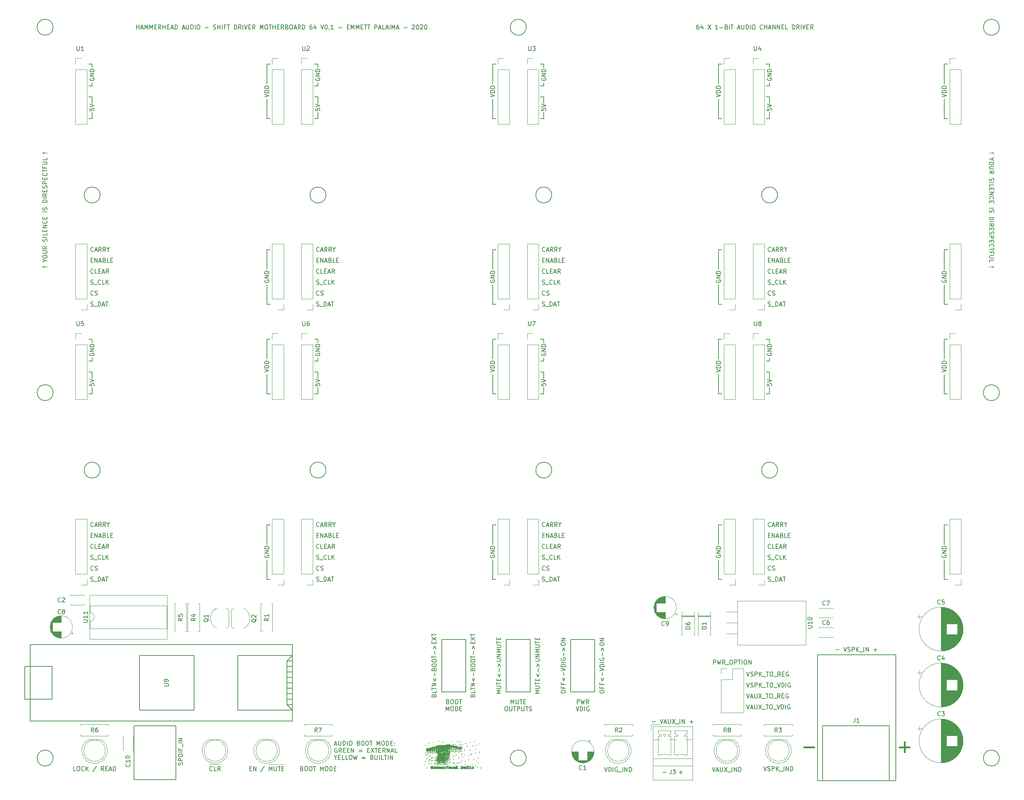
<source format=gbr>
G04 #@! TF.GenerationSoftware,KiCad,Pcbnew,(5.1.2-1)-1*
G04 #@! TF.CreationDate,2020-06-20T02:43:35-05:00*
G04 #@! TF.ProjectId,ShiftDriverMotherboard64,53686966-7444-4726-9976-65724d6f7468,rev?*
G04 #@! TF.SameCoordinates,Original*
G04 #@! TF.FileFunction,Legend,Top*
G04 #@! TF.FilePolarity,Positive*
%FSLAX46Y46*%
G04 Gerber Fmt 4.6, Leading zero omitted, Abs format (unit mm)*
G04 Created by KiCad (PCBNEW (5.1.2-1)-1) date 2020-06-20 02:43:35*
%MOMM*%
%LPD*%
G04 APERTURE LIST*
%ADD10C,0.150000*%
%ADD11C,0.120000*%
%ADD12C,0.010000*%
%ADD13C,0.203200*%
%ADD14C,0.450000*%
G04 APERTURE END LIST*
D10*
X15357142Y-70738095D02*
X15404761Y-70690476D01*
X15452380Y-70738095D01*
X15404761Y-70785714D01*
X15357142Y-70738095D01*
X15452380Y-70738095D01*
X15071428Y-70738095D02*
X14500000Y-70785714D01*
X14452380Y-70738095D01*
X14500000Y-70690476D01*
X15071428Y-70738095D01*
X14452380Y-70738095D01*
X14976190Y-69309523D02*
X15452380Y-69309523D01*
X14452380Y-69642857D02*
X14976190Y-69309523D01*
X14452380Y-68976190D01*
X14452380Y-68452380D02*
X14452380Y-68261904D01*
X14500000Y-68166666D01*
X14595238Y-68071428D01*
X14785714Y-68023809D01*
X15119047Y-68023809D01*
X15309523Y-68071428D01*
X15404761Y-68166666D01*
X15452380Y-68261904D01*
X15452380Y-68452380D01*
X15404761Y-68547619D01*
X15309523Y-68642857D01*
X15119047Y-68690476D01*
X14785714Y-68690476D01*
X14595238Y-68642857D01*
X14500000Y-68547619D01*
X14452380Y-68452380D01*
X14452380Y-67595238D02*
X15261904Y-67595238D01*
X15357142Y-67547619D01*
X15404761Y-67500000D01*
X15452380Y-67404761D01*
X15452380Y-67214285D01*
X15404761Y-67119047D01*
X15357142Y-67071428D01*
X15261904Y-67023809D01*
X14452380Y-67023809D01*
X15452380Y-65976190D02*
X14976190Y-66309523D01*
X15452380Y-66547619D02*
X14452380Y-66547619D01*
X14452380Y-66166666D01*
X14500000Y-66071428D01*
X14547619Y-66023809D01*
X14642857Y-65976190D01*
X14785714Y-65976190D01*
X14880952Y-66023809D01*
X14928571Y-66071428D01*
X14976190Y-66166666D01*
X14976190Y-66547619D01*
X15404761Y-64833333D02*
X15452380Y-64690476D01*
X15452380Y-64452380D01*
X15404761Y-64357142D01*
X15357142Y-64309523D01*
X15261904Y-64261904D01*
X15166666Y-64261904D01*
X15071428Y-64309523D01*
X15023809Y-64357142D01*
X14976190Y-64452380D01*
X14928571Y-64642857D01*
X14880952Y-64738095D01*
X14833333Y-64785714D01*
X14738095Y-64833333D01*
X14642857Y-64833333D01*
X14547619Y-64785714D01*
X14500000Y-64738095D01*
X14452380Y-64642857D01*
X14452380Y-64404761D01*
X14500000Y-64261904D01*
X15452380Y-63833333D02*
X14452380Y-63833333D01*
X15452380Y-62880952D02*
X15452380Y-63357142D01*
X14452380Y-63357142D01*
X14928571Y-62547619D02*
X14928571Y-62214285D01*
X15452380Y-62071428D02*
X15452380Y-62547619D01*
X14452380Y-62547619D01*
X14452380Y-62071428D01*
X15452380Y-61642857D02*
X14452380Y-61642857D01*
X15452380Y-61071428D01*
X14452380Y-61071428D01*
X15357142Y-60023809D02*
X15404761Y-60071428D01*
X15452380Y-60214285D01*
X15452380Y-60309523D01*
X15404761Y-60452380D01*
X15309523Y-60547619D01*
X15214285Y-60595238D01*
X15023809Y-60642857D01*
X14880952Y-60642857D01*
X14690476Y-60595238D01*
X14595238Y-60547619D01*
X14500000Y-60452380D01*
X14452380Y-60309523D01*
X14452380Y-60214285D01*
X14500000Y-60071428D01*
X14547619Y-60023809D01*
X14928571Y-59595238D02*
X14928571Y-59261904D01*
X15452380Y-59119047D02*
X15452380Y-59595238D01*
X14452380Y-59595238D01*
X14452380Y-59119047D01*
X15452380Y-57928571D02*
X14452380Y-57928571D01*
X15404761Y-57500000D02*
X15452380Y-57357142D01*
X15452380Y-57119047D01*
X15404761Y-57023809D01*
X15357142Y-56976190D01*
X15261904Y-56928571D01*
X15166666Y-56928571D01*
X15071428Y-56976190D01*
X15023809Y-57023809D01*
X14976190Y-57119047D01*
X14928571Y-57309523D01*
X14880952Y-57404761D01*
X14833333Y-57452380D01*
X14738095Y-57500000D01*
X14642857Y-57500000D01*
X14547619Y-57452380D01*
X14500000Y-57404761D01*
X14452380Y-57309523D01*
X14452380Y-57071428D01*
X14500000Y-56928571D01*
X15452380Y-55738095D02*
X14452380Y-55738095D01*
X14452380Y-55500000D01*
X14500000Y-55357142D01*
X14595238Y-55261904D01*
X14690476Y-55214285D01*
X14880952Y-55166666D01*
X15023809Y-55166666D01*
X15214285Y-55214285D01*
X15309523Y-55261904D01*
X15404761Y-55357142D01*
X15452380Y-55500000D01*
X15452380Y-55738095D01*
X15452380Y-54738095D02*
X14452380Y-54738095D01*
X15452380Y-53690476D02*
X14976190Y-54023809D01*
X15452380Y-54261904D02*
X14452380Y-54261904D01*
X14452380Y-53880952D01*
X14500000Y-53785714D01*
X14547619Y-53738095D01*
X14642857Y-53690476D01*
X14785714Y-53690476D01*
X14880952Y-53738095D01*
X14928571Y-53785714D01*
X14976190Y-53880952D01*
X14976190Y-54261904D01*
X14928571Y-53261904D02*
X14928571Y-52928571D01*
X15452380Y-52785714D02*
X15452380Y-53261904D01*
X14452380Y-53261904D01*
X14452380Y-52785714D01*
X15404761Y-52404761D02*
X15452380Y-52261904D01*
X15452380Y-52023809D01*
X15404761Y-51928571D01*
X15357142Y-51880952D01*
X15261904Y-51833333D01*
X15166666Y-51833333D01*
X15071428Y-51880952D01*
X15023809Y-51928571D01*
X14976190Y-52023809D01*
X14928571Y-52214285D01*
X14880952Y-52309523D01*
X14833333Y-52357142D01*
X14738095Y-52404761D01*
X14642857Y-52404761D01*
X14547619Y-52357142D01*
X14500000Y-52309523D01*
X14452380Y-52214285D01*
X14452380Y-51976190D01*
X14500000Y-51833333D01*
X15452380Y-51404761D02*
X14452380Y-51404761D01*
X14452380Y-51023809D01*
X14500000Y-50928571D01*
X14547619Y-50880952D01*
X14642857Y-50833333D01*
X14785714Y-50833333D01*
X14880952Y-50880952D01*
X14928571Y-50928571D01*
X14976190Y-51023809D01*
X14976190Y-51404761D01*
X14928571Y-50404761D02*
X14928571Y-50071428D01*
X15452380Y-49928571D02*
X15452380Y-50404761D01*
X14452380Y-50404761D01*
X14452380Y-49928571D01*
X15357142Y-48928571D02*
X15404761Y-48976190D01*
X15452380Y-49119047D01*
X15452380Y-49214285D01*
X15404761Y-49357142D01*
X15309523Y-49452380D01*
X15214285Y-49500000D01*
X15023809Y-49547619D01*
X14880952Y-49547619D01*
X14690476Y-49500000D01*
X14595238Y-49452380D01*
X14500000Y-49357142D01*
X14452380Y-49214285D01*
X14452380Y-49119047D01*
X14500000Y-48976190D01*
X14547619Y-48928571D01*
X14452380Y-48642857D02*
X14452380Y-48071428D01*
X15452380Y-48357142D02*
X14452380Y-48357142D01*
X14928571Y-47404761D02*
X14928571Y-47738095D01*
X15452380Y-47738095D02*
X14452380Y-47738095D01*
X14452380Y-47261904D01*
X14452380Y-46880952D02*
X15261904Y-46880952D01*
X15357142Y-46833333D01*
X15404761Y-46785714D01*
X15452380Y-46690476D01*
X15452380Y-46500000D01*
X15404761Y-46404761D01*
X15357142Y-46357142D01*
X15261904Y-46309523D01*
X14452380Y-46309523D01*
X15452380Y-45357142D02*
X15452380Y-45833333D01*
X14452380Y-45833333D01*
X15357142Y-44261904D02*
X15404761Y-44214285D01*
X15452380Y-44261904D01*
X15404761Y-44309523D01*
X15357142Y-44261904D01*
X15452380Y-44261904D01*
X15071428Y-44261904D02*
X14500000Y-44309523D01*
X14452380Y-44261904D01*
X14500000Y-44214285D01*
X15071428Y-44261904D01*
X14452380Y-44261904D01*
X234642857Y-44261904D02*
X234595238Y-44309523D01*
X234547619Y-44261904D01*
X234595238Y-44214285D01*
X234642857Y-44261904D01*
X234547619Y-44261904D01*
X234928571Y-44261904D02*
X235500000Y-44214285D01*
X235547619Y-44261904D01*
X235500000Y-44309523D01*
X234928571Y-44261904D01*
X235547619Y-44261904D01*
X235023809Y-45690476D02*
X234547619Y-45690476D01*
X235547619Y-45357142D02*
X235023809Y-45690476D01*
X235547619Y-46023809D01*
X235547619Y-46547619D02*
X235547619Y-46738095D01*
X235500000Y-46833333D01*
X235404761Y-46928571D01*
X235214285Y-46976190D01*
X234880952Y-46976190D01*
X234690476Y-46928571D01*
X234595238Y-46833333D01*
X234547619Y-46738095D01*
X234547619Y-46547619D01*
X234595238Y-46452380D01*
X234690476Y-46357142D01*
X234880952Y-46309523D01*
X235214285Y-46309523D01*
X235404761Y-46357142D01*
X235500000Y-46452380D01*
X235547619Y-46547619D01*
X235547619Y-47404761D02*
X234738095Y-47404761D01*
X234642857Y-47452380D01*
X234595238Y-47500000D01*
X234547619Y-47595238D01*
X234547619Y-47785714D01*
X234595238Y-47880952D01*
X234642857Y-47928571D01*
X234738095Y-47976190D01*
X235547619Y-47976190D01*
X234547619Y-49023809D02*
X235023809Y-48690476D01*
X234547619Y-48452380D02*
X235547619Y-48452380D01*
X235547619Y-48833333D01*
X235500000Y-48928571D01*
X235452380Y-48976190D01*
X235357142Y-49023809D01*
X235214285Y-49023809D01*
X235119047Y-48976190D01*
X235071428Y-48928571D01*
X235023809Y-48833333D01*
X235023809Y-48452380D01*
X234595238Y-50166666D02*
X234547619Y-50309523D01*
X234547619Y-50547619D01*
X234595238Y-50642857D01*
X234642857Y-50690476D01*
X234738095Y-50738095D01*
X234833333Y-50738095D01*
X234928571Y-50690476D01*
X234976190Y-50642857D01*
X235023809Y-50547619D01*
X235071428Y-50357142D01*
X235119047Y-50261904D01*
X235166666Y-50214285D01*
X235261904Y-50166666D01*
X235357142Y-50166666D01*
X235452380Y-50214285D01*
X235500000Y-50261904D01*
X235547619Y-50357142D01*
X235547619Y-50595238D01*
X235500000Y-50738095D01*
X234547619Y-51166666D02*
X235547619Y-51166666D01*
X234547619Y-52119047D02*
X234547619Y-51642857D01*
X235547619Y-51642857D01*
X235071428Y-52452380D02*
X235071428Y-52785714D01*
X234547619Y-52928571D02*
X234547619Y-52452380D01*
X235547619Y-52452380D01*
X235547619Y-52928571D01*
X234547619Y-53357142D02*
X235547619Y-53357142D01*
X234547619Y-53928571D01*
X235547619Y-53928571D01*
X234642857Y-54976190D02*
X234595238Y-54928571D01*
X234547619Y-54785714D01*
X234547619Y-54690476D01*
X234595238Y-54547619D01*
X234690476Y-54452380D01*
X234785714Y-54404761D01*
X234976190Y-54357142D01*
X235119047Y-54357142D01*
X235309523Y-54404761D01*
X235404761Y-54452380D01*
X235500000Y-54547619D01*
X235547619Y-54690476D01*
X235547619Y-54785714D01*
X235500000Y-54928571D01*
X235452380Y-54976190D01*
X235071428Y-55404761D02*
X235071428Y-55738095D01*
X234547619Y-55880952D02*
X234547619Y-55404761D01*
X235547619Y-55404761D01*
X235547619Y-55880952D01*
X234547619Y-57071428D02*
X235547619Y-57071428D01*
X234595238Y-57500000D02*
X234547619Y-57642857D01*
X234547619Y-57880952D01*
X234595238Y-57976190D01*
X234642857Y-58023809D01*
X234738095Y-58071428D01*
X234833333Y-58071428D01*
X234928571Y-58023809D01*
X234976190Y-57976190D01*
X235023809Y-57880952D01*
X235071428Y-57690476D01*
X235119047Y-57595238D01*
X235166666Y-57547619D01*
X235261904Y-57500000D01*
X235357142Y-57500000D01*
X235452380Y-57547619D01*
X235500000Y-57595238D01*
X235547619Y-57690476D01*
X235547619Y-57928571D01*
X235500000Y-58071428D01*
X234547619Y-59261904D02*
X235547619Y-59261904D01*
X235547619Y-59500000D01*
X235500000Y-59642857D01*
X235404761Y-59738095D01*
X235309523Y-59785714D01*
X235119047Y-59833333D01*
X234976190Y-59833333D01*
X234785714Y-59785714D01*
X234690476Y-59738095D01*
X234595238Y-59642857D01*
X234547619Y-59500000D01*
X234547619Y-59261904D01*
X234547619Y-60261904D02*
X235547619Y-60261904D01*
X234547619Y-61309523D02*
X235023809Y-60976190D01*
X234547619Y-60738095D02*
X235547619Y-60738095D01*
X235547619Y-61119047D01*
X235500000Y-61214285D01*
X235452380Y-61261904D01*
X235357142Y-61309523D01*
X235214285Y-61309523D01*
X235119047Y-61261904D01*
X235071428Y-61214285D01*
X235023809Y-61119047D01*
X235023809Y-60738095D01*
X235071428Y-61738095D02*
X235071428Y-62071428D01*
X234547619Y-62214285D02*
X234547619Y-61738095D01*
X235547619Y-61738095D01*
X235547619Y-62214285D01*
X234595238Y-62595238D02*
X234547619Y-62738095D01*
X234547619Y-62976190D01*
X234595238Y-63071428D01*
X234642857Y-63119047D01*
X234738095Y-63166666D01*
X234833333Y-63166666D01*
X234928571Y-63119047D01*
X234976190Y-63071428D01*
X235023809Y-62976190D01*
X235071428Y-62785714D01*
X235119047Y-62690476D01*
X235166666Y-62642857D01*
X235261904Y-62595238D01*
X235357142Y-62595238D01*
X235452380Y-62642857D01*
X235500000Y-62690476D01*
X235547619Y-62785714D01*
X235547619Y-63023809D01*
X235500000Y-63166666D01*
X234547619Y-63595238D02*
X235547619Y-63595238D01*
X235547619Y-63976190D01*
X235500000Y-64071428D01*
X235452380Y-64119047D01*
X235357142Y-64166666D01*
X235214285Y-64166666D01*
X235119047Y-64119047D01*
X235071428Y-64071428D01*
X235023809Y-63976190D01*
X235023809Y-63595238D01*
X235071428Y-64595238D02*
X235071428Y-64928571D01*
X234547619Y-65071428D02*
X234547619Y-64595238D01*
X235547619Y-64595238D01*
X235547619Y-65071428D01*
X234642857Y-66071428D02*
X234595238Y-66023809D01*
X234547619Y-65880952D01*
X234547619Y-65785714D01*
X234595238Y-65642857D01*
X234690476Y-65547619D01*
X234785714Y-65500000D01*
X234976190Y-65452380D01*
X235119047Y-65452380D01*
X235309523Y-65500000D01*
X235404761Y-65547619D01*
X235500000Y-65642857D01*
X235547619Y-65785714D01*
X235547619Y-65880952D01*
X235500000Y-66023809D01*
X235452380Y-66071428D01*
X235547619Y-66357142D02*
X235547619Y-66928571D01*
X234547619Y-66642857D02*
X235547619Y-66642857D01*
X235071428Y-67595238D02*
X235071428Y-67261904D01*
X234547619Y-67261904D02*
X235547619Y-67261904D01*
X235547619Y-67738095D01*
X235547619Y-68119047D02*
X234738095Y-68119047D01*
X234642857Y-68166666D01*
X234595238Y-68214285D01*
X234547619Y-68309523D01*
X234547619Y-68500000D01*
X234595238Y-68595238D01*
X234642857Y-68642857D01*
X234738095Y-68690476D01*
X235547619Y-68690476D01*
X234547619Y-69642857D02*
X234547619Y-69166666D01*
X235547619Y-69166666D01*
X234642857Y-70738095D02*
X234595238Y-70785714D01*
X234547619Y-70738095D01*
X234595238Y-70690476D01*
X234642857Y-70738095D01*
X234547619Y-70738095D01*
X234928571Y-70738095D02*
X235500000Y-70690476D01*
X235547619Y-70738095D01*
X235500000Y-70785714D01*
X234928571Y-70738095D01*
X235547619Y-70738095D01*
X166928571Y-14452380D02*
X166738095Y-14452380D01*
X166642857Y-14500000D01*
X166595238Y-14547619D01*
X166500000Y-14690476D01*
X166452380Y-14880952D01*
X166452380Y-15261904D01*
X166500000Y-15357142D01*
X166547619Y-15404761D01*
X166642857Y-15452380D01*
X166833333Y-15452380D01*
X166928571Y-15404761D01*
X166976190Y-15357142D01*
X167023809Y-15261904D01*
X167023809Y-15023809D01*
X166976190Y-14928571D01*
X166928571Y-14880952D01*
X166833333Y-14833333D01*
X166642857Y-14833333D01*
X166547619Y-14880952D01*
X166500000Y-14928571D01*
X166452380Y-15023809D01*
X167880952Y-14785714D02*
X167880952Y-15452380D01*
X167642857Y-14404761D02*
X167404761Y-15119047D01*
X168023809Y-15119047D01*
X169071428Y-14452380D02*
X169738095Y-15452380D01*
X169738095Y-14452380D02*
X169071428Y-15452380D01*
X171404761Y-15452380D02*
X170833333Y-15452380D01*
X171119047Y-15452380D02*
X171119047Y-14452380D01*
X171023809Y-14595238D01*
X170928571Y-14690476D01*
X170833333Y-14738095D01*
X171833333Y-15071428D02*
X172595238Y-15071428D01*
X173404761Y-14928571D02*
X173547619Y-14976190D01*
X173595238Y-15023809D01*
X173642857Y-15119047D01*
X173642857Y-15261904D01*
X173595238Y-15357142D01*
X173547619Y-15404761D01*
X173452380Y-15452380D01*
X173071428Y-15452380D01*
X173071428Y-14452380D01*
X173404761Y-14452380D01*
X173500000Y-14500000D01*
X173547619Y-14547619D01*
X173595238Y-14642857D01*
X173595238Y-14738095D01*
X173547619Y-14833333D01*
X173500000Y-14880952D01*
X173404761Y-14928571D01*
X173071428Y-14928571D01*
X174071428Y-15452380D02*
X174071428Y-14452380D01*
X174404761Y-14452380D02*
X174976190Y-14452380D01*
X174690476Y-15452380D02*
X174690476Y-14452380D01*
X176023809Y-15166666D02*
X176500000Y-15166666D01*
X175928571Y-15452380D02*
X176261904Y-14452380D01*
X176595238Y-15452380D01*
X176928571Y-14452380D02*
X176928571Y-15261904D01*
X176976190Y-15357142D01*
X177023809Y-15404761D01*
X177119047Y-15452380D01*
X177309523Y-15452380D01*
X177404761Y-15404761D01*
X177452380Y-15357142D01*
X177500000Y-15261904D01*
X177500000Y-14452380D01*
X177976190Y-15452380D02*
X177976190Y-14452380D01*
X178214285Y-14452380D01*
X178357142Y-14500000D01*
X178452380Y-14595238D01*
X178500000Y-14690476D01*
X178547619Y-14880952D01*
X178547619Y-15023809D01*
X178500000Y-15214285D01*
X178452380Y-15309523D01*
X178357142Y-15404761D01*
X178214285Y-15452380D01*
X177976190Y-15452380D01*
X178976190Y-15452380D02*
X178976190Y-14452380D01*
X179642857Y-14452380D02*
X179833333Y-14452380D01*
X179928571Y-14500000D01*
X180023809Y-14595238D01*
X180071428Y-14785714D01*
X180071428Y-15119047D01*
X180023809Y-15309523D01*
X179928571Y-15404761D01*
X179833333Y-15452380D01*
X179642857Y-15452380D01*
X179547619Y-15404761D01*
X179452380Y-15309523D01*
X179404761Y-15119047D01*
X179404761Y-14785714D01*
X179452380Y-14595238D01*
X179547619Y-14500000D01*
X179642857Y-14452380D01*
X181833333Y-15357142D02*
X181785714Y-15404761D01*
X181642857Y-15452380D01*
X181547619Y-15452380D01*
X181404761Y-15404761D01*
X181309523Y-15309523D01*
X181261904Y-15214285D01*
X181214285Y-15023809D01*
X181214285Y-14880952D01*
X181261904Y-14690476D01*
X181309523Y-14595238D01*
X181404761Y-14500000D01*
X181547619Y-14452380D01*
X181642857Y-14452380D01*
X181785714Y-14500000D01*
X181833333Y-14547619D01*
X182261904Y-15452380D02*
X182261904Y-14452380D01*
X182261904Y-14928571D02*
X182833333Y-14928571D01*
X182833333Y-15452380D02*
X182833333Y-14452380D01*
X183261904Y-15166666D02*
X183738095Y-15166666D01*
X183166666Y-15452380D02*
X183500000Y-14452380D01*
X183833333Y-15452380D01*
X184166666Y-15452380D02*
X184166666Y-14452380D01*
X184738095Y-15452380D01*
X184738095Y-14452380D01*
X185214285Y-15452380D02*
X185214285Y-14452380D01*
X185785714Y-15452380D01*
X185785714Y-14452380D01*
X186261904Y-14928571D02*
X186595238Y-14928571D01*
X186738095Y-15452380D02*
X186261904Y-15452380D01*
X186261904Y-14452380D01*
X186738095Y-14452380D01*
X187642857Y-15452380D02*
X187166666Y-15452380D01*
X187166666Y-14452380D01*
X188738095Y-15452380D02*
X188738095Y-14452380D01*
X188976190Y-14452380D01*
X189119047Y-14500000D01*
X189214285Y-14595238D01*
X189261904Y-14690476D01*
X189309523Y-14880952D01*
X189309523Y-15023809D01*
X189261904Y-15214285D01*
X189214285Y-15309523D01*
X189119047Y-15404761D01*
X188976190Y-15452380D01*
X188738095Y-15452380D01*
X190309523Y-15452380D02*
X189976190Y-14976190D01*
X189738095Y-15452380D02*
X189738095Y-14452380D01*
X190119047Y-14452380D01*
X190214285Y-14500000D01*
X190261904Y-14547619D01*
X190309523Y-14642857D01*
X190309523Y-14785714D01*
X190261904Y-14880952D01*
X190214285Y-14928571D01*
X190119047Y-14976190D01*
X189738095Y-14976190D01*
X190738095Y-15452380D02*
X190738095Y-14452380D01*
X191071428Y-14452380D02*
X191404761Y-15452380D01*
X191738095Y-14452380D01*
X192071428Y-14928571D02*
X192404761Y-14928571D01*
X192547619Y-15452380D02*
X192071428Y-15452380D01*
X192071428Y-14452380D01*
X192547619Y-14452380D01*
X193547619Y-15452380D02*
X193214285Y-14976190D01*
X192976190Y-15452380D02*
X192976190Y-14452380D01*
X193357142Y-14452380D01*
X193452380Y-14500000D01*
X193500000Y-14547619D01*
X193547619Y-14642857D01*
X193547619Y-14785714D01*
X193500000Y-14880952D01*
X193452380Y-14928571D01*
X193357142Y-14976190D01*
X192976190Y-14976190D01*
X36285714Y-15452380D02*
X36285714Y-14452380D01*
X36285714Y-14928571D02*
X36857142Y-14928571D01*
X36857142Y-15452380D02*
X36857142Y-14452380D01*
X37285714Y-15166666D02*
X37761904Y-15166666D01*
X37190476Y-15452380D02*
X37523809Y-14452380D01*
X37857142Y-15452380D01*
X38190476Y-15452380D02*
X38190476Y-14452380D01*
X38523809Y-15166666D01*
X38857142Y-14452380D01*
X38857142Y-15452380D01*
X39333333Y-15452380D02*
X39333333Y-14452380D01*
X39666666Y-15166666D01*
X40000000Y-14452380D01*
X40000000Y-15452380D01*
X40476190Y-14928571D02*
X40809523Y-14928571D01*
X40952380Y-15452380D02*
X40476190Y-15452380D01*
X40476190Y-14452380D01*
X40952380Y-14452380D01*
X41952380Y-15452380D02*
X41619047Y-14976190D01*
X41380952Y-15452380D02*
X41380952Y-14452380D01*
X41761904Y-14452380D01*
X41857142Y-14500000D01*
X41904761Y-14547619D01*
X41952380Y-14642857D01*
X41952380Y-14785714D01*
X41904761Y-14880952D01*
X41857142Y-14928571D01*
X41761904Y-14976190D01*
X41380952Y-14976190D01*
X42380952Y-15452380D02*
X42380952Y-14452380D01*
X42380952Y-14928571D02*
X42952380Y-14928571D01*
X42952380Y-15452380D02*
X42952380Y-14452380D01*
X43428571Y-14928571D02*
X43761904Y-14928571D01*
X43904761Y-15452380D02*
X43428571Y-15452380D01*
X43428571Y-14452380D01*
X43904761Y-14452380D01*
X44285714Y-15166666D02*
X44761904Y-15166666D01*
X44190476Y-15452380D02*
X44523809Y-14452380D01*
X44857142Y-15452380D01*
X45190476Y-15452380D02*
X45190476Y-14452380D01*
X45428571Y-14452380D01*
X45571428Y-14500000D01*
X45666666Y-14595238D01*
X45714285Y-14690476D01*
X45761904Y-14880952D01*
X45761904Y-15023809D01*
X45714285Y-15214285D01*
X45666666Y-15309523D01*
X45571428Y-15404761D01*
X45428571Y-15452380D01*
X45190476Y-15452380D01*
X46904761Y-15166666D02*
X47380952Y-15166666D01*
X46809523Y-15452380D02*
X47142857Y-14452380D01*
X47476190Y-15452380D01*
X47809523Y-14452380D02*
X47809523Y-15261904D01*
X47857142Y-15357142D01*
X47904761Y-15404761D01*
X48000000Y-15452380D01*
X48190476Y-15452380D01*
X48285714Y-15404761D01*
X48333333Y-15357142D01*
X48380952Y-15261904D01*
X48380952Y-14452380D01*
X48857142Y-15452380D02*
X48857142Y-14452380D01*
X49095238Y-14452380D01*
X49238095Y-14500000D01*
X49333333Y-14595238D01*
X49380952Y-14690476D01*
X49428571Y-14880952D01*
X49428571Y-15023809D01*
X49380952Y-15214285D01*
X49333333Y-15309523D01*
X49238095Y-15404761D01*
X49095238Y-15452380D01*
X48857142Y-15452380D01*
X49857142Y-15452380D02*
X49857142Y-14452380D01*
X50523809Y-14452380D02*
X50714285Y-14452380D01*
X50809523Y-14500000D01*
X50904761Y-14595238D01*
X50952380Y-14785714D01*
X50952380Y-15119047D01*
X50904761Y-15309523D01*
X50809523Y-15404761D01*
X50714285Y-15452380D01*
X50523809Y-15452380D01*
X50428571Y-15404761D01*
X50333333Y-15309523D01*
X50285714Y-15119047D01*
X50285714Y-14785714D01*
X50333333Y-14595238D01*
X50428571Y-14500000D01*
X50523809Y-14452380D01*
X52142857Y-15071428D02*
X52904761Y-15071428D01*
X54095238Y-15404761D02*
X54238095Y-15452380D01*
X54476190Y-15452380D01*
X54571428Y-15404761D01*
X54619047Y-15357142D01*
X54666666Y-15261904D01*
X54666666Y-15166666D01*
X54619047Y-15071428D01*
X54571428Y-15023809D01*
X54476190Y-14976190D01*
X54285714Y-14928571D01*
X54190476Y-14880952D01*
X54142857Y-14833333D01*
X54095238Y-14738095D01*
X54095238Y-14642857D01*
X54142857Y-14547619D01*
X54190476Y-14500000D01*
X54285714Y-14452380D01*
X54523809Y-14452380D01*
X54666666Y-14500000D01*
X55095238Y-15452380D02*
X55095238Y-14452380D01*
X55095238Y-14928571D02*
X55666666Y-14928571D01*
X55666666Y-15452380D02*
X55666666Y-14452380D01*
X56142857Y-15452380D02*
X56142857Y-14452380D01*
X56952380Y-14928571D02*
X56619047Y-14928571D01*
X56619047Y-15452380D02*
X56619047Y-14452380D01*
X57095238Y-14452380D01*
X57333333Y-14452380D02*
X57904761Y-14452380D01*
X57619047Y-15452380D02*
X57619047Y-14452380D01*
X59000000Y-15452380D02*
X59000000Y-14452380D01*
X59238095Y-14452380D01*
X59380952Y-14500000D01*
X59476190Y-14595238D01*
X59523809Y-14690476D01*
X59571428Y-14880952D01*
X59571428Y-15023809D01*
X59523809Y-15214285D01*
X59476190Y-15309523D01*
X59380952Y-15404761D01*
X59238095Y-15452380D01*
X59000000Y-15452380D01*
X60571428Y-15452380D02*
X60238095Y-14976190D01*
X60000000Y-15452380D02*
X60000000Y-14452380D01*
X60380952Y-14452380D01*
X60476190Y-14500000D01*
X60523809Y-14547619D01*
X60571428Y-14642857D01*
X60571428Y-14785714D01*
X60523809Y-14880952D01*
X60476190Y-14928571D01*
X60380952Y-14976190D01*
X60000000Y-14976190D01*
X61000000Y-15452380D02*
X61000000Y-14452380D01*
X61333333Y-14452380D02*
X61666666Y-15452380D01*
X62000000Y-14452380D01*
X62333333Y-14928571D02*
X62666666Y-14928571D01*
X62809523Y-15452380D02*
X62333333Y-15452380D01*
X62333333Y-14452380D01*
X62809523Y-14452380D01*
X63809523Y-15452380D02*
X63476190Y-14976190D01*
X63238095Y-15452380D02*
X63238095Y-14452380D01*
X63619047Y-14452380D01*
X63714285Y-14500000D01*
X63761904Y-14547619D01*
X63809523Y-14642857D01*
X63809523Y-14785714D01*
X63761904Y-14880952D01*
X63714285Y-14928571D01*
X63619047Y-14976190D01*
X63238095Y-14976190D01*
X65000000Y-15452380D02*
X65000000Y-14452380D01*
X65333333Y-15166666D01*
X65666666Y-14452380D01*
X65666666Y-15452380D01*
X66333333Y-14452380D02*
X66523809Y-14452380D01*
X66619047Y-14500000D01*
X66714285Y-14595238D01*
X66761904Y-14785714D01*
X66761904Y-15119047D01*
X66714285Y-15309523D01*
X66619047Y-15404761D01*
X66523809Y-15452380D01*
X66333333Y-15452380D01*
X66238095Y-15404761D01*
X66142857Y-15309523D01*
X66095238Y-15119047D01*
X66095238Y-14785714D01*
X66142857Y-14595238D01*
X66238095Y-14500000D01*
X66333333Y-14452380D01*
X67047619Y-14452380D02*
X67619047Y-14452380D01*
X67333333Y-15452380D02*
X67333333Y-14452380D01*
X67952380Y-15452380D02*
X67952380Y-14452380D01*
X67952380Y-14928571D02*
X68523809Y-14928571D01*
X68523809Y-15452380D02*
X68523809Y-14452380D01*
X69000000Y-14928571D02*
X69333333Y-14928571D01*
X69476190Y-15452380D02*
X69000000Y-15452380D01*
X69000000Y-14452380D01*
X69476190Y-14452380D01*
X70476190Y-15452380D02*
X70142857Y-14976190D01*
X69904761Y-15452380D02*
X69904761Y-14452380D01*
X70285714Y-14452380D01*
X70380952Y-14500000D01*
X70428571Y-14547619D01*
X70476190Y-14642857D01*
X70476190Y-14785714D01*
X70428571Y-14880952D01*
X70380952Y-14928571D01*
X70285714Y-14976190D01*
X69904761Y-14976190D01*
X71238095Y-14928571D02*
X71380952Y-14976190D01*
X71428571Y-15023809D01*
X71476190Y-15119047D01*
X71476190Y-15261904D01*
X71428571Y-15357142D01*
X71380952Y-15404761D01*
X71285714Y-15452380D01*
X70904761Y-15452380D01*
X70904761Y-14452380D01*
X71238095Y-14452380D01*
X71333333Y-14500000D01*
X71380952Y-14547619D01*
X71428571Y-14642857D01*
X71428571Y-14738095D01*
X71380952Y-14833333D01*
X71333333Y-14880952D01*
X71238095Y-14928571D01*
X70904761Y-14928571D01*
X72095238Y-14452380D02*
X72285714Y-14452380D01*
X72380952Y-14500000D01*
X72476190Y-14595238D01*
X72523809Y-14785714D01*
X72523809Y-15119047D01*
X72476190Y-15309523D01*
X72380952Y-15404761D01*
X72285714Y-15452380D01*
X72095238Y-15452380D01*
X72000000Y-15404761D01*
X71904761Y-15309523D01*
X71857142Y-15119047D01*
X71857142Y-14785714D01*
X71904761Y-14595238D01*
X72000000Y-14500000D01*
X72095238Y-14452380D01*
X72904761Y-15166666D02*
X73380952Y-15166666D01*
X72809523Y-15452380D02*
X73142857Y-14452380D01*
X73476190Y-15452380D01*
X74380952Y-15452380D02*
X74047619Y-14976190D01*
X73809523Y-15452380D02*
X73809523Y-14452380D01*
X74190476Y-14452380D01*
X74285714Y-14500000D01*
X74333333Y-14547619D01*
X74380952Y-14642857D01*
X74380952Y-14785714D01*
X74333333Y-14880952D01*
X74285714Y-14928571D01*
X74190476Y-14976190D01*
X73809523Y-14976190D01*
X74809523Y-15452380D02*
X74809523Y-14452380D01*
X75047619Y-14452380D01*
X75190476Y-14500000D01*
X75285714Y-14595238D01*
X75333333Y-14690476D01*
X75380952Y-14880952D01*
X75380952Y-15023809D01*
X75333333Y-15214285D01*
X75285714Y-15309523D01*
X75190476Y-15404761D01*
X75047619Y-15452380D01*
X74809523Y-15452380D01*
X77000000Y-14452380D02*
X76809523Y-14452380D01*
X76714285Y-14500000D01*
X76666666Y-14547619D01*
X76571428Y-14690476D01*
X76523809Y-14880952D01*
X76523809Y-15261904D01*
X76571428Y-15357142D01*
X76619047Y-15404761D01*
X76714285Y-15452380D01*
X76904761Y-15452380D01*
X77000000Y-15404761D01*
X77047619Y-15357142D01*
X77095238Y-15261904D01*
X77095238Y-15023809D01*
X77047619Y-14928571D01*
X77000000Y-14880952D01*
X76904761Y-14833333D01*
X76714285Y-14833333D01*
X76619047Y-14880952D01*
X76571428Y-14928571D01*
X76523809Y-15023809D01*
X77952380Y-14785714D02*
X77952380Y-15452380D01*
X77714285Y-14404761D02*
X77476190Y-15119047D01*
X78095238Y-15119047D01*
X79095238Y-14452380D02*
X79428571Y-15452380D01*
X79761904Y-14452380D01*
X80285714Y-14452380D02*
X80380952Y-14452380D01*
X80476190Y-14500000D01*
X80523809Y-14547619D01*
X80571428Y-14642857D01*
X80619047Y-14833333D01*
X80619047Y-15071428D01*
X80571428Y-15261904D01*
X80523809Y-15357142D01*
X80476190Y-15404761D01*
X80380952Y-15452380D01*
X80285714Y-15452380D01*
X80190476Y-15404761D01*
X80142857Y-15357142D01*
X80095238Y-15261904D01*
X80047619Y-15071428D01*
X80047619Y-14833333D01*
X80095238Y-14642857D01*
X80142857Y-14547619D01*
X80190476Y-14500000D01*
X80285714Y-14452380D01*
X81047619Y-15357142D02*
X81095238Y-15404761D01*
X81047619Y-15452380D01*
X81000000Y-15404761D01*
X81047619Y-15357142D01*
X81047619Y-15452380D01*
X82047619Y-15452380D02*
X81476190Y-15452380D01*
X81761904Y-15452380D02*
X81761904Y-14452380D01*
X81666666Y-14595238D01*
X81571428Y-14690476D01*
X81476190Y-14738095D01*
X83238095Y-15071428D02*
X84000000Y-15071428D01*
X85238095Y-14928571D02*
X85571428Y-14928571D01*
X85714285Y-15452380D02*
X85238095Y-15452380D01*
X85238095Y-14452380D01*
X85714285Y-14452380D01*
X86142857Y-15452380D02*
X86142857Y-14452380D01*
X86476190Y-15166666D01*
X86809523Y-14452380D01*
X86809523Y-15452380D01*
X87285714Y-15452380D02*
X87285714Y-14452380D01*
X87619047Y-15166666D01*
X87952380Y-14452380D01*
X87952380Y-15452380D01*
X88428571Y-14928571D02*
X88761904Y-14928571D01*
X88904761Y-15452380D02*
X88428571Y-15452380D01*
X88428571Y-14452380D01*
X88904761Y-14452380D01*
X89190476Y-14452380D02*
X89761904Y-14452380D01*
X89476190Y-15452380D02*
X89476190Y-14452380D01*
X89952380Y-14452380D02*
X90523809Y-14452380D01*
X90238095Y-15452380D02*
X90238095Y-14452380D01*
X91619047Y-15452380D02*
X91619047Y-14452380D01*
X92000000Y-14452380D01*
X92095238Y-14500000D01*
X92142857Y-14547619D01*
X92190476Y-14642857D01*
X92190476Y-14785714D01*
X92142857Y-14880952D01*
X92095238Y-14928571D01*
X92000000Y-14976190D01*
X91619047Y-14976190D01*
X92571428Y-15166666D02*
X93047619Y-15166666D01*
X92476190Y-15452380D02*
X92809523Y-14452380D01*
X93142857Y-15452380D01*
X93952380Y-15452380D02*
X93476190Y-15452380D01*
X93476190Y-14452380D01*
X94238095Y-15166666D02*
X94714285Y-15166666D01*
X94142857Y-15452380D02*
X94476190Y-14452380D01*
X94809523Y-15452380D01*
X95142857Y-15452380D02*
X95142857Y-14452380D01*
X95619047Y-15452380D02*
X95619047Y-14452380D01*
X95952380Y-15166666D01*
X96285714Y-14452380D01*
X96285714Y-15452380D01*
X96714285Y-15166666D02*
X97190476Y-15166666D01*
X96619047Y-15452380D02*
X96952380Y-14452380D01*
X97285714Y-15452380D01*
X98380952Y-15071428D02*
X99142857Y-15071428D01*
X100333333Y-14547619D02*
X100380952Y-14500000D01*
X100476190Y-14452380D01*
X100714285Y-14452380D01*
X100809523Y-14500000D01*
X100857142Y-14547619D01*
X100904761Y-14642857D01*
X100904761Y-14738095D01*
X100857142Y-14880952D01*
X100285714Y-15452380D01*
X100904761Y-15452380D01*
X101523809Y-14452380D02*
X101619047Y-14452380D01*
X101714285Y-14500000D01*
X101761904Y-14547619D01*
X101809523Y-14642857D01*
X101857142Y-14833333D01*
X101857142Y-15071428D01*
X101809523Y-15261904D01*
X101761904Y-15357142D01*
X101714285Y-15404761D01*
X101619047Y-15452380D01*
X101523809Y-15452380D01*
X101428571Y-15404761D01*
X101380952Y-15357142D01*
X101333333Y-15261904D01*
X101285714Y-15071428D01*
X101285714Y-14833333D01*
X101333333Y-14642857D01*
X101380952Y-14547619D01*
X101428571Y-14500000D01*
X101523809Y-14452380D01*
X102238095Y-14547619D02*
X102285714Y-14500000D01*
X102380952Y-14452380D01*
X102619047Y-14452380D01*
X102714285Y-14500000D01*
X102761904Y-14547619D01*
X102809523Y-14642857D01*
X102809523Y-14738095D01*
X102761904Y-14880952D01*
X102190476Y-15452380D01*
X102809523Y-15452380D01*
X103428571Y-14452380D02*
X103523809Y-14452380D01*
X103619047Y-14500000D01*
X103666666Y-14547619D01*
X103714285Y-14642857D01*
X103761904Y-14833333D01*
X103761904Y-15071428D01*
X103714285Y-15261904D01*
X103666666Y-15357142D01*
X103619047Y-15404761D01*
X103523809Y-15452380D01*
X103428571Y-15452380D01*
X103333333Y-15404761D01*
X103285714Y-15357142D01*
X103238095Y-15261904D01*
X103190476Y-15071428D01*
X103190476Y-14833333D01*
X103238095Y-14642857D01*
X103285714Y-14547619D01*
X103333333Y-14500000D01*
X103428571Y-14452380D01*
D11*
X67000000Y-186500000D02*
X70500000Y-186500000D01*
X53250000Y-186500000D02*
X55750000Y-186500000D01*
D10*
X138666666Y-172377380D02*
X138666666Y-171377380D01*
X139047619Y-171377380D01*
X139142857Y-171425000D01*
X139190476Y-171472619D01*
X139238095Y-171567857D01*
X139238095Y-171710714D01*
X139190476Y-171805952D01*
X139142857Y-171853571D01*
X139047619Y-171901190D01*
X138666666Y-171901190D01*
X139571428Y-171377380D02*
X139809523Y-172377380D01*
X140000000Y-171663095D01*
X140190476Y-172377380D01*
X140428571Y-171377380D01*
X141380952Y-172377380D02*
X141047619Y-171901190D01*
X140809523Y-172377380D02*
X140809523Y-171377380D01*
X141190476Y-171377380D01*
X141285714Y-171425000D01*
X141333333Y-171472619D01*
X141380952Y-171567857D01*
X141380952Y-171710714D01*
X141333333Y-171805952D01*
X141285714Y-171853571D01*
X141190476Y-171901190D01*
X140809523Y-171901190D01*
X138428571Y-173027380D02*
X138761904Y-174027380D01*
X139095238Y-173027380D01*
X139428571Y-174027380D02*
X139428571Y-173027380D01*
X139666666Y-173027380D01*
X139809523Y-173075000D01*
X139904761Y-173170238D01*
X139952380Y-173265476D01*
X140000000Y-173455952D01*
X140000000Y-173598809D01*
X139952380Y-173789285D01*
X139904761Y-173884523D01*
X139809523Y-173979761D01*
X139666666Y-174027380D01*
X139428571Y-174027380D01*
X140428571Y-174027380D02*
X140428571Y-173027380D01*
X141428571Y-173075000D02*
X141333333Y-173027380D01*
X141190476Y-173027380D01*
X141047619Y-173075000D01*
X140952380Y-173170238D01*
X140904761Y-173265476D01*
X140857142Y-173455952D01*
X140857142Y-173598809D01*
X140904761Y-173789285D01*
X140952380Y-173884523D01*
X141047619Y-173979761D01*
X141190476Y-174027380D01*
X141285714Y-174027380D01*
X141428571Y-173979761D01*
X141476190Y-173932142D01*
X141476190Y-173598809D01*
X141285714Y-173598809D01*
X123309523Y-172377380D02*
X123309523Y-171377380D01*
X123642857Y-172091666D01*
X123976190Y-171377380D01*
X123976190Y-172377380D01*
X124452380Y-171377380D02*
X124452380Y-172186904D01*
X124500000Y-172282142D01*
X124547619Y-172329761D01*
X124642857Y-172377380D01*
X124833333Y-172377380D01*
X124928571Y-172329761D01*
X124976190Y-172282142D01*
X125023809Y-172186904D01*
X125023809Y-171377380D01*
X125357142Y-171377380D02*
X125928571Y-171377380D01*
X125642857Y-172377380D02*
X125642857Y-171377380D01*
X126261904Y-171853571D02*
X126595238Y-171853571D01*
X126738095Y-172377380D02*
X126261904Y-172377380D01*
X126261904Y-171377380D01*
X126738095Y-171377380D01*
X122119047Y-173027380D02*
X122309523Y-173027380D01*
X122404761Y-173075000D01*
X122500000Y-173170238D01*
X122547619Y-173360714D01*
X122547619Y-173694047D01*
X122500000Y-173884523D01*
X122404761Y-173979761D01*
X122309523Y-174027380D01*
X122119047Y-174027380D01*
X122023809Y-173979761D01*
X121928571Y-173884523D01*
X121880952Y-173694047D01*
X121880952Y-173360714D01*
X121928571Y-173170238D01*
X122023809Y-173075000D01*
X122119047Y-173027380D01*
X122976190Y-173027380D02*
X122976190Y-173836904D01*
X123023809Y-173932142D01*
X123071428Y-173979761D01*
X123166666Y-174027380D01*
X123357142Y-174027380D01*
X123452380Y-173979761D01*
X123500000Y-173932142D01*
X123547619Y-173836904D01*
X123547619Y-173027380D01*
X123880952Y-173027380D02*
X124452380Y-173027380D01*
X124166666Y-174027380D02*
X124166666Y-173027380D01*
X124785714Y-174027380D02*
X124785714Y-173027380D01*
X125166666Y-173027380D01*
X125261904Y-173075000D01*
X125309523Y-173122619D01*
X125357142Y-173217857D01*
X125357142Y-173360714D01*
X125309523Y-173455952D01*
X125261904Y-173503571D01*
X125166666Y-173551190D01*
X124785714Y-173551190D01*
X125785714Y-173027380D02*
X125785714Y-173836904D01*
X125833333Y-173932142D01*
X125880952Y-173979761D01*
X125976190Y-174027380D01*
X126166666Y-174027380D01*
X126261904Y-173979761D01*
X126309523Y-173932142D01*
X126357142Y-173836904D01*
X126357142Y-173027380D01*
X126690476Y-173027380D02*
X127261904Y-173027380D01*
X126976190Y-174027380D02*
X126976190Y-173027380D01*
X127547619Y-173979761D02*
X127690476Y-174027380D01*
X127928571Y-174027380D01*
X128023809Y-173979761D01*
X128071428Y-173932142D01*
X128119047Y-173836904D01*
X128119047Y-173741666D01*
X128071428Y-173646428D01*
X128023809Y-173598809D01*
X127928571Y-173551190D01*
X127738095Y-173503571D01*
X127642857Y-173455952D01*
X127595238Y-173408333D01*
X127547619Y-173313095D01*
X127547619Y-173217857D01*
X127595238Y-173122619D01*
X127642857Y-173075000D01*
X127738095Y-173027380D01*
X127976190Y-173027380D01*
X128119047Y-173075000D01*
X108642857Y-171853571D02*
X108785714Y-171901190D01*
X108833333Y-171948809D01*
X108880952Y-172044047D01*
X108880952Y-172186904D01*
X108833333Y-172282142D01*
X108785714Y-172329761D01*
X108690476Y-172377380D01*
X108309523Y-172377380D01*
X108309523Y-171377380D01*
X108642857Y-171377380D01*
X108738095Y-171425000D01*
X108785714Y-171472619D01*
X108833333Y-171567857D01*
X108833333Y-171663095D01*
X108785714Y-171758333D01*
X108738095Y-171805952D01*
X108642857Y-171853571D01*
X108309523Y-171853571D01*
X109500000Y-171377380D02*
X109690476Y-171377380D01*
X109785714Y-171425000D01*
X109880952Y-171520238D01*
X109928571Y-171710714D01*
X109928571Y-172044047D01*
X109880952Y-172234523D01*
X109785714Y-172329761D01*
X109690476Y-172377380D01*
X109500000Y-172377380D01*
X109404761Y-172329761D01*
X109309523Y-172234523D01*
X109261904Y-172044047D01*
X109261904Y-171710714D01*
X109309523Y-171520238D01*
X109404761Y-171425000D01*
X109500000Y-171377380D01*
X110547619Y-171377380D02*
X110738095Y-171377380D01*
X110833333Y-171425000D01*
X110928571Y-171520238D01*
X110976190Y-171710714D01*
X110976190Y-172044047D01*
X110928571Y-172234523D01*
X110833333Y-172329761D01*
X110738095Y-172377380D01*
X110547619Y-172377380D01*
X110452380Y-172329761D01*
X110357142Y-172234523D01*
X110309523Y-172044047D01*
X110309523Y-171710714D01*
X110357142Y-171520238D01*
X110452380Y-171425000D01*
X110547619Y-171377380D01*
X111261904Y-171377380D02*
X111833333Y-171377380D01*
X111547619Y-172377380D02*
X111547619Y-171377380D01*
X108190476Y-174027380D02*
X108190476Y-173027380D01*
X108523809Y-173741666D01*
X108857142Y-173027380D01*
X108857142Y-174027380D01*
X109523809Y-173027380D02*
X109714285Y-173027380D01*
X109809523Y-173075000D01*
X109904761Y-173170238D01*
X109952380Y-173360714D01*
X109952380Y-173694047D01*
X109904761Y-173884523D01*
X109809523Y-173979761D01*
X109714285Y-174027380D01*
X109523809Y-174027380D01*
X109428571Y-173979761D01*
X109333333Y-173884523D01*
X109285714Y-173694047D01*
X109285714Y-173360714D01*
X109333333Y-173170238D01*
X109428571Y-173075000D01*
X109523809Y-173027380D01*
X110380952Y-174027380D02*
X110380952Y-173027380D01*
X110619047Y-173027380D01*
X110761904Y-173075000D01*
X110857142Y-173170238D01*
X110904761Y-173265476D01*
X110952380Y-173455952D01*
X110952380Y-173598809D01*
X110904761Y-173789285D01*
X110857142Y-173884523D01*
X110761904Y-173979761D01*
X110619047Y-174027380D01*
X110380952Y-174027380D01*
X111380952Y-173503571D02*
X111714285Y-173503571D01*
X111857142Y-174027380D02*
X111380952Y-174027380D01*
X111380952Y-173027380D01*
X111857142Y-173027380D01*
X134952380Y-169642857D02*
X134952380Y-169452380D01*
X135000000Y-169357142D01*
X135095238Y-169261904D01*
X135285714Y-169214285D01*
X135619047Y-169214285D01*
X135809523Y-169261904D01*
X135904761Y-169357142D01*
X135952380Y-169452380D01*
X135952380Y-169642857D01*
X135904761Y-169738095D01*
X135809523Y-169833333D01*
X135619047Y-169880952D01*
X135285714Y-169880952D01*
X135095238Y-169833333D01*
X135000000Y-169738095D01*
X134952380Y-169642857D01*
X135428571Y-168452380D02*
X135428571Y-168785714D01*
X135952380Y-168785714D02*
X134952380Y-168785714D01*
X134952380Y-168309523D01*
X135428571Y-167595238D02*
X135428571Y-167928571D01*
X135952380Y-167928571D02*
X134952380Y-167928571D01*
X134952380Y-167452380D01*
X135285714Y-166309523D02*
X135571428Y-167071428D01*
X135857142Y-166309523D01*
X135571428Y-165833333D02*
X135571428Y-165071428D01*
X134952380Y-164738095D02*
X135952380Y-164404761D01*
X134952380Y-164071428D01*
X135952380Y-163738095D02*
X134952380Y-163738095D01*
X134952380Y-163500000D01*
X135000000Y-163357142D01*
X135095238Y-163261904D01*
X135190476Y-163214285D01*
X135380952Y-163166666D01*
X135523809Y-163166666D01*
X135714285Y-163214285D01*
X135809523Y-163261904D01*
X135904761Y-163357142D01*
X135952380Y-163500000D01*
X135952380Y-163738095D01*
X135952380Y-162738095D02*
X134952380Y-162738095D01*
X135000000Y-161738095D02*
X134952380Y-161833333D01*
X134952380Y-161976190D01*
X135000000Y-162119047D01*
X135095238Y-162214285D01*
X135190476Y-162261904D01*
X135380952Y-162309523D01*
X135523809Y-162309523D01*
X135714285Y-162261904D01*
X135809523Y-162214285D01*
X135904761Y-162119047D01*
X135952380Y-161976190D01*
X135952380Y-161880952D01*
X135904761Y-161738095D01*
X135857142Y-161690476D01*
X135523809Y-161690476D01*
X135523809Y-161880952D01*
X135571428Y-161261904D02*
X135571428Y-160500000D01*
X135285714Y-160023809D02*
X135571428Y-159261904D01*
X135857142Y-160023809D01*
X134952380Y-158595238D02*
X134952380Y-158404761D01*
X135000000Y-158309523D01*
X135095238Y-158214285D01*
X135285714Y-158166666D01*
X135619047Y-158166666D01*
X135809523Y-158214285D01*
X135904761Y-158309523D01*
X135952380Y-158404761D01*
X135952380Y-158595238D01*
X135904761Y-158690476D01*
X135809523Y-158785714D01*
X135619047Y-158833333D01*
X135285714Y-158833333D01*
X135095238Y-158785714D01*
X135000000Y-158690476D01*
X134952380Y-158595238D01*
X135952380Y-157738095D02*
X134952380Y-157738095D01*
X135952380Y-157166666D01*
X134952380Y-157166666D01*
X120952380Y-169976190D02*
X119952380Y-169976190D01*
X120666666Y-169642857D01*
X119952380Y-169309523D01*
X120952380Y-169309523D01*
X119952380Y-168833333D02*
X120761904Y-168833333D01*
X120857142Y-168785714D01*
X120904761Y-168738095D01*
X120952380Y-168642857D01*
X120952380Y-168452380D01*
X120904761Y-168357142D01*
X120857142Y-168309523D01*
X120761904Y-168261904D01*
X119952380Y-168261904D01*
X119952380Y-167928571D02*
X119952380Y-167357142D01*
X120952380Y-167642857D02*
X119952380Y-167642857D01*
X120428571Y-167023809D02*
X120428571Y-166690476D01*
X120952380Y-166547619D02*
X120952380Y-167023809D01*
X119952380Y-167023809D01*
X119952380Y-166547619D01*
X120285714Y-165357142D02*
X120571428Y-166119047D01*
X120857142Y-165357142D01*
X120619047Y-164976190D02*
X120619047Y-164119047D01*
X120285714Y-163738095D02*
X120571428Y-162976190D01*
X120857142Y-163738095D01*
X119952380Y-162500000D02*
X120761904Y-162500000D01*
X120857142Y-162452380D01*
X120904761Y-162404761D01*
X120952380Y-162309523D01*
X120952380Y-162119047D01*
X120904761Y-162023809D01*
X120857142Y-161976190D01*
X120761904Y-161928571D01*
X119952380Y-161928571D01*
X120952380Y-161452380D02*
X119952380Y-161452380D01*
X120952380Y-160880952D01*
X119952380Y-160880952D01*
X120952380Y-160404761D02*
X119952380Y-160404761D01*
X120666666Y-160071428D01*
X119952380Y-159738095D01*
X120952380Y-159738095D01*
X119952380Y-159261904D02*
X120761904Y-159261904D01*
X120857142Y-159214285D01*
X120904761Y-159166666D01*
X120952380Y-159071428D01*
X120952380Y-158880952D01*
X120904761Y-158785714D01*
X120857142Y-158738095D01*
X120761904Y-158690476D01*
X119952380Y-158690476D01*
X119952380Y-158357142D02*
X119952380Y-157785714D01*
X120952380Y-158071428D02*
X119952380Y-158071428D01*
X120428571Y-157452380D02*
X120428571Y-157119047D01*
X120952380Y-156976190D02*
X120952380Y-157452380D01*
X119952380Y-157452380D01*
X119952380Y-156976190D01*
X105428571Y-170452380D02*
X105476190Y-170309523D01*
X105523809Y-170261904D01*
X105619047Y-170214285D01*
X105761904Y-170214285D01*
X105857142Y-170261904D01*
X105904761Y-170309523D01*
X105952380Y-170404761D01*
X105952380Y-170785714D01*
X104952380Y-170785714D01*
X104952380Y-170452380D01*
X105000000Y-170357142D01*
X105047619Y-170309523D01*
X105142857Y-170261904D01*
X105238095Y-170261904D01*
X105333333Y-170309523D01*
X105380952Y-170357142D01*
X105428571Y-170452380D01*
X105428571Y-170785714D01*
X105952380Y-169309523D02*
X105952380Y-169785714D01*
X104952380Y-169785714D01*
X104952380Y-169119047D02*
X104952380Y-168547619D01*
X105952380Y-168833333D02*
X104952380Y-168833333D01*
X105952380Y-168214285D02*
X104952380Y-168214285D01*
X105952380Y-167642857D01*
X104952380Y-167642857D01*
X105285714Y-166404761D02*
X105571428Y-167166666D01*
X105857142Y-166404761D01*
X105571428Y-165928571D02*
X105571428Y-165166666D01*
X105428571Y-164357142D02*
X105476190Y-164214285D01*
X105523809Y-164166666D01*
X105619047Y-164119047D01*
X105761904Y-164119047D01*
X105857142Y-164166666D01*
X105904761Y-164214285D01*
X105952380Y-164309523D01*
X105952380Y-164690476D01*
X104952380Y-164690476D01*
X104952380Y-164357142D01*
X105000000Y-164261904D01*
X105047619Y-164214285D01*
X105142857Y-164166666D01*
X105238095Y-164166666D01*
X105333333Y-164214285D01*
X105380952Y-164261904D01*
X105428571Y-164357142D01*
X105428571Y-164690476D01*
X104952380Y-163500000D02*
X104952380Y-163309523D01*
X105000000Y-163214285D01*
X105095238Y-163119047D01*
X105285714Y-163071428D01*
X105619047Y-163071428D01*
X105809523Y-163119047D01*
X105904761Y-163214285D01*
X105952380Y-163309523D01*
X105952380Y-163500000D01*
X105904761Y-163595238D01*
X105809523Y-163690476D01*
X105619047Y-163738095D01*
X105285714Y-163738095D01*
X105095238Y-163690476D01*
X105000000Y-163595238D01*
X104952380Y-163500000D01*
X104952380Y-162452380D02*
X104952380Y-162261904D01*
X105000000Y-162166666D01*
X105095238Y-162071428D01*
X105285714Y-162023809D01*
X105619047Y-162023809D01*
X105809523Y-162071428D01*
X105904761Y-162166666D01*
X105952380Y-162261904D01*
X105952380Y-162452380D01*
X105904761Y-162547619D01*
X105809523Y-162642857D01*
X105619047Y-162690476D01*
X105285714Y-162690476D01*
X105095238Y-162642857D01*
X105000000Y-162547619D01*
X104952380Y-162452380D01*
X104952380Y-161738095D02*
X104952380Y-161166666D01*
X105952380Y-161452380D02*
X104952380Y-161452380D01*
X105571428Y-160833333D02*
X105571428Y-160071428D01*
X105285714Y-159595238D02*
X105571428Y-158833333D01*
X105857142Y-159595238D01*
X105428571Y-158357142D02*
X105428571Y-158023809D01*
X105952380Y-157880952D02*
X105952380Y-158357142D01*
X104952380Y-158357142D01*
X104952380Y-157880952D01*
X104952380Y-157547619D02*
X105952380Y-156880952D01*
X104952380Y-156880952D02*
X105952380Y-157547619D01*
X104952380Y-156642857D02*
X104952380Y-156071428D01*
X105952380Y-156357142D02*
X104952380Y-156357142D01*
X114428571Y-170452380D02*
X114476190Y-170309523D01*
X114523809Y-170261904D01*
X114619047Y-170214285D01*
X114761904Y-170214285D01*
X114857142Y-170261904D01*
X114904761Y-170309523D01*
X114952380Y-170404761D01*
X114952380Y-170785714D01*
X113952380Y-170785714D01*
X113952380Y-170452380D01*
X114000000Y-170357142D01*
X114047619Y-170309523D01*
X114142857Y-170261904D01*
X114238095Y-170261904D01*
X114333333Y-170309523D01*
X114380952Y-170357142D01*
X114428571Y-170452380D01*
X114428571Y-170785714D01*
X114952380Y-169309523D02*
X114952380Y-169785714D01*
X113952380Y-169785714D01*
X113952380Y-169119047D02*
X113952380Y-168547619D01*
X114952380Y-168833333D02*
X113952380Y-168833333D01*
X114952380Y-168214285D02*
X113952380Y-168214285D01*
X114952380Y-167642857D01*
X113952380Y-167642857D01*
X114285714Y-166404761D02*
X114571428Y-167166666D01*
X114857142Y-166404761D01*
X114571428Y-165928571D02*
X114571428Y-165166666D01*
X114428571Y-164357142D02*
X114476190Y-164214285D01*
X114523809Y-164166666D01*
X114619047Y-164119047D01*
X114761904Y-164119047D01*
X114857142Y-164166666D01*
X114904761Y-164214285D01*
X114952380Y-164309523D01*
X114952380Y-164690476D01*
X113952380Y-164690476D01*
X113952380Y-164357142D01*
X114000000Y-164261904D01*
X114047619Y-164214285D01*
X114142857Y-164166666D01*
X114238095Y-164166666D01*
X114333333Y-164214285D01*
X114380952Y-164261904D01*
X114428571Y-164357142D01*
X114428571Y-164690476D01*
X113952380Y-163500000D02*
X113952380Y-163309523D01*
X114000000Y-163214285D01*
X114095238Y-163119047D01*
X114285714Y-163071428D01*
X114619047Y-163071428D01*
X114809523Y-163119047D01*
X114904761Y-163214285D01*
X114952380Y-163309523D01*
X114952380Y-163500000D01*
X114904761Y-163595238D01*
X114809523Y-163690476D01*
X114619047Y-163738095D01*
X114285714Y-163738095D01*
X114095238Y-163690476D01*
X114000000Y-163595238D01*
X113952380Y-163500000D01*
X113952380Y-162452380D02*
X113952380Y-162261904D01*
X114000000Y-162166666D01*
X114095238Y-162071428D01*
X114285714Y-162023809D01*
X114619047Y-162023809D01*
X114809523Y-162071428D01*
X114904761Y-162166666D01*
X114952380Y-162261904D01*
X114952380Y-162452380D01*
X114904761Y-162547619D01*
X114809523Y-162642857D01*
X114619047Y-162690476D01*
X114285714Y-162690476D01*
X114095238Y-162642857D01*
X114000000Y-162547619D01*
X113952380Y-162452380D01*
X113952380Y-161738095D02*
X113952380Y-161166666D01*
X114952380Y-161452380D02*
X113952380Y-161452380D01*
X114571428Y-160833333D02*
X114571428Y-160071428D01*
X114285714Y-159595238D02*
X114571428Y-158833333D01*
X114857142Y-159595238D01*
X114428571Y-158357142D02*
X114428571Y-158023809D01*
X114952380Y-157880952D02*
X114952380Y-158357142D01*
X113952380Y-158357142D01*
X113952380Y-157880952D01*
X113952380Y-157547619D02*
X114952380Y-156880952D01*
X113952380Y-156880952D02*
X114952380Y-157547619D01*
X113952380Y-156642857D02*
X113952380Y-156071428D01*
X114952380Y-156357142D02*
X113952380Y-156357142D01*
X129952380Y-169976190D02*
X128952380Y-169976190D01*
X129666666Y-169642857D01*
X128952380Y-169309523D01*
X129952380Y-169309523D01*
X128952380Y-168833333D02*
X129761904Y-168833333D01*
X129857142Y-168785714D01*
X129904761Y-168738095D01*
X129952380Y-168642857D01*
X129952380Y-168452380D01*
X129904761Y-168357142D01*
X129857142Y-168309523D01*
X129761904Y-168261904D01*
X128952380Y-168261904D01*
X128952380Y-167928571D02*
X128952380Y-167357142D01*
X129952380Y-167642857D02*
X128952380Y-167642857D01*
X129428571Y-167023809D02*
X129428571Y-166690476D01*
X129952380Y-166547619D02*
X129952380Y-167023809D01*
X128952380Y-167023809D01*
X128952380Y-166547619D01*
X129285714Y-165357142D02*
X129571428Y-166119047D01*
X129857142Y-165357142D01*
X129619047Y-164976190D02*
X129619047Y-164119047D01*
X129285714Y-163738095D02*
X129571428Y-162976190D01*
X129857142Y-163738095D01*
X128952380Y-162500000D02*
X129761904Y-162500000D01*
X129857142Y-162452380D01*
X129904761Y-162404761D01*
X129952380Y-162309523D01*
X129952380Y-162119047D01*
X129904761Y-162023809D01*
X129857142Y-161976190D01*
X129761904Y-161928571D01*
X128952380Y-161928571D01*
X129952380Y-161452380D02*
X128952380Y-161452380D01*
X129952380Y-160880952D01*
X128952380Y-160880952D01*
X129952380Y-160404761D02*
X128952380Y-160404761D01*
X129666666Y-160071428D01*
X128952380Y-159738095D01*
X129952380Y-159738095D01*
X128952380Y-159261904D02*
X129761904Y-159261904D01*
X129857142Y-159214285D01*
X129904761Y-159166666D01*
X129952380Y-159071428D01*
X129952380Y-158880952D01*
X129904761Y-158785714D01*
X129857142Y-158738095D01*
X129761904Y-158690476D01*
X128952380Y-158690476D01*
X128952380Y-158357142D02*
X128952380Y-157785714D01*
X129952380Y-158071428D02*
X128952380Y-158071428D01*
X129428571Y-157452380D02*
X129428571Y-157119047D01*
X129952380Y-156976190D02*
X129952380Y-157452380D01*
X128952380Y-157452380D01*
X128952380Y-156976190D01*
X143952380Y-169642857D02*
X143952380Y-169452380D01*
X144000000Y-169357142D01*
X144095238Y-169261904D01*
X144285714Y-169214285D01*
X144619047Y-169214285D01*
X144809523Y-169261904D01*
X144904761Y-169357142D01*
X144952380Y-169452380D01*
X144952380Y-169642857D01*
X144904761Y-169738095D01*
X144809523Y-169833333D01*
X144619047Y-169880952D01*
X144285714Y-169880952D01*
X144095238Y-169833333D01*
X144000000Y-169738095D01*
X143952380Y-169642857D01*
X144428571Y-168452380D02*
X144428571Y-168785714D01*
X144952380Y-168785714D02*
X143952380Y-168785714D01*
X143952380Y-168309523D01*
X144428571Y-167595238D02*
X144428571Y-167928571D01*
X144952380Y-167928571D02*
X143952380Y-167928571D01*
X143952380Y-167452380D01*
X144285714Y-166309523D02*
X144571428Y-167071428D01*
X144857142Y-166309523D01*
X144571428Y-165833333D02*
X144571428Y-165071428D01*
X143952380Y-164738095D02*
X144952380Y-164404761D01*
X143952380Y-164071428D01*
X144952380Y-163738095D02*
X143952380Y-163738095D01*
X143952380Y-163500000D01*
X144000000Y-163357142D01*
X144095238Y-163261904D01*
X144190476Y-163214285D01*
X144380952Y-163166666D01*
X144523809Y-163166666D01*
X144714285Y-163214285D01*
X144809523Y-163261904D01*
X144904761Y-163357142D01*
X144952380Y-163500000D01*
X144952380Y-163738095D01*
X144952380Y-162738095D02*
X143952380Y-162738095D01*
X144000000Y-161738095D02*
X143952380Y-161833333D01*
X143952380Y-161976190D01*
X144000000Y-162119047D01*
X144095238Y-162214285D01*
X144190476Y-162261904D01*
X144380952Y-162309523D01*
X144523809Y-162309523D01*
X144714285Y-162261904D01*
X144809523Y-162214285D01*
X144904761Y-162119047D01*
X144952380Y-161976190D01*
X144952380Y-161880952D01*
X144904761Y-161738095D01*
X144857142Y-161690476D01*
X144523809Y-161690476D01*
X144523809Y-161880952D01*
X144571428Y-161261904D02*
X144571428Y-160500000D01*
X144285714Y-160023809D02*
X144571428Y-159261904D01*
X144857142Y-160023809D01*
X143952380Y-158595238D02*
X143952380Y-158404761D01*
X144000000Y-158309523D01*
X144095238Y-158214285D01*
X144285714Y-158166666D01*
X144619047Y-158166666D01*
X144809523Y-158214285D01*
X144904761Y-158309523D01*
X144952380Y-158404761D01*
X144952380Y-158595238D01*
X144904761Y-158690476D01*
X144809523Y-158785714D01*
X144619047Y-158833333D01*
X144285714Y-158833333D01*
X144095238Y-158785714D01*
X144000000Y-158690476D01*
X143952380Y-158595238D01*
X144952380Y-157738095D02*
X143952380Y-157738095D01*
X144952380Y-157166666D01*
X143952380Y-157166666D01*
X162429047Y-188321428D02*
X163190952Y-188321428D01*
X162810000Y-188702380D02*
X162810000Y-187940476D01*
X158619047Y-188321428D02*
X159380952Y-188321428D01*
X82287976Y-181766666D02*
X82764166Y-181766666D01*
X82192738Y-182052380D02*
X82526071Y-181052380D01*
X82859404Y-182052380D01*
X83192738Y-181052380D02*
X83192738Y-181861904D01*
X83240357Y-181957142D01*
X83287976Y-182004761D01*
X83383214Y-182052380D01*
X83573690Y-182052380D01*
X83668928Y-182004761D01*
X83716547Y-181957142D01*
X83764166Y-181861904D01*
X83764166Y-181052380D01*
X84240357Y-182052380D02*
X84240357Y-181052380D01*
X84478452Y-181052380D01*
X84621309Y-181100000D01*
X84716547Y-181195238D01*
X84764166Y-181290476D01*
X84811785Y-181480952D01*
X84811785Y-181623809D01*
X84764166Y-181814285D01*
X84716547Y-181909523D01*
X84621309Y-182004761D01*
X84478452Y-182052380D01*
X84240357Y-182052380D01*
X85240357Y-182052380D02*
X85240357Y-181052380D01*
X85907023Y-181052380D02*
X86097500Y-181052380D01*
X86192738Y-181100000D01*
X86287976Y-181195238D01*
X86335595Y-181385714D01*
X86335595Y-181719047D01*
X86287976Y-181909523D01*
X86192738Y-182004761D01*
X86097500Y-182052380D01*
X85907023Y-182052380D01*
X85811785Y-182004761D01*
X85716547Y-181909523D01*
X85668928Y-181719047D01*
X85668928Y-181385714D01*
X85716547Y-181195238D01*
X85811785Y-181100000D01*
X85907023Y-181052380D01*
X87859404Y-181528571D02*
X88002261Y-181576190D01*
X88049880Y-181623809D01*
X88097500Y-181719047D01*
X88097500Y-181861904D01*
X88049880Y-181957142D01*
X88002261Y-182004761D01*
X87907023Y-182052380D01*
X87526071Y-182052380D01*
X87526071Y-181052380D01*
X87859404Y-181052380D01*
X87954642Y-181100000D01*
X88002261Y-181147619D01*
X88049880Y-181242857D01*
X88049880Y-181338095D01*
X88002261Y-181433333D01*
X87954642Y-181480952D01*
X87859404Y-181528571D01*
X87526071Y-181528571D01*
X88716547Y-181052380D02*
X88907023Y-181052380D01*
X89002261Y-181100000D01*
X89097500Y-181195238D01*
X89145119Y-181385714D01*
X89145119Y-181719047D01*
X89097500Y-181909523D01*
X89002261Y-182004761D01*
X88907023Y-182052380D01*
X88716547Y-182052380D01*
X88621309Y-182004761D01*
X88526071Y-181909523D01*
X88478452Y-181719047D01*
X88478452Y-181385714D01*
X88526071Y-181195238D01*
X88621309Y-181100000D01*
X88716547Y-181052380D01*
X89764166Y-181052380D02*
X89954642Y-181052380D01*
X90049880Y-181100000D01*
X90145119Y-181195238D01*
X90192738Y-181385714D01*
X90192738Y-181719047D01*
X90145119Y-181909523D01*
X90049880Y-182004761D01*
X89954642Y-182052380D01*
X89764166Y-182052380D01*
X89668928Y-182004761D01*
X89573690Y-181909523D01*
X89526071Y-181719047D01*
X89526071Y-181385714D01*
X89573690Y-181195238D01*
X89668928Y-181100000D01*
X89764166Y-181052380D01*
X90478452Y-181052380D02*
X91049880Y-181052380D01*
X90764166Y-182052380D02*
X90764166Y-181052380D01*
X92145119Y-182052380D02*
X92145119Y-181052380D01*
X92478452Y-181766666D01*
X92811785Y-181052380D01*
X92811785Y-182052380D01*
X93478452Y-181052380D02*
X93668928Y-181052380D01*
X93764166Y-181100000D01*
X93859404Y-181195238D01*
X93907023Y-181385714D01*
X93907023Y-181719047D01*
X93859404Y-181909523D01*
X93764166Y-182004761D01*
X93668928Y-182052380D01*
X93478452Y-182052380D01*
X93383214Y-182004761D01*
X93287976Y-181909523D01*
X93240357Y-181719047D01*
X93240357Y-181385714D01*
X93287976Y-181195238D01*
X93383214Y-181100000D01*
X93478452Y-181052380D01*
X94335595Y-182052380D02*
X94335595Y-181052380D01*
X94573690Y-181052380D01*
X94716547Y-181100000D01*
X94811785Y-181195238D01*
X94859404Y-181290476D01*
X94907023Y-181480952D01*
X94907023Y-181623809D01*
X94859404Y-181814285D01*
X94811785Y-181909523D01*
X94716547Y-182004761D01*
X94573690Y-182052380D01*
X94335595Y-182052380D01*
X95335595Y-181528571D02*
X95668928Y-181528571D01*
X95811785Y-182052380D02*
X95335595Y-182052380D01*
X95335595Y-181052380D01*
X95811785Y-181052380D01*
X96240357Y-181957142D02*
X96287976Y-182004761D01*
X96240357Y-182052380D01*
X96192738Y-182004761D01*
X96240357Y-181957142D01*
X96240357Y-182052380D01*
X96240357Y-181433333D02*
X96287976Y-181480952D01*
X96240357Y-181528571D01*
X96192738Y-181480952D01*
X96240357Y-181433333D01*
X96240357Y-181528571D01*
X82859404Y-182750000D02*
X82764166Y-182702380D01*
X82621309Y-182702380D01*
X82478452Y-182750000D01*
X82383214Y-182845238D01*
X82335595Y-182940476D01*
X82287976Y-183130952D01*
X82287976Y-183273809D01*
X82335595Y-183464285D01*
X82383214Y-183559523D01*
X82478452Y-183654761D01*
X82621309Y-183702380D01*
X82716547Y-183702380D01*
X82859404Y-183654761D01*
X82907023Y-183607142D01*
X82907023Y-183273809D01*
X82716547Y-183273809D01*
X83907023Y-183702380D02*
X83573690Y-183226190D01*
X83335595Y-183702380D02*
X83335595Y-182702380D01*
X83716547Y-182702380D01*
X83811785Y-182750000D01*
X83859404Y-182797619D01*
X83907023Y-182892857D01*
X83907023Y-183035714D01*
X83859404Y-183130952D01*
X83811785Y-183178571D01*
X83716547Y-183226190D01*
X83335595Y-183226190D01*
X84335595Y-183178571D02*
X84668928Y-183178571D01*
X84811785Y-183702380D02*
X84335595Y-183702380D01*
X84335595Y-182702380D01*
X84811785Y-182702380D01*
X85240357Y-183178571D02*
X85573690Y-183178571D01*
X85716547Y-183702380D02*
X85240357Y-183702380D01*
X85240357Y-182702380D01*
X85716547Y-182702380D01*
X86145119Y-183702380D02*
X86145119Y-182702380D01*
X86716547Y-183702380D01*
X86716547Y-182702380D01*
X87954642Y-183178571D02*
X88716547Y-183178571D01*
X88716547Y-183464285D02*
X87954642Y-183464285D01*
X89954642Y-183178571D02*
X90287976Y-183178571D01*
X90430833Y-183702380D02*
X89954642Y-183702380D01*
X89954642Y-182702380D01*
X90430833Y-182702380D01*
X90764166Y-182702380D02*
X91430833Y-183702380D01*
X91430833Y-182702380D02*
X90764166Y-183702380D01*
X91668928Y-182702380D02*
X92240357Y-182702380D01*
X91954642Y-183702380D02*
X91954642Y-182702380D01*
X92573690Y-183178571D02*
X92907023Y-183178571D01*
X93049880Y-183702380D02*
X92573690Y-183702380D01*
X92573690Y-182702380D01*
X93049880Y-182702380D01*
X94049880Y-183702380D02*
X93716547Y-183226190D01*
X93478452Y-183702380D02*
X93478452Y-182702380D01*
X93859404Y-182702380D01*
X93954642Y-182750000D01*
X94002261Y-182797619D01*
X94049880Y-182892857D01*
X94049880Y-183035714D01*
X94002261Y-183130952D01*
X93954642Y-183178571D01*
X93859404Y-183226190D01*
X93478452Y-183226190D01*
X94478452Y-183702380D02*
X94478452Y-182702380D01*
X95049880Y-183702380D01*
X95049880Y-182702380D01*
X95478452Y-183416666D02*
X95954642Y-183416666D01*
X95383214Y-183702380D02*
X95716547Y-182702380D01*
X96049880Y-183702380D01*
X96859404Y-183702380D02*
X96383214Y-183702380D01*
X96383214Y-182702380D01*
X82526071Y-184876190D02*
X82526071Y-185352380D01*
X82192738Y-184352380D02*
X82526071Y-184876190D01*
X82859404Y-184352380D01*
X83192738Y-184828571D02*
X83526071Y-184828571D01*
X83668928Y-185352380D02*
X83192738Y-185352380D01*
X83192738Y-184352380D01*
X83668928Y-184352380D01*
X84573690Y-185352380D02*
X84097500Y-185352380D01*
X84097500Y-184352380D01*
X85383214Y-185352380D02*
X84907023Y-185352380D01*
X84907023Y-184352380D01*
X85907023Y-184352380D02*
X86097500Y-184352380D01*
X86192738Y-184400000D01*
X86287976Y-184495238D01*
X86335595Y-184685714D01*
X86335595Y-185019047D01*
X86287976Y-185209523D01*
X86192738Y-185304761D01*
X86097500Y-185352380D01*
X85907023Y-185352380D01*
X85811785Y-185304761D01*
X85716547Y-185209523D01*
X85668928Y-185019047D01*
X85668928Y-184685714D01*
X85716547Y-184495238D01*
X85811785Y-184400000D01*
X85907023Y-184352380D01*
X86668928Y-184352380D02*
X86907023Y-185352380D01*
X87097500Y-184638095D01*
X87287976Y-185352380D01*
X87526071Y-184352380D01*
X88668928Y-184828571D02*
X89430833Y-184828571D01*
X89430833Y-185114285D02*
X88668928Y-185114285D01*
X91002261Y-184828571D02*
X91145119Y-184876190D01*
X91192738Y-184923809D01*
X91240357Y-185019047D01*
X91240357Y-185161904D01*
X91192738Y-185257142D01*
X91145119Y-185304761D01*
X91049880Y-185352380D01*
X90668928Y-185352380D01*
X90668928Y-184352380D01*
X91002261Y-184352380D01*
X91097500Y-184400000D01*
X91145119Y-184447619D01*
X91192738Y-184542857D01*
X91192738Y-184638095D01*
X91145119Y-184733333D01*
X91097500Y-184780952D01*
X91002261Y-184828571D01*
X90668928Y-184828571D01*
X91668928Y-184352380D02*
X91668928Y-185161904D01*
X91716547Y-185257142D01*
X91764166Y-185304761D01*
X91859404Y-185352380D01*
X92049880Y-185352380D01*
X92145119Y-185304761D01*
X92192738Y-185257142D01*
X92240357Y-185161904D01*
X92240357Y-184352380D01*
X92716547Y-185352380D02*
X92716547Y-184352380D01*
X93668928Y-185352380D02*
X93192738Y-185352380D01*
X93192738Y-184352380D01*
X93859404Y-184352380D02*
X94430833Y-184352380D01*
X94145119Y-185352380D02*
X94145119Y-184352380D01*
X94764166Y-185352380D02*
X94764166Y-184352380D01*
X95240357Y-185352380D02*
X95240357Y-184352380D01*
X95811785Y-185352380D01*
X95811785Y-184352380D01*
X74714285Y-187428571D02*
X74857142Y-187476190D01*
X74904761Y-187523809D01*
X74952380Y-187619047D01*
X74952380Y-187761904D01*
X74904761Y-187857142D01*
X74857142Y-187904761D01*
X74761904Y-187952380D01*
X74380952Y-187952380D01*
X74380952Y-186952380D01*
X74714285Y-186952380D01*
X74809523Y-187000000D01*
X74857142Y-187047619D01*
X74904761Y-187142857D01*
X74904761Y-187238095D01*
X74857142Y-187333333D01*
X74809523Y-187380952D01*
X74714285Y-187428571D01*
X74380952Y-187428571D01*
X75571428Y-186952380D02*
X75761904Y-186952380D01*
X75857142Y-187000000D01*
X75952380Y-187095238D01*
X76000000Y-187285714D01*
X76000000Y-187619047D01*
X75952380Y-187809523D01*
X75857142Y-187904761D01*
X75761904Y-187952380D01*
X75571428Y-187952380D01*
X75476190Y-187904761D01*
X75380952Y-187809523D01*
X75333333Y-187619047D01*
X75333333Y-187285714D01*
X75380952Y-187095238D01*
X75476190Y-187000000D01*
X75571428Y-186952380D01*
X76619047Y-186952380D02*
X76809523Y-186952380D01*
X76904761Y-187000000D01*
X77000000Y-187095238D01*
X77047619Y-187285714D01*
X77047619Y-187619047D01*
X77000000Y-187809523D01*
X76904761Y-187904761D01*
X76809523Y-187952380D01*
X76619047Y-187952380D01*
X76523809Y-187904761D01*
X76428571Y-187809523D01*
X76380952Y-187619047D01*
X76380952Y-187285714D01*
X76428571Y-187095238D01*
X76523809Y-187000000D01*
X76619047Y-186952380D01*
X77333333Y-186952380D02*
X77904761Y-186952380D01*
X77619047Y-187952380D02*
X77619047Y-186952380D01*
X79000000Y-187952380D02*
X79000000Y-186952380D01*
X79333333Y-187666666D01*
X79666666Y-186952380D01*
X79666666Y-187952380D01*
X80333333Y-186952380D02*
X80523809Y-186952380D01*
X80619047Y-187000000D01*
X80714285Y-187095238D01*
X80761904Y-187285714D01*
X80761904Y-187619047D01*
X80714285Y-187809523D01*
X80619047Y-187904761D01*
X80523809Y-187952380D01*
X80333333Y-187952380D01*
X80238095Y-187904761D01*
X80142857Y-187809523D01*
X80095238Y-187619047D01*
X80095238Y-187285714D01*
X80142857Y-187095238D01*
X80238095Y-187000000D01*
X80333333Y-186952380D01*
X81190476Y-187952380D02*
X81190476Y-186952380D01*
X81428571Y-186952380D01*
X81571428Y-187000000D01*
X81666666Y-187095238D01*
X81714285Y-187190476D01*
X81761904Y-187380952D01*
X81761904Y-187523809D01*
X81714285Y-187714285D01*
X81666666Y-187809523D01*
X81571428Y-187904761D01*
X81428571Y-187952380D01*
X81190476Y-187952380D01*
X82190476Y-187428571D02*
X82523809Y-187428571D01*
X82666666Y-187952380D02*
X82190476Y-187952380D01*
X82190476Y-186952380D01*
X82666666Y-186952380D01*
X62547619Y-187428571D02*
X62880952Y-187428571D01*
X63023809Y-187952380D02*
X62547619Y-187952380D01*
X62547619Y-186952380D01*
X63023809Y-186952380D01*
X63452380Y-187952380D02*
X63452380Y-186952380D01*
X64023809Y-187952380D01*
X64023809Y-186952380D01*
X65976190Y-186904761D02*
X65119047Y-188190476D01*
X67071428Y-187952380D02*
X67071428Y-186952380D01*
X67404761Y-187666666D01*
X67738095Y-186952380D01*
X67738095Y-187952380D01*
X68214285Y-186952380D02*
X68214285Y-187761904D01*
X68261904Y-187857142D01*
X68309523Y-187904761D01*
X68404761Y-187952380D01*
X68595238Y-187952380D01*
X68690476Y-187904761D01*
X68738095Y-187857142D01*
X68785714Y-187761904D01*
X68785714Y-186952380D01*
X69119047Y-186952380D02*
X69690476Y-186952380D01*
X69404761Y-187952380D02*
X69404761Y-186952380D01*
X70023809Y-187428571D02*
X70357142Y-187428571D01*
X70500000Y-187952380D02*
X70023809Y-187952380D01*
X70023809Y-186952380D01*
X70500000Y-186952380D01*
X53904761Y-187857142D02*
X53857142Y-187904761D01*
X53714285Y-187952380D01*
X53619047Y-187952380D01*
X53476190Y-187904761D01*
X53380952Y-187809523D01*
X53333333Y-187714285D01*
X53285714Y-187523809D01*
X53285714Y-187380952D01*
X53333333Y-187190476D01*
X53380952Y-187095238D01*
X53476190Y-187000000D01*
X53619047Y-186952380D01*
X53714285Y-186952380D01*
X53857142Y-187000000D01*
X53904761Y-187047619D01*
X54809523Y-187952380D02*
X54333333Y-187952380D01*
X54333333Y-186952380D01*
X55714285Y-187952380D02*
X55380952Y-187476190D01*
X55142857Y-187952380D02*
X55142857Y-186952380D01*
X55523809Y-186952380D01*
X55619047Y-187000000D01*
X55666666Y-187047619D01*
X55714285Y-187142857D01*
X55714285Y-187285714D01*
X55666666Y-187380952D01*
X55619047Y-187428571D01*
X55523809Y-187476190D01*
X55142857Y-187476190D01*
X145035714Y-187152380D02*
X145369047Y-188152380D01*
X145702380Y-187152380D01*
X146035714Y-188152380D02*
X146035714Y-187152380D01*
X146273809Y-187152380D01*
X146416666Y-187200000D01*
X146511904Y-187295238D01*
X146559523Y-187390476D01*
X146607142Y-187580952D01*
X146607142Y-187723809D01*
X146559523Y-187914285D01*
X146511904Y-188009523D01*
X146416666Y-188104761D01*
X146273809Y-188152380D01*
X146035714Y-188152380D01*
X147035714Y-188152380D02*
X147035714Y-187152380D01*
X148035714Y-187200000D02*
X147940476Y-187152380D01*
X147797619Y-187152380D01*
X147654761Y-187200000D01*
X147559523Y-187295238D01*
X147511904Y-187390476D01*
X147464285Y-187580952D01*
X147464285Y-187723809D01*
X147511904Y-187914285D01*
X147559523Y-188009523D01*
X147654761Y-188104761D01*
X147797619Y-188152380D01*
X147892857Y-188152380D01*
X148035714Y-188104761D01*
X148083333Y-188057142D01*
X148083333Y-187723809D01*
X147892857Y-187723809D01*
X148273809Y-188247619D02*
X149035714Y-188247619D01*
X149273809Y-188152380D02*
X149273809Y-187152380D01*
X149750000Y-188152380D02*
X149750000Y-187152380D01*
X150321428Y-188152380D01*
X150321428Y-187152380D01*
X150797619Y-188152380D02*
X150797619Y-187152380D01*
X151035714Y-187152380D01*
X151178571Y-187200000D01*
X151273809Y-187295238D01*
X151321428Y-187390476D01*
X151369047Y-187580952D01*
X151369047Y-187723809D01*
X151321428Y-187914285D01*
X151273809Y-188009523D01*
X151178571Y-188104761D01*
X151035714Y-188152380D01*
X150797619Y-188152380D01*
X156138095Y-176571428D02*
X156900000Y-176571428D01*
X157995238Y-175952380D02*
X158328571Y-176952380D01*
X158661904Y-175952380D01*
X158947619Y-176666666D02*
X159423809Y-176666666D01*
X158852380Y-176952380D02*
X159185714Y-175952380D01*
X159519047Y-176952380D01*
X159852380Y-175952380D02*
X159852380Y-176761904D01*
X159900000Y-176857142D01*
X159947619Y-176904761D01*
X160042857Y-176952380D01*
X160233333Y-176952380D01*
X160328571Y-176904761D01*
X160376190Y-176857142D01*
X160423809Y-176761904D01*
X160423809Y-175952380D01*
X160804761Y-175952380D02*
X161471428Y-176952380D01*
X161471428Y-175952380D02*
X160804761Y-176952380D01*
X161614285Y-177047619D02*
X162376190Y-177047619D01*
X162614285Y-176952380D02*
X162614285Y-175952380D01*
X163090476Y-176952380D02*
X163090476Y-175952380D01*
X163661904Y-176952380D01*
X163661904Y-175952380D01*
X164900000Y-176571428D02*
X165661904Y-176571428D01*
X165280952Y-176952380D02*
X165280952Y-176190476D01*
X170345238Y-163202380D02*
X170345238Y-162202380D01*
X170726190Y-162202380D01*
X170821428Y-162250000D01*
X170869047Y-162297619D01*
X170916666Y-162392857D01*
X170916666Y-162535714D01*
X170869047Y-162630952D01*
X170821428Y-162678571D01*
X170726190Y-162726190D01*
X170345238Y-162726190D01*
X171250000Y-162202380D02*
X171488095Y-163202380D01*
X171678571Y-162488095D01*
X171869047Y-163202380D01*
X172107142Y-162202380D01*
X173059523Y-163202380D02*
X172726190Y-162726190D01*
X172488095Y-163202380D02*
X172488095Y-162202380D01*
X172869047Y-162202380D01*
X172964285Y-162250000D01*
X173011904Y-162297619D01*
X173059523Y-162392857D01*
X173059523Y-162535714D01*
X173011904Y-162630952D01*
X172964285Y-162678571D01*
X172869047Y-162726190D01*
X172488095Y-162726190D01*
X173250000Y-163297619D02*
X174011904Y-163297619D01*
X174440476Y-162202380D02*
X174630952Y-162202380D01*
X174726190Y-162250000D01*
X174821428Y-162345238D01*
X174869047Y-162535714D01*
X174869047Y-162869047D01*
X174821428Y-163059523D01*
X174726190Y-163154761D01*
X174630952Y-163202380D01*
X174440476Y-163202380D01*
X174345238Y-163154761D01*
X174250000Y-163059523D01*
X174202380Y-162869047D01*
X174202380Y-162535714D01*
X174250000Y-162345238D01*
X174345238Y-162250000D01*
X174440476Y-162202380D01*
X175297619Y-163202380D02*
X175297619Y-162202380D01*
X175678571Y-162202380D01*
X175773809Y-162250000D01*
X175821428Y-162297619D01*
X175869047Y-162392857D01*
X175869047Y-162535714D01*
X175821428Y-162630952D01*
X175773809Y-162678571D01*
X175678571Y-162726190D01*
X175297619Y-162726190D01*
X176154761Y-162202380D02*
X176726190Y-162202380D01*
X176440476Y-163202380D02*
X176440476Y-162202380D01*
X177059523Y-163202380D02*
X177059523Y-162202380D01*
X177726190Y-162202380D02*
X177916666Y-162202380D01*
X178011904Y-162250000D01*
X178107142Y-162345238D01*
X178154761Y-162535714D01*
X178154761Y-162869047D01*
X178107142Y-163059523D01*
X178011904Y-163154761D01*
X177916666Y-163202380D01*
X177726190Y-163202380D01*
X177630952Y-163154761D01*
X177535714Y-163059523D01*
X177488095Y-162869047D01*
X177488095Y-162535714D01*
X177535714Y-162345238D01*
X177630952Y-162250000D01*
X177726190Y-162202380D01*
X178583333Y-163202380D02*
X178583333Y-162202380D01*
X179154761Y-163202380D01*
X179154761Y-162202380D01*
X178107738Y-172587380D02*
X178441071Y-173587380D01*
X178774404Y-172587380D01*
X179060119Y-173301666D02*
X179536309Y-173301666D01*
X178964880Y-173587380D02*
X179298214Y-172587380D01*
X179631547Y-173587380D01*
X179964880Y-172587380D02*
X179964880Y-173396904D01*
X180012500Y-173492142D01*
X180060119Y-173539761D01*
X180155357Y-173587380D01*
X180345833Y-173587380D01*
X180441071Y-173539761D01*
X180488690Y-173492142D01*
X180536309Y-173396904D01*
X180536309Y-172587380D01*
X180917261Y-172587380D02*
X181583928Y-173587380D01*
X181583928Y-172587380D02*
X180917261Y-173587380D01*
X181726785Y-173682619D02*
X182488690Y-173682619D01*
X182583928Y-172587380D02*
X183155357Y-172587380D01*
X182869642Y-173587380D02*
X182869642Y-172587380D01*
X183679166Y-172587380D02*
X183869642Y-172587380D01*
X183964880Y-172635000D01*
X184060119Y-172730238D01*
X184107738Y-172920714D01*
X184107738Y-173254047D01*
X184060119Y-173444523D01*
X183964880Y-173539761D01*
X183869642Y-173587380D01*
X183679166Y-173587380D01*
X183583928Y-173539761D01*
X183488690Y-173444523D01*
X183441071Y-173254047D01*
X183441071Y-172920714D01*
X183488690Y-172730238D01*
X183583928Y-172635000D01*
X183679166Y-172587380D01*
X184298214Y-173682619D02*
X185060119Y-173682619D01*
X185155357Y-172587380D02*
X185488690Y-173587380D01*
X185822023Y-172587380D01*
X186155357Y-173587380D02*
X186155357Y-172587380D01*
X186393452Y-172587380D01*
X186536309Y-172635000D01*
X186631547Y-172730238D01*
X186679166Y-172825476D01*
X186726785Y-173015952D01*
X186726785Y-173158809D01*
X186679166Y-173349285D01*
X186631547Y-173444523D01*
X186536309Y-173539761D01*
X186393452Y-173587380D01*
X186155357Y-173587380D01*
X187155357Y-173587380D02*
X187155357Y-172587380D01*
X188155357Y-172635000D02*
X188060119Y-172587380D01*
X187917261Y-172587380D01*
X187774404Y-172635000D01*
X187679166Y-172730238D01*
X187631547Y-172825476D01*
X187583928Y-173015952D01*
X187583928Y-173158809D01*
X187631547Y-173349285D01*
X187679166Y-173444523D01*
X187774404Y-173539761D01*
X187917261Y-173587380D01*
X188012500Y-173587380D01*
X188155357Y-173539761D01*
X188202976Y-173492142D01*
X188202976Y-173158809D01*
X188012500Y-173158809D01*
X178107738Y-170047380D02*
X178441071Y-171047380D01*
X178774404Y-170047380D01*
X179060119Y-170761666D02*
X179536309Y-170761666D01*
X178964880Y-171047380D02*
X179298214Y-170047380D01*
X179631547Y-171047380D01*
X179964880Y-170047380D02*
X179964880Y-170856904D01*
X180012500Y-170952142D01*
X180060119Y-170999761D01*
X180155357Y-171047380D01*
X180345833Y-171047380D01*
X180441071Y-170999761D01*
X180488690Y-170952142D01*
X180536309Y-170856904D01*
X180536309Y-170047380D01*
X180917261Y-170047380D02*
X181583928Y-171047380D01*
X181583928Y-170047380D02*
X180917261Y-171047380D01*
X181726785Y-171142619D02*
X182488690Y-171142619D01*
X182583928Y-170047380D02*
X183155357Y-170047380D01*
X182869642Y-171047380D02*
X182869642Y-170047380D01*
X183679166Y-170047380D02*
X183869642Y-170047380D01*
X183964880Y-170095000D01*
X184060119Y-170190238D01*
X184107738Y-170380714D01*
X184107738Y-170714047D01*
X184060119Y-170904523D01*
X183964880Y-170999761D01*
X183869642Y-171047380D01*
X183679166Y-171047380D01*
X183583928Y-170999761D01*
X183488690Y-170904523D01*
X183441071Y-170714047D01*
X183441071Y-170380714D01*
X183488690Y-170190238D01*
X183583928Y-170095000D01*
X183679166Y-170047380D01*
X184298214Y-171142619D02*
X185060119Y-171142619D01*
X185869642Y-171047380D02*
X185536309Y-170571190D01*
X185298214Y-171047380D02*
X185298214Y-170047380D01*
X185679166Y-170047380D01*
X185774404Y-170095000D01*
X185822023Y-170142619D01*
X185869642Y-170237857D01*
X185869642Y-170380714D01*
X185822023Y-170475952D01*
X185774404Y-170523571D01*
X185679166Y-170571190D01*
X185298214Y-170571190D01*
X186298214Y-170523571D02*
X186631547Y-170523571D01*
X186774404Y-171047380D02*
X186298214Y-171047380D01*
X186298214Y-170047380D01*
X186774404Y-170047380D01*
X187726785Y-170095000D02*
X187631547Y-170047380D01*
X187488690Y-170047380D01*
X187345833Y-170095000D01*
X187250595Y-170190238D01*
X187202976Y-170285476D01*
X187155357Y-170475952D01*
X187155357Y-170618809D01*
X187202976Y-170809285D01*
X187250595Y-170904523D01*
X187345833Y-170999761D01*
X187488690Y-171047380D01*
X187583928Y-171047380D01*
X187726785Y-170999761D01*
X187774404Y-170952142D01*
X187774404Y-170618809D01*
X187583928Y-170618809D01*
X178107738Y-167507380D02*
X178441071Y-168507380D01*
X178774404Y-167507380D01*
X179060119Y-168459761D02*
X179202976Y-168507380D01*
X179441071Y-168507380D01*
X179536309Y-168459761D01*
X179583928Y-168412142D01*
X179631547Y-168316904D01*
X179631547Y-168221666D01*
X179583928Y-168126428D01*
X179536309Y-168078809D01*
X179441071Y-168031190D01*
X179250595Y-167983571D01*
X179155357Y-167935952D01*
X179107738Y-167888333D01*
X179060119Y-167793095D01*
X179060119Y-167697857D01*
X179107738Y-167602619D01*
X179155357Y-167555000D01*
X179250595Y-167507380D01*
X179488690Y-167507380D01*
X179631547Y-167555000D01*
X180060119Y-168507380D02*
X180060119Y-167507380D01*
X180441071Y-167507380D01*
X180536309Y-167555000D01*
X180583928Y-167602619D01*
X180631547Y-167697857D01*
X180631547Y-167840714D01*
X180583928Y-167935952D01*
X180536309Y-167983571D01*
X180441071Y-168031190D01*
X180060119Y-168031190D01*
X181060119Y-168507380D02*
X181060119Y-167507380D01*
X181631547Y-168507380D02*
X181202976Y-167935952D01*
X181631547Y-167507380D02*
X181060119Y-168078809D01*
X181822023Y-168602619D02*
X182583928Y-168602619D01*
X182679166Y-167507380D02*
X183250595Y-167507380D01*
X182964880Y-168507380D02*
X182964880Y-167507380D01*
X183774404Y-167507380D02*
X183964880Y-167507380D01*
X184060119Y-167555000D01*
X184155357Y-167650238D01*
X184202976Y-167840714D01*
X184202976Y-168174047D01*
X184155357Y-168364523D01*
X184060119Y-168459761D01*
X183964880Y-168507380D01*
X183774404Y-168507380D01*
X183679166Y-168459761D01*
X183583928Y-168364523D01*
X183536309Y-168174047D01*
X183536309Y-167840714D01*
X183583928Y-167650238D01*
X183679166Y-167555000D01*
X183774404Y-167507380D01*
X184393452Y-168602619D02*
X185155357Y-168602619D01*
X185250595Y-167507380D02*
X185583928Y-168507380D01*
X185917261Y-167507380D01*
X186250595Y-168507380D02*
X186250595Y-167507380D01*
X186488690Y-167507380D01*
X186631547Y-167555000D01*
X186726785Y-167650238D01*
X186774404Y-167745476D01*
X186822023Y-167935952D01*
X186822023Y-168078809D01*
X186774404Y-168269285D01*
X186726785Y-168364523D01*
X186631547Y-168459761D01*
X186488690Y-168507380D01*
X186250595Y-168507380D01*
X187250595Y-168507380D02*
X187250595Y-167507380D01*
X188250595Y-167555000D02*
X188155357Y-167507380D01*
X188012500Y-167507380D01*
X187869642Y-167555000D01*
X187774404Y-167650238D01*
X187726785Y-167745476D01*
X187679166Y-167935952D01*
X187679166Y-168078809D01*
X187726785Y-168269285D01*
X187774404Y-168364523D01*
X187869642Y-168459761D01*
X188012500Y-168507380D01*
X188107738Y-168507380D01*
X188250595Y-168459761D01*
X188298214Y-168412142D01*
X188298214Y-168078809D01*
X188107738Y-168078809D01*
X178107738Y-164967380D02*
X178441071Y-165967380D01*
X178774404Y-164967380D01*
X179060119Y-165919761D02*
X179202976Y-165967380D01*
X179441071Y-165967380D01*
X179536309Y-165919761D01*
X179583928Y-165872142D01*
X179631547Y-165776904D01*
X179631547Y-165681666D01*
X179583928Y-165586428D01*
X179536309Y-165538809D01*
X179441071Y-165491190D01*
X179250595Y-165443571D01*
X179155357Y-165395952D01*
X179107738Y-165348333D01*
X179060119Y-165253095D01*
X179060119Y-165157857D01*
X179107738Y-165062619D01*
X179155357Y-165015000D01*
X179250595Y-164967380D01*
X179488690Y-164967380D01*
X179631547Y-165015000D01*
X180060119Y-165967380D02*
X180060119Y-164967380D01*
X180441071Y-164967380D01*
X180536309Y-165015000D01*
X180583928Y-165062619D01*
X180631547Y-165157857D01*
X180631547Y-165300714D01*
X180583928Y-165395952D01*
X180536309Y-165443571D01*
X180441071Y-165491190D01*
X180060119Y-165491190D01*
X181060119Y-165967380D02*
X181060119Y-164967380D01*
X181631547Y-165967380D02*
X181202976Y-165395952D01*
X181631547Y-164967380D02*
X181060119Y-165538809D01*
X181822023Y-166062619D02*
X182583928Y-166062619D01*
X182679166Y-164967380D02*
X183250595Y-164967380D01*
X182964880Y-165967380D02*
X182964880Y-164967380D01*
X183774404Y-164967380D02*
X183964880Y-164967380D01*
X184060119Y-165015000D01*
X184155357Y-165110238D01*
X184202976Y-165300714D01*
X184202976Y-165634047D01*
X184155357Y-165824523D01*
X184060119Y-165919761D01*
X183964880Y-165967380D01*
X183774404Y-165967380D01*
X183679166Y-165919761D01*
X183583928Y-165824523D01*
X183536309Y-165634047D01*
X183536309Y-165300714D01*
X183583928Y-165110238D01*
X183679166Y-165015000D01*
X183774404Y-164967380D01*
X184393452Y-166062619D02*
X185155357Y-166062619D01*
X185964880Y-165967380D02*
X185631547Y-165491190D01*
X185393452Y-165967380D02*
X185393452Y-164967380D01*
X185774404Y-164967380D01*
X185869642Y-165015000D01*
X185917261Y-165062619D01*
X185964880Y-165157857D01*
X185964880Y-165300714D01*
X185917261Y-165395952D01*
X185869642Y-165443571D01*
X185774404Y-165491190D01*
X185393452Y-165491190D01*
X186393452Y-165443571D02*
X186726785Y-165443571D01*
X186869642Y-165967380D02*
X186393452Y-165967380D01*
X186393452Y-164967380D01*
X186869642Y-164967380D01*
X187822023Y-165015000D02*
X187726785Y-164967380D01*
X187583928Y-164967380D01*
X187441071Y-165015000D01*
X187345833Y-165110238D01*
X187298214Y-165205476D01*
X187250595Y-165395952D01*
X187250595Y-165538809D01*
X187298214Y-165729285D01*
X187345833Y-165824523D01*
X187441071Y-165919761D01*
X187583928Y-165967380D01*
X187679166Y-165967380D01*
X187822023Y-165919761D01*
X187869642Y-165872142D01*
X187869642Y-165538809D01*
X187679166Y-165538809D01*
X170095238Y-187152380D02*
X170428571Y-188152380D01*
X170761904Y-187152380D01*
X171047619Y-187866666D02*
X171523809Y-187866666D01*
X170952380Y-188152380D02*
X171285714Y-187152380D01*
X171619047Y-188152380D01*
X171952380Y-187152380D02*
X171952380Y-187961904D01*
X172000000Y-188057142D01*
X172047619Y-188104761D01*
X172142857Y-188152380D01*
X172333333Y-188152380D01*
X172428571Y-188104761D01*
X172476190Y-188057142D01*
X172523809Y-187961904D01*
X172523809Y-187152380D01*
X172904761Y-187152380D02*
X173571428Y-188152380D01*
X173571428Y-187152380D02*
X172904761Y-188152380D01*
X173714285Y-188247619D02*
X174476190Y-188247619D01*
X174714285Y-188152380D02*
X174714285Y-187152380D01*
X175190476Y-188152380D02*
X175190476Y-187152380D01*
X175761904Y-188152380D01*
X175761904Y-187152380D01*
X176238095Y-188152380D02*
X176238095Y-187152380D01*
X176476190Y-187152380D01*
X176619047Y-187200000D01*
X176714285Y-187295238D01*
X176761904Y-187390476D01*
X176809523Y-187580952D01*
X176809523Y-187723809D01*
X176761904Y-187914285D01*
X176714285Y-188009523D01*
X176619047Y-188104761D01*
X176476190Y-188152380D01*
X176238095Y-188152380D01*
X46904761Y-186595238D02*
X46952380Y-186452380D01*
X46952380Y-186214285D01*
X46904761Y-186119047D01*
X46857142Y-186071428D01*
X46761904Y-186023809D01*
X46666666Y-186023809D01*
X46571428Y-186071428D01*
X46523809Y-186119047D01*
X46476190Y-186214285D01*
X46428571Y-186404761D01*
X46380952Y-186500000D01*
X46333333Y-186547619D01*
X46238095Y-186595238D01*
X46142857Y-186595238D01*
X46047619Y-186547619D01*
X46000000Y-186500000D01*
X45952380Y-186404761D01*
X45952380Y-186166666D01*
X46000000Y-186023809D01*
X46952380Y-185595238D02*
X45952380Y-185595238D01*
X45952380Y-185214285D01*
X46000000Y-185119047D01*
X46047619Y-185071428D01*
X46142857Y-185023809D01*
X46285714Y-185023809D01*
X46380952Y-185071428D01*
X46428571Y-185119047D01*
X46476190Y-185214285D01*
X46476190Y-185595238D01*
X46952380Y-184595238D02*
X45952380Y-184595238D01*
X45952380Y-184357142D01*
X46000000Y-184214285D01*
X46095238Y-184119047D01*
X46190476Y-184071428D01*
X46380952Y-184023809D01*
X46523809Y-184023809D01*
X46714285Y-184071428D01*
X46809523Y-184119047D01*
X46904761Y-184214285D01*
X46952380Y-184357142D01*
X46952380Y-184595238D01*
X46952380Y-183595238D02*
X45952380Y-183595238D01*
X46428571Y-182785714D02*
X46428571Y-183119047D01*
X46952380Y-183119047D02*
X45952380Y-183119047D01*
X45952380Y-182642857D01*
X47047619Y-182500000D02*
X47047619Y-181738095D01*
X46952380Y-181500000D02*
X45952380Y-181500000D01*
X46952380Y-181023809D02*
X45952380Y-181023809D01*
X46952380Y-180452380D01*
X45952380Y-180452380D01*
X22119047Y-187952380D02*
X21642857Y-187952380D01*
X21642857Y-186952380D01*
X22642857Y-186952380D02*
X22833333Y-186952380D01*
X22928571Y-187000000D01*
X23023809Y-187095238D01*
X23071428Y-187285714D01*
X23071428Y-187619047D01*
X23023809Y-187809523D01*
X22928571Y-187904761D01*
X22833333Y-187952380D01*
X22642857Y-187952380D01*
X22547619Y-187904761D01*
X22452380Y-187809523D01*
X22404761Y-187619047D01*
X22404761Y-187285714D01*
X22452380Y-187095238D01*
X22547619Y-187000000D01*
X22642857Y-186952380D01*
X24071428Y-187857142D02*
X24023809Y-187904761D01*
X23880952Y-187952380D01*
X23785714Y-187952380D01*
X23642857Y-187904761D01*
X23547619Y-187809523D01*
X23500000Y-187714285D01*
X23452380Y-187523809D01*
X23452380Y-187380952D01*
X23500000Y-187190476D01*
X23547619Y-187095238D01*
X23642857Y-187000000D01*
X23785714Y-186952380D01*
X23880952Y-186952380D01*
X24023809Y-187000000D01*
X24071428Y-187047619D01*
X24500000Y-187952380D02*
X24500000Y-186952380D01*
X25071428Y-187952380D02*
X24642857Y-187380952D01*
X25071428Y-186952380D02*
X24500000Y-187523809D01*
X26976190Y-186904761D02*
X26119047Y-188190476D01*
X28642857Y-187952380D02*
X28309523Y-187476190D01*
X28071428Y-187952380D02*
X28071428Y-186952380D01*
X28452380Y-186952380D01*
X28547619Y-187000000D01*
X28595238Y-187047619D01*
X28642857Y-187142857D01*
X28642857Y-187285714D01*
X28595238Y-187380952D01*
X28547619Y-187428571D01*
X28452380Y-187476190D01*
X28071428Y-187476190D01*
X29071428Y-187428571D02*
X29404761Y-187428571D01*
X29547619Y-187952380D02*
X29071428Y-187952380D01*
X29071428Y-186952380D01*
X29547619Y-186952380D01*
X29928571Y-187666666D02*
X30404761Y-187666666D01*
X29833333Y-187952380D02*
X30166666Y-186952380D01*
X30500000Y-187952380D01*
X30833333Y-187952380D02*
X30833333Y-186952380D01*
X31071428Y-186952380D01*
X31214285Y-187000000D01*
X31309523Y-187095238D01*
X31357142Y-187190476D01*
X31404761Y-187380952D01*
X31404761Y-187523809D01*
X31357142Y-187714285D01*
X31309523Y-187809523D01*
X31214285Y-187904761D01*
X31071428Y-187952380D01*
X30833333Y-187952380D01*
X182047619Y-186952380D02*
X182380952Y-187952380D01*
X182714285Y-186952380D01*
X183000000Y-187904761D02*
X183142857Y-187952380D01*
X183380952Y-187952380D01*
X183476190Y-187904761D01*
X183523809Y-187857142D01*
X183571428Y-187761904D01*
X183571428Y-187666666D01*
X183523809Y-187571428D01*
X183476190Y-187523809D01*
X183380952Y-187476190D01*
X183190476Y-187428571D01*
X183095238Y-187380952D01*
X183047619Y-187333333D01*
X183000000Y-187238095D01*
X183000000Y-187142857D01*
X183047619Y-187047619D01*
X183095238Y-187000000D01*
X183190476Y-186952380D01*
X183428571Y-186952380D01*
X183571428Y-187000000D01*
X184000000Y-187952380D02*
X184000000Y-186952380D01*
X184380952Y-186952380D01*
X184476190Y-187000000D01*
X184523809Y-187047619D01*
X184571428Y-187142857D01*
X184571428Y-187285714D01*
X184523809Y-187380952D01*
X184476190Y-187428571D01*
X184380952Y-187476190D01*
X184000000Y-187476190D01*
X185000000Y-187952380D02*
X185000000Y-186952380D01*
X185571428Y-187952380D02*
X185142857Y-187380952D01*
X185571428Y-186952380D02*
X185000000Y-187523809D01*
X185761904Y-188047619D02*
X186523809Y-188047619D01*
X186761904Y-187952380D02*
X186761904Y-186952380D01*
X187238095Y-187952380D02*
X187238095Y-186952380D01*
X187809523Y-187952380D01*
X187809523Y-186952380D01*
X188285714Y-187952380D02*
X188285714Y-186952380D01*
X188523809Y-186952380D01*
X188666666Y-187000000D01*
X188761904Y-187095238D01*
X188809523Y-187190476D01*
X188857142Y-187380952D01*
X188857142Y-187523809D01*
X188809523Y-187714285D01*
X188761904Y-187809523D01*
X188666666Y-187904761D01*
X188523809Y-187952380D01*
X188285714Y-187952380D01*
X195800000Y-177500000D02*
X211300000Y-177500000D01*
X211300000Y-177500000D02*
X211300000Y-190250000D01*
X195800000Y-177500000D02*
X195800000Y-190250000D01*
X211300000Y-190250000D02*
X195800000Y-190250000D01*
X212800000Y-190250000D02*
X194550000Y-190250000D01*
X212800000Y-161000000D02*
X212800000Y-190250000D01*
X194550000Y-161000000D02*
X212800000Y-161000000D01*
X194550000Y-161000000D02*
X194550000Y-190250000D01*
D12*
G36*
X106360000Y-181000000D02*
G01*
X106465000Y-181000000D01*
X106465000Y-181105000D01*
X106360000Y-181105000D01*
X106360000Y-181000000D01*
X106360000Y-181000000D01*
G37*
X106360000Y-181000000D02*
X106465000Y-181000000D01*
X106465000Y-181105000D01*
X106360000Y-181105000D01*
X106360000Y-181000000D01*
G36*
X109405000Y-181105000D02*
G01*
X109510000Y-181105000D01*
X109510000Y-181210000D01*
X109405000Y-181210000D01*
X109405000Y-181105000D01*
X109405000Y-181105000D01*
G37*
X109405000Y-181105000D02*
X109510000Y-181105000D01*
X109510000Y-181210000D01*
X109405000Y-181210000D01*
X109405000Y-181105000D01*
G36*
X110875000Y-181105000D02*
G01*
X110980000Y-181105000D01*
X110980000Y-181210000D01*
X110875000Y-181210000D01*
X110875000Y-181105000D01*
X110875000Y-181105000D01*
G37*
X110875000Y-181105000D02*
X110980000Y-181105000D01*
X110980000Y-181210000D01*
X110875000Y-181210000D01*
X110875000Y-181105000D01*
G36*
X111505000Y-181105000D02*
G01*
X111610000Y-181105000D01*
X111610000Y-181210000D01*
X111505000Y-181210000D01*
X111505000Y-181105000D01*
X111505000Y-181105000D01*
G37*
X111505000Y-181105000D02*
X111610000Y-181105000D01*
X111610000Y-181210000D01*
X111505000Y-181210000D01*
X111505000Y-181105000D01*
G36*
X114760000Y-181105000D02*
G01*
X114865000Y-181105000D01*
X114865000Y-181210000D01*
X114760000Y-181210000D01*
X114760000Y-181105000D01*
X114760000Y-181105000D01*
G37*
X114760000Y-181105000D02*
X114865000Y-181105000D01*
X114865000Y-181210000D01*
X114760000Y-181210000D01*
X114760000Y-181105000D01*
G36*
X107410000Y-181210000D02*
G01*
X107515000Y-181210000D01*
X107515000Y-181315000D01*
X107410000Y-181315000D01*
X107410000Y-181210000D01*
X107410000Y-181210000D01*
G37*
X107410000Y-181210000D02*
X107515000Y-181210000D01*
X107515000Y-181315000D01*
X107410000Y-181315000D01*
X107410000Y-181210000D01*
G36*
X105100000Y-181315000D02*
G01*
X105205000Y-181315000D01*
X105205000Y-181420000D01*
X105100000Y-181420000D01*
X105100000Y-181315000D01*
X105100000Y-181315000D01*
G37*
X105100000Y-181315000D02*
X105205000Y-181315000D01*
X105205000Y-181420000D01*
X105100000Y-181420000D01*
X105100000Y-181315000D01*
G36*
X113710000Y-181315000D02*
G01*
X113815000Y-181315000D01*
X113815000Y-181420000D01*
X113710000Y-181420000D01*
X113710000Y-181315000D01*
X113710000Y-181315000D01*
G37*
X113710000Y-181315000D02*
X113815000Y-181315000D01*
X113815000Y-181420000D01*
X113710000Y-181420000D01*
X113710000Y-181315000D01*
G36*
X104155000Y-181525000D02*
G01*
X104260000Y-181525000D01*
X104260000Y-181630000D01*
X104155000Y-181630000D01*
X104155000Y-181525000D01*
X104155000Y-181525000D01*
G37*
X104155000Y-181525000D02*
X104260000Y-181525000D01*
X104260000Y-181630000D01*
X104155000Y-181630000D01*
X104155000Y-181525000D01*
G36*
X112660000Y-181525000D02*
G01*
X112765000Y-181525000D01*
X112765000Y-181630000D01*
X112660000Y-181630000D01*
X112660000Y-181525000D01*
X112660000Y-181525000D01*
G37*
X112660000Y-181525000D02*
X112765000Y-181525000D01*
X112765000Y-181630000D01*
X112660000Y-181630000D01*
X112660000Y-181525000D01*
G36*
X115915000Y-181630000D02*
G01*
X116020000Y-181630000D01*
X116020000Y-181735000D01*
X115915000Y-181735000D01*
X115915000Y-181630000D01*
X115915000Y-181630000D01*
G37*
X115915000Y-181630000D02*
X116020000Y-181630000D01*
X116020000Y-181735000D01*
X115915000Y-181735000D01*
X115915000Y-181630000D01*
G36*
X109930000Y-181735000D02*
G01*
X110035000Y-181735000D01*
X110035000Y-181840000D01*
X109930000Y-181840000D01*
X109930000Y-181735000D01*
X109930000Y-181735000D01*
G37*
X109930000Y-181735000D02*
X110035000Y-181735000D01*
X110035000Y-181840000D01*
X109930000Y-181840000D01*
X109930000Y-181735000D01*
G36*
X110350000Y-181735000D02*
G01*
X110455000Y-181735000D01*
X110455000Y-181840000D01*
X110350000Y-181840000D01*
X110350000Y-181735000D01*
X110350000Y-181735000D01*
G37*
X110350000Y-181735000D02*
X110455000Y-181735000D01*
X110455000Y-181840000D01*
X110350000Y-181840000D01*
X110350000Y-181735000D01*
G36*
X108145000Y-181840000D02*
G01*
X108250000Y-181840000D01*
X108250000Y-181945000D01*
X108145000Y-181945000D01*
X108145000Y-181840000D01*
X108145000Y-181840000D01*
G37*
X108145000Y-181840000D02*
X108250000Y-181840000D01*
X108250000Y-181945000D01*
X108145000Y-181945000D01*
X108145000Y-181840000D01*
G36*
X108355000Y-181840000D02*
G01*
X108460000Y-181840000D01*
X108460000Y-181945000D01*
X108355000Y-181945000D01*
X108355000Y-181840000D01*
X108355000Y-181840000D01*
G37*
X108355000Y-181840000D02*
X108460000Y-181840000D01*
X108460000Y-181945000D01*
X108355000Y-181945000D01*
X108355000Y-181840000D01*
G36*
X108460000Y-181840000D02*
G01*
X108565000Y-181840000D01*
X108565000Y-181945000D01*
X108460000Y-181945000D01*
X108460000Y-181840000D01*
X108460000Y-181840000D01*
G37*
X108460000Y-181840000D02*
X108565000Y-181840000D01*
X108565000Y-181945000D01*
X108460000Y-181945000D01*
X108460000Y-181840000D01*
G36*
X108565000Y-181840000D02*
G01*
X108670000Y-181840000D01*
X108670000Y-181945000D01*
X108565000Y-181945000D01*
X108565000Y-181840000D01*
X108565000Y-181840000D01*
G37*
X108565000Y-181840000D02*
X108670000Y-181840000D01*
X108670000Y-181945000D01*
X108565000Y-181945000D01*
X108565000Y-181840000D01*
G36*
X108670000Y-181840000D02*
G01*
X108775000Y-181840000D01*
X108775000Y-181945000D01*
X108670000Y-181945000D01*
X108670000Y-181840000D01*
X108670000Y-181840000D01*
G37*
X108670000Y-181840000D02*
X108775000Y-181840000D01*
X108775000Y-181945000D01*
X108670000Y-181945000D01*
X108670000Y-181840000D01*
G36*
X108775000Y-181840000D02*
G01*
X108880000Y-181840000D01*
X108880000Y-181945000D01*
X108775000Y-181945000D01*
X108775000Y-181840000D01*
X108775000Y-181840000D01*
G37*
X108775000Y-181840000D02*
X108880000Y-181840000D01*
X108880000Y-181945000D01*
X108775000Y-181945000D01*
X108775000Y-181840000D01*
G36*
X108880000Y-181840000D02*
G01*
X108985000Y-181840000D01*
X108985000Y-181945000D01*
X108880000Y-181945000D01*
X108880000Y-181840000D01*
X108880000Y-181840000D01*
G37*
X108880000Y-181840000D02*
X108985000Y-181840000D01*
X108985000Y-181945000D01*
X108880000Y-181945000D01*
X108880000Y-181840000D01*
G36*
X109090000Y-181840000D02*
G01*
X109195000Y-181840000D01*
X109195000Y-181945000D01*
X109090000Y-181945000D01*
X109090000Y-181840000D01*
X109090000Y-181840000D01*
G37*
X109090000Y-181840000D02*
X109195000Y-181840000D01*
X109195000Y-181945000D01*
X109090000Y-181945000D01*
X109090000Y-181840000D01*
G36*
X109720000Y-181840000D02*
G01*
X109825000Y-181840000D01*
X109825000Y-181945000D01*
X109720000Y-181945000D01*
X109720000Y-181840000D01*
X109720000Y-181840000D01*
G37*
X109720000Y-181840000D02*
X109825000Y-181840000D01*
X109825000Y-181945000D01*
X109720000Y-181945000D01*
X109720000Y-181840000D01*
G36*
X111400000Y-181840000D02*
G01*
X111505000Y-181840000D01*
X111505000Y-181945000D01*
X111400000Y-181945000D01*
X111400000Y-181840000D01*
X111400000Y-181840000D01*
G37*
X111400000Y-181840000D02*
X111505000Y-181840000D01*
X111505000Y-181945000D01*
X111400000Y-181945000D01*
X111400000Y-181840000D01*
G36*
X111925000Y-181840000D02*
G01*
X112030000Y-181840000D01*
X112030000Y-181945000D01*
X111925000Y-181945000D01*
X111925000Y-181840000D01*
X111925000Y-181840000D01*
G37*
X111925000Y-181840000D02*
X112030000Y-181840000D01*
X112030000Y-181945000D01*
X111925000Y-181945000D01*
X111925000Y-181840000D01*
G36*
X103315000Y-181945000D02*
G01*
X103420000Y-181945000D01*
X103420000Y-182050000D01*
X103315000Y-182050000D01*
X103315000Y-181945000D01*
X103315000Y-181945000D01*
G37*
X103315000Y-181945000D02*
X103420000Y-181945000D01*
X103420000Y-182050000D01*
X103315000Y-182050000D01*
X103315000Y-181945000D01*
G36*
X106465000Y-181945000D02*
G01*
X106570000Y-181945000D01*
X106570000Y-182050000D01*
X106465000Y-182050000D01*
X106465000Y-181945000D01*
X106465000Y-181945000D01*
G37*
X106465000Y-181945000D02*
X106570000Y-181945000D01*
X106570000Y-182050000D01*
X106465000Y-182050000D01*
X106465000Y-181945000D01*
G36*
X106570000Y-181945000D02*
G01*
X106675000Y-181945000D01*
X106675000Y-182050000D01*
X106570000Y-182050000D01*
X106570000Y-181945000D01*
X106570000Y-181945000D01*
G37*
X106570000Y-181945000D02*
X106675000Y-181945000D01*
X106675000Y-182050000D01*
X106570000Y-182050000D01*
X106570000Y-181945000D01*
G36*
X106675000Y-181945000D02*
G01*
X106780000Y-181945000D01*
X106780000Y-182050000D01*
X106675000Y-182050000D01*
X106675000Y-181945000D01*
X106675000Y-181945000D01*
G37*
X106675000Y-181945000D02*
X106780000Y-181945000D01*
X106780000Y-182050000D01*
X106675000Y-182050000D01*
X106675000Y-181945000D01*
G36*
X106780000Y-181945000D02*
G01*
X106885000Y-181945000D01*
X106885000Y-182050000D01*
X106780000Y-182050000D01*
X106780000Y-181945000D01*
X106780000Y-181945000D01*
G37*
X106780000Y-181945000D02*
X106885000Y-181945000D01*
X106885000Y-182050000D01*
X106780000Y-182050000D01*
X106780000Y-181945000D01*
G36*
X106885000Y-181945000D02*
G01*
X106990000Y-181945000D01*
X106990000Y-182050000D01*
X106885000Y-182050000D01*
X106885000Y-181945000D01*
X106885000Y-181945000D01*
G37*
X106885000Y-181945000D02*
X106990000Y-181945000D01*
X106990000Y-182050000D01*
X106885000Y-182050000D01*
X106885000Y-181945000D01*
G36*
X106990000Y-181945000D02*
G01*
X107095000Y-181945000D01*
X107095000Y-182050000D01*
X106990000Y-182050000D01*
X106990000Y-181945000D01*
X106990000Y-181945000D01*
G37*
X106990000Y-181945000D02*
X107095000Y-181945000D01*
X107095000Y-182050000D01*
X106990000Y-182050000D01*
X106990000Y-181945000D01*
G36*
X107095000Y-181945000D02*
G01*
X107200000Y-181945000D01*
X107200000Y-182050000D01*
X107095000Y-182050000D01*
X107095000Y-181945000D01*
X107095000Y-181945000D01*
G37*
X107095000Y-181945000D02*
X107200000Y-181945000D01*
X107200000Y-182050000D01*
X107095000Y-182050000D01*
X107095000Y-181945000D01*
G36*
X107200000Y-181945000D02*
G01*
X107305000Y-181945000D01*
X107305000Y-182050000D01*
X107200000Y-182050000D01*
X107200000Y-181945000D01*
X107200000Y-181945000D01*
G37*
X107200000Y-181945000D02*
X107305000Y-181945000D01*
X107305000Y-182050000D01*
X107200000Y-182050000D01*
X107200000Y-181945000D01*
G36*
X107305000Y-181945000D02*
G01*
X107410000Y-181945000D01*
X107410000Y-182050000D01*
X107305000Y-182050000D01*
X107305000Y-181945000D01*
X107305000Y-181945000D01*
G37*
X107305000Y-181945000D02*
X107410000Y-181945000D01*
X107410000Y-182050000D01*
X107305000Y-182050000D01*
X107305000Y-181945000D01*
G36*
X107410000Y-181945000D02*
G01*
X107515000Y-181945000D01*
X107515000Y-182050000D01*
X107410000Y-182050000D01*
X107410000Y-181945000D01*
X107410000Y-181945000D01*
G37*
X107410000Y-181945000D02*
X107515000Y-181945000D01*
X107515000Y-182050000D01*
X107410000Y-182050000D01*
X107410000Y-181945000D01*
G36*
X107620000Y-181945000D02*
G01*
X107725000Y-181945000D01*
X107725000Y-182050000D01*
X107620000Y-182050000D01*
X107620000Y-181945000D01*
X107620000Y-181945000D01*
G37*
X107620000Y-181945000D02*
X107725000Y-181945000D01*
X107725000Y-182050000D01*
X107620000Y-182050000D01*
X107620000Y-181945000D01*
G36*
X107830000Y-181945000D02*
G01*
X107935000Y-181945000D01*
X107935000Y-182050000D01*
X107830000Y-182050000D01*
X107830000Y-181945000D01*
X107830000Y-181945000D01*
G37*
X107830000Y-181945000D02*
X107935000Y-181945000D01*
X107935000Y-182050000D01*
X107830000Y-182050000D01*
X107830000Y-181945000D01*
G36*
X107935000Y-181945000D02*
G01*
X108040000Y-181945000D01*
X108040000Y-182050000D01*
X107935000Y-182050000D01*
X107935000Y-181945000D01*
X107935000Y-181945000D01*
G37*
X107935000Y-181945000D02*
X108040000Y-181945000D01*
X108040000Y-182050000D01*
X107935000Y-182050000D01*
X107935000Y-181945000D01*
G36*
X108040000Y-181945000D02*
G01*
X108145000Y-181945000D01*
X108145000Y-182050000D01*
X108040000Y-182050000D01*
X108040000Y-181945000D01*
X108040000Y-181945000D01*
G37*
X108040000Y-181945000D02*
X108145000Y-181945000D01*
X108145000Y-182050000D01*
X108040000Y-182050000D01*
X108040000Y-181945000D01*
G36*
X108145000Y-181945000D02*
G01*
X108250000Y-181945000D01*
X108250000Y-182050000D01*
X108145000Y-182050000D01*
X108145000Y-181945000D01*
X108145000Y-181945000D01*
G37*
X108145000Y-181945000D02*
X108250000Y-181945000D01*
X108250000Y-182050000D01*
X108145000Y-182050000D01*
X108145000Y-181945000D01*
G36*
X108250000Y-181945000D02*
G01*
X108355000Y-181945000D01*
X108355000Y-182050000D01*
X108250000Y-182050000D01*
X108250000Y-181945000D01*
X108250000Y-181945000D01*
G37*
X108250000Y-181945000D02*
X108355000Y-181945000D01*
X108355000Y-182050000D01*
X108250000Y-182050000D01*
X108250000Y-181945000D01*
G36*
X108355000Y-181945000D02*
G01*
X108460000Y-181945000D01*
X108460000Y-182050000D01*
X108355000Y-182050000D01*
X108355000Y-181945000D01*
X108355000Y-181945000D01*
G37*
X108355000Y-181945000D02*
X108460000Y-181945000D01*
X108460000Y-182050000D01*
X108355000Y-182050000D01*
X108355000Y-181945000D01*
G36*
X108460000Y-181945000D02*
G01*
X108565000Y-181945000D01*
X108565000Y-182050000D01*
X108460000Y-182050000D01*
X108460000Y-181945000D01*
X108460000Y-181945000D01*
G37*
X108460000Y-181945000D02*
X108565000Y-181945000D01*
X108565000Y-182050000D01*
X108460000Y-182050000D01*
X108460000Y-181945000D01*
G36*
X108565000Y-181945000D02*
G01*
X108670000Y-181945000D01*
X108670000Y-182050000D01*
X108565000Y-182050000D01*
X108565000Y-181945000D01*
X108565000Y-181945000D01*
G37*
X108565000Y-181945000D02*
X108670000Y-181945000D01*
X108670000Y-182050000D01*
X108565000Y-182050000D01*
X108565000Y-181945000D01*
G36*
X108670000Y-181945000D02*
G01*
X108775000Y-181945000D01*
X108775000Y-182050000D01*
X108670000Y-182050000D01*
X108670000Y-181945000D01*
X108670000Y-181945000D01*
G37*
X108670000Y-181945000D02*
X108775000Y-181945000D01*
X108775000Y-182050000D01*
X108670000Y-182050000D01*
X108670000Y-181945000D01*
G36*
X108775000Y-181945000D02*
G01*
X108880000Y-181945000D01*
X108880000Y-182050000D01*
X108775000Y-182050000D01*
X108775000Y-181945000D01*
X108775000Y-181945000D01*
G37*
X108775000Y-181945000D02*
X108880000Y-181945000D01*
X108880000Y-182050000D01*
X108775000Y-182050000D01*
X108775000Y-181945000D01*
G36*
X108880000Y-181945000D02*
G01*
X108985000Y-181945000D01*
X108985000Y-182050000D01*
X108880000Y-182050000D01*
X108880000Y-181945000D01*
X108880000Y-181945000D01*
G37*
X108880000Y-181945000D02*
X108985000Y-181945000D01*
X108985000Y-182050000D01*
X108880000Y-182050000D01*
X108880000Y-181945000D01*
G36*
X108985000Y-181945000D02*
G01*
X109090000Y-181945000D01*
X109090000Y-182050000D01*
X108985000Y-182050000D01*
X108985000Y-181945000D01*
X108985000Y-181945000D01*
G37*
X108985000Y-181945000D02*
X109090000Y-181945000D01*
X109090000Y-182050000D01*
X108985000Y-182050000D01*
X108985000Y-181945000D01*
G36*
X109090000Y-181945000D02*
G01*
X109195000Y-181945000D01*
X109195000Y-182050000D01*
X109090000Y-182050000D01*
X109090000Y-181945000D01*
X109090000Y-181945000D01*
G37*
X109090000Y-181945000D02*
X109195000Y-181945000D01*
X109195000Y-182050000D01*
X109090000Y-182050000D01*
X109090000Y-181945000D01*
G36*
X109195000Y-181945000D02*
G01*
X109300000Y-181945000D01*
X109300000Y-182050000D01*
X109195000Y-182050000D01*
X109195000Y-181945000D01*
X109195000Y-181945000D01*
G37*
X109195000Y-181945000D02*
X109300000Y-181945000D01*
X109300000Y-182050000D01*
X109195000Y-182050000D01*
X109195000Y-181945000D01*
G36*
X109300000Y-181945000D02*
G01*
X109405000Y-181945000D01*
X109405000Y-182050000D01*
X109300000Y-182050000D01*
X109300000Y-181945000D01*
X109300000Y-181945000D01*
G37*
X109300000Y-181945000D02*
X109405000Y-181945000D01*
X109405000Y-182050000D01*
X109300000Y-182050000D01*
X109300000Y-181945000D01*
G36*
X111085000Y-181945000D02*
G01*
X111190000Y-181945000D01*
X111190000Y-182050000D01*
X111085000Y-182050000D01*
X111085000Y-181945000D01*
X111085000Y-181945000D01*
G37*
X111085000Y-181945000D02*
X111190000Y-181945000D01*
X111190000Y-182050000D01*
X111085000Y-182050000D01*
X111085000Y-181945000D01*
G36*
X115180000Y-181945000D02*
G01*
X115285000Y-181945000D01*
X115285000Y-182050000D01*
X115180000Y-182050000D01*
X115180000Y-181945000D01*
X115180000Y-181945000D01*
G37*
X115180000Y-181945000D02*
X115285000Y-181945000D01*
X115285000Y-182050000D01*
X115180000Y-182050000D01*
X115180000Y-181945000D01*
G36*
X106150000Y-182050000D02*
G01*
X106255000Y-182050000D01*
X106255000Y-182155000D01*
X106150000Y-182155000D01*
X106150000Y-182050000D01*
X106150000Y-182050000D01*
G37*
X106150000Y-182050000D02*
X106255000Y-182050000D01*
X106255000Y-182155000D01*
X106150000Y-182155000D01*
X106150000Y-182050000D01*
G36*
X106255000Y-182050000D02*
G01*
X106360000Y-182050000D01*
X106360000Y-182155000D01*
X106255000Y-182155000D01*
X106255000Y-182050000D01*
X106255000Y-182050000D01*
G37*
X106255000Y-182050000D02*
X106360000Y-182050000D01*
X106360000Y-182155000D01*
X106255000Y-182155000D01*
X106255000Y-182050000D01*
G36*
X106360000Y-182050000D02*
G01*
X106465000Y-182050000D01*
X106465000Y-182155000D01*
X106360000Y-182155000D01*
X106360000Y-182050000D01*
X106360000Y-182050000D01*
G37*
X106360000Y-182050000D02*
X106465000Y-182050000D01*
X106465000Y-182155000D01*
X106360000Y-182155000D01*
X106360000Y-182050000D01*
G36*
X106465000Y-182050000D02*
G01*
X106570000Y-182050000D01*
X106570000Y-182155000D01*
X106465000Y-182155000D01*
X106465000Y-182050000D01*
X106465000Y-182050000D01*
G37*
X106465000Y-182050000D02*
X106570000Y-182050000D01*
X106570000Y-182155000D01*
X106465000Y-182155000D01*
X106465000Y-182050000D01*
G36*
X106570000Y-182050000D02*
G01*
X106675000Y-182050000D01*
X106675000Y-182155000D01*
X106570000Y-182155000D01*
X106570000Y-182050000D01*
X106570000Y-182050000D01*
G37*
X106570000Y-182050000D02*
X106675000Y-182050000D01*
X106675000Y-182155000D01*
X106570000Y-182155000D01*
X106570000Y-182050000D01*
G36*
X106675000Y-182050000D02*
G01*
X106780000Y-182050000D01*
X106780000Y-182155000D01*
X106675000Y-182155000D01*
X106675000Y-182050000D01*
X106675000Y-182050000D01*
G37*
X106675000Y-182050000D02*
X106780000Y-182050000D01*
X106780000Y-182155000D01*
X106675000Y-182155000D01*
X106675000Y-182050000D01*
G36*
X106780000Y-182050000D02*
G01*
X106885000Y-182050000D01*
X106885000Y-182155000D01*
X106780000Y-182155000D01*
X106780000Y-182050000D01*
X106780000Y-182050000D01*
G37*
X106780000Y-182050000D02*
X106885000Y-182050000D01*
X106885000Y-182155000D01*
X106780000Y-182155000D01*
X106780000Y-182050000D01*
G36*
X106885000Y-182050000D02*
G01*
X106990000Y-182050000D01*
X106990000Y-182155000D01*
X106885000Y-182155000D01*
X106885000Y-182050000D01*
X106885000Y-182050000D01*
G37*
X106885000Y-182050000D02*
X106990000Y-182050000D01*
X106990000Y-182155000D01*
X106885000Y-182155000D01*
X106885000Y-182050000D01*
G36*
X106990000Y-182050000D02*
G01*
X107095000Y-182050000D01*
X107095000Y-182155000D01*
X106990000Y-182155000D01*
X106990000Y-182050000D01*
X106990000Y-182050000D01*
G37*
X106990000Y-182050000D02*
X107095000Y-182050000D01*
X107095000Y-182155000D01*
X106990000Y-182155000D01*
X106990000Y-182050000D01*
G36*
X107095000Y-182050000D02*
G01*
X107200000Y-182050000D01*
X107200000Y-182155000D01*
X107095000Y-182155000D01*
X107095000Y-182050000D01*
X107095000Y-182050000D01*
G37*
X107095000Y-182050000D02*
X107200000Y-182050000D01*
X107200000Y-182155000D01*
X107095000Y-182155000D01*
X107095000Y-182050000D01*
G36*
X107200000Y-182050000D02*
G01*
X107305000Y-182050000D01*
X107305000Y-182155000D01*
X107200000Y-182155000D01*
X107200000Y-182050000D01*
X107200000Y-182050000D01*
G37*
X107200000Y-182050000D02*
X107305000Y-182050000D01*
X107305000Y-182155000D01*
X107200000Y-182155000D01*
X107200000Y-182050000D01*
G36*
X107305000Y-182050000D02*
G01*
X107410000Y-182050000D01*
X107410000Y-182155000D01*
X107305000Y-182155000D01*
X107305000Y-182050000D01*
X107305000Y-182050000D01*
G37*
X107305000Y-182050000D02*
X107410000Y-182050000D01*
X107410000Y-182155000D01*
X107305000Y-182155000D01*
X107305000Y-182050000D01*
G36*
X107410000Y-182050000D02*
G01*
X107515000Y-182050000D01*
X107515000Y-182155000D01*
X107410000Y-182155000D01*
X107410000Y-182050000D01*
X107410000Y-182050000D01*
G37*
X107410000Y-182050000D02*
X107515000Y-182050000D01*
X107515000Y-182155000D01*
X107410000Y-182155000D01*
X107410000Y-182050000D01*
G36*
X107515000Y-182050000D02*
G01*
X107620000Y-182050000D01*
X107620000Y-182155000D01*
X107515000Y-182155000D01*
X107515000Y-182050000D01*
X107515000Y-182050000D01*
G37*
X107515000Y-182050000D02*
X107620000Y-182050000D01*
X107620000Y-182155000D01*
X107515000Y-182155000D01*
X107515000Y-182050000D01*
G36*
X107620000Y-182050000D02*
G01*
X107725000Y-182050000D01*
X107725000Y-182155000D01*
X107620000Y-182155000D01*
X107620000Y-182050000D01*
X107620000Y-182050000D01*
G37*
X107620000Y-182050000D02*
X107725000Y-182050000D01*
X107725000Y-182155000D01*
X107620000Y-182155000D01*
X107620000Y-182050000D01*
G36*
X107725000Y-182050000D02*
G01*
X107830000Y-182050000D01*
X107830000Y-182155000D01*
X107725000Y-182155000D01*
X107725000Y-182050000D01*
X107725000Y-182050000D01*
G37*
X107725000Y-182050000D02*
X107830000Y-182050000D01*
X107830000Y-182155000D01*
X107725000Y-182155000D01*
X107725000Y-182050000D01*
G36*
X107830000Y-182050000D02*
G01*
X107935000Y-182050000D01*
X107935000Y-182155000D01*
X107830000Y-182155000D01*
X107830000Y-182050000D01*
X107830000Y-182050000D01*
G37*
X107830000Y-182050000D02*
X107935000Y-182050000D01*
X107935000Y-182155000D01*
X107830000Y-182155000D01*
X107830000Y-182050000D01*
G36*
X107935000Y-182050000D02*
G01*
X108040000Y-182050000D01*
X108040000Y-182155000D01*
X107935000Y-182155000D01*
X107935000Y-182050000D01*
X107935000Y-182050000D01*
G37*
X107935000Y-182050000D02*
X108040000Y-182050000D01*
X108040000Y-182155000D01*
X107935000Y-182155000D01*
X107935000Y-182050000D01*
G36*
X108040000Y-182050000D02*
G01*
X108145000Y-182050000D01*
X108145000Y-182155000D01*
X108040000Y-182155000D01*
X108040000Y-182050000D01*
X108040000Y-182050000D01*
G37*
X108040000Y-182050000D02*
X108145000Y-182050000D01*
X108145000Y-182155000D01*
X108040000Y-182155000D01*
X108040000Y-182050000D01*
G36*
X108145000Y-182050000D02*
G01*
X108250000Y-182050000D01*
X108250000Y-182155000D01*
X108145000Y-182155000D01*
X108145000Y-182050000D01*
X108145000Y-182050000D01*
G37*
X108145000Y-182050000D02*
X108250000Y-182050000D01*
X108250000Y-182155000D01*
X108145000Y-182155000D01*
X108145000Y-182050000D01*
G36*
X108250000Y-182050000D02*
G01*
X108355000Y-182050000D01*
X108355000Y-182155000D01*
X108250000Y-182155000D01*
X108250000Y-182050000D01*
X108250000Y-182050000D01*
G37*
X108250000Y-182050000D02*
X108355000Y-182050000D01*
X108355000Y-182155000D01*
X108250000Y-182155000D01*
X108250000Y-182050000D01*
G36*
X108355000Y-182050000D02*
G01*
X108460000Y-182050000D01*
X108460000Y-182155000D01*
X108355000Y-182155000D01*
X108355000Y-182050000D01*
X108355000Y-182050000D01*
G37*
X108355000Y-182050000D02*
X108460000Y-182050000D01*
X108460000Y-182155000D01*
X108355000Y-182155000D01*
X108355000Y-182050000D01*
G36*
X108460000Y-182050000D02*
G01*
X108565000Y-182050000D01*
X108565000Y-182155000D01*
X108460000Y-182155000D01*
X108460000Y-182050000D01*
X108460000Y-182050000D01*
G37*
X108460000Y-182050000D02*
X108565000Y-182050000D01*
X108565000Y-182155000D01*
X108460000Y-182155000D01*
X108460000Y-182050000D01*
G36*
X108565000Y-182050000D02*
G01*
X108670000Y-182050000D01*
X108670000Y-182155000D01*
X108565000Y-182155000D01*
X108565000Y-182050000D01*
X108565000Y-182050000D01*
G37*
X108565000Y-182050000D02*
X108670000Y-182050000D01*
X108670000Y-182155000D01*
X108565000Y-182155000D01*
X108565000Y-182050000D01*
G36*
X108670000Y-182050000D02*
G01*
X108775000Y-182050000D01*
X108775000Y-182155000D01*
X108670000Y-182155000D01*
X108670000Y-182050000D01*
X108670000Y-182050000D01*
G37*
X108670000Y-182050000D02*
X108775000Y-182050000D01*
X108775000Y-182155000D01*
X108670000Y-182155000D01*
X108670000Y-182050000D01*
G36*
X108775000Y-182050000D02*
G01*
X108880000Y-182050000D01*
X108880000Y-182155000D01*
X108775000Y-182155000D01*
X108775000Y-182050000D01*
X108775000Y-182050000D01*
G37*
X108775000Y-182050000D02*
X108880000Y-182050000D01*
X108880000Y-182155000D01*
X108775000Y-182155000D01*
X108775000Y-182050000D01*
G36*
X108880000Y-182050000D02*
G01*
X108985000Y-182050000D01*
X108985000Y-182155000D01*
X108880000Y-182155000D01*
X108880000Y-182050000D01*
X108880000Y-182050000D01*
G37*
X108880000Y-182050000D02*
X108985000Y-182050000D01*
X108985000Y-182155000D01*
X108880000Y-182155000D01*
X108880000Y-182050000D01*
G36*
X108985000Y-182050000D02*
G01*
X109090000Y-182050000D01*
X109090000Y-182155000D01*
X108985000Y-182155000D01*
X108985000Y-182050000D01*
X108985000Y-182050000D01*
G37*
X108985000Y-182050000D02*
X109090000Y-182050000D01*
X109090000Y-182155000D01*
X108985000Y-182155000D01*
X108985000Y-182050000D01*
G36*
X109090000Y-182050000D02*
G01*
X109195000Y-182050000D01*
X109195000Y-182155000D01*
X109090000Y-182155000D01*
X109090000Y-182050000D01*
X109090000Y-182050000D01*
G37*
X109090000Y-182050000D02*
X109195000Y-182050000D01*
X109195000Y-182155000D01*
X109090000Y-182155000D01*
X109090000Y-182050000D01*
G36*
X109195000Y-182050000D02*
G01*
X109300000Y-182050000D01*
X109300000Y-182155000D01*
X109195000Y-182155000D01*
X109195000Y-182050000D01*
X109195000Y-182050000D01*
G37*
X109195000Y-182050000D02*
X109300000Y-182050000D01*
X109300000Y-182155000D01*
X109195000Y-182155000D01*
X109195000Y-182050000D01*
G36*
X109300000Y-182050000D02*
G01*
X109405000Y-182050000D01*
X109405000Y-182155000D01*
X109300000Y-182155000D01*
X109300000Y-182050000D01*
X109300000Y-182050000D01*
G37*
X109300000Y-182050000D02*
X109405000Y-182050000D01*
X109405000Y-182155000D01*
X109300000Y-182155000D01*
X109300000Y-182050000D01*
G36*
X109405000Y-182050000D02*
G01*
X109510000Y-182050000D01*
X109510000Y-182155000D01*
X109405000Y-182155000D01*
X109405000Y-182050000D01*
X109405000Y-182050000D01*
G37*
X109405000Y-182050000D02*
X109510000Y-182050000D01*
X109510000Y-182155000D01*
X109405000Y-182155000D01*
X109405000Y-182050000D01*
G36*
X109510000Y-182050000D02*
G01*
X109615000Y-182050000D01*
X109615000Y-182155000D01*
X109510000Y-182155000D01*
X109510000Y-182050000D01*
X109510000Y-182050000D01*
G37*
X109510000Y-182050000D02*
X109615000Y-182050000D01*
X109615000Y-182155000D01*
X109510000Y-182155000D01*
X109510000Y-182050000D01*
G36*
X109615000Y-182050000D02*
G01*
X109720000Y-182050000D01*
X109720000Y-182155000D01*
X109615000Y-182155000D01*
X109615000Y-182050000D01*
X109615000Y-182050000D01*
G37*
X109615000Y-182050000D02*
X109720000Y-182050000D01*
X109720000Y-182155000D01*
X109615000Y-182155000D01*
X109615000Y-182050000D01*
G36*
X109930000Y-182050000D02*
G01*
X110035000Y-182050000D01*
X110035000Y-182155000D01*
X109930000Y-182155000D01*
X109930000Y-182050000D01*
X109930000Y-182050000D01*
G37*
X109930000Y-182050000D02*
X110035000Y-182050000D01*
X110035000Y-182155000D01*
X109930000Y-182155000D01*
X109930000Y-182050000D01*
G36*
X105940000Y-182155000D02*
G01*
X106045000Y-182155000D01*
X106045000Y-182260000D01*
X105940000Y-182260000D01*
X105940000Y-182155000D01*
X105940000Y-182155000D01*
G37*
X105940000Y-182155000D02*
X106045000Y-182155000D01*
X106045000Y-182260000D01*
X105940000Y-182260000D01*
X105940000Y-182155000D01*
G36*
X106045000Y-182155000D02*
G01*
X106150000Y-182155000D01*
X106150000Y-182260000D01*
X106045000Y-182260000D01*
X106045000Y-182155000D01*
X106045000Y-182155000D01*
G37*
X106045000Y-182155000D02*
X106150000Y-182155000D01*
X106150000Y-182260000D01*
X106045000Y-182260000D01*
X106045000Y-182155000D01*
G36*
X106150000Y-182155000D02*
G01*
X106255000Y-182155000D01*
X106255000Y-182260000D01*
X106150000Y-182260000D01*
X106150000Y-182155000D01*
X106150000Y-182155000D01*
G37*
X106150000Y-182155000D02*
X106255000Y-182155000D01*
X106255000Y-182260000D01*
X106150000Y-182260000D01*
X106150000Y-182155000D01*
G36*
X106255000Y-182155000D02*
G01*
X106360000Y-182155000D01*
X106360000Y-182260000D01*
X106255000Y-182260000D01*
X106255000Y-182155000D01*
X106255000Y-182155000D01*
G37*
X106255000Y-182155000D02*
X106360000Y-182155000D01*
X106360000Y-182260000D01*
X106255000Y-182260000D01*
X106255000Y-182155000D01*
G36*
X106360000Y-182155000D02*
G01*
X106465000Y-182155000D01*
X106465000Y-182260000D01*
X106360000Y-182260000D01*
X106360000Y-182155000D01*
X106360000Y-182155000D01*
G37*
X106360000Y-182155000D02*
X106465000Y-182155000D01*
X106465000Y-182260000D01*
X106360000Y-182260000D01*
X106360000Y-182155000D01*
G36*
X106465000Y-182155000D02*
G01*
X106570000Y-182155000D01*
X106570000Y-182260000D01*
X106465000Y-182260000D01*
X106465000Y-182155000D01*
X106465000Y-182155000D01*
G37*
X106465000Y-182155000D02*
X106570000Y-182155000D01*
X106570000Y-182260000D01*
X106465000Y-182260000D01*
X106465000Y-182155000D01*
G36*
X106570000Y-182155000D02*
G01*
X106675000Y-182155000D01*
X106675000Y-182260000D01*
X106570000Y-182260000D01*
X106570000Y-182155000D01*
X106570000Y-182155000D01*
G37*
X106570000Y-182155000D02*
X106675000Y-182155000D01*
X106675000Y-182260000D01*
X106570000Y-182260000D01*
X106570000Y-182155000D01*
G36*
X106675000Y-182155000D02*
G01*
X106780000Y-182155000D01*
X106780000Y-182260000D01*
X106675000Y-182260000D01*
X106675000Y-182155000D01*
X106675000Y-182155000D01*
G37*
X106675000Y-182155000D02*
X106780000Y-182155000D01*
X106780000Y-182260000D01*
X106675000Y-182260000D01*
X106675000Y-182155000D01*
G36*
X106780000Y-182155000D02*
G01*
X106885000Y-182155000D01*
X106885000Y-182260000D01*
X106780000Y-182260000D01*
X106780000Y-182155000D01*
X106780000Y-182155000D01*
G37*
X106780000Y-182155000D02*
X106885000Y-182155000D01*
X106885000Y-182260000D01*
X106780000Y-182260000D01*
X106780000Y-182155000D01*
G36*
X106885000Y-182155000D02*
G01*
X106990000Y-182155000D01*
X106990000Y-182260000D01*
X106885000Y-182260000D01*
X106885000Y-182155000D01*
X106885000Y-182155000D01*
G37*
X106885000Y-182155000D02*
X106990000Y-182155000D01*
X106990000Y-182260000D01*
X106885000Y-182260000D01*
X106885000Y-182155000D01*
G36*
X106990000Y-182155000D02*
G01*
X107095000Y-182155000D01*
X107095000Y-182260000D01*
X106990000Y-182260000D01*
X106990000Y-182155000D01*
X106990000Y-182155000D01*
G37*
X106990000Y-182155000D02*
X107095000Y-182155000D01*
X107095000Y-182260000D01*
X106990000Y-182260000D01*
X106990000Y-182155000D01*
G36*
X107095000Y-182155000D02*
G01*
X107200000Y-182155000D01*
X107200000Y-182260000D01*
X107095000Y-182260000D01*
X107095000Y-182155000D01*
X107095000Y-182155000D01*
G37*
X107095000Y-182155000D02*
X107200000Y-182155000D01*
X107200000Y-182260000D01*
X107095000Y-182260000D01*
X107095000Y-182155000D01*
G36*
X107200000Y-182155000D02*
G01*
X107305000Y-182155000D01*
X107305000Y-182260000D01*
X107200000Y-182260000D01*
X107200000Y-182155000D01*
X107200000Y-182155000D01*
G37*
X107200000Y-182155000D02*
X107305000Y-182155000D01*
X107305000Y-182260000D01*
X107200000Y-182260000D01*
X107200000Y-182155000D01*
G36*
X107305000Y-182155000D02*
G01*
X107410000Y-182155000D01*
X107410000Y-182260000D01*
X107305000Y-182260000D01*
X107305000Y-182155000D01*
X107305000Y-182155000D01*
G37*
X107305000Y-182155000D02*
X107410000Y-182155000D01*
X107410000Y-182260000D01*
X107305000Y-182260000D01*
X107305000Y-182155000D01*
G36*
X107410000Y-182155000D02*
G01*
X107515000Y-182155000D01*
X107515000Y-182260000D01*
X107410000Y-182260000D01*
X107410000Y-182155000D01*
X107410000Y-182155000D01*
G37*
X107410000Y-182155000D02*
X107515000Y-182155000D01*
X107515000Y-182260000D01*
X107410000Y-182260000D01*
X107410000Y-182155000D01*
G36*
X107515000Y-182155000D02*
G01*
X107620000Y-182155000D01*
X107620000Y-182260000D01*
X107515000Y-182260000D01*
X107515000Y-182155000D01*
X107515000Y-182155000D01*
G37*
X107515000Y-182155000D02*
X107620000Y-182155000D01*
X107620000Y-182260000D01*
X107515000Y-182260000D01*
X107515000Y-182155000D01*
G36*
X107620000Y-182155000D02*
G01*
X107725000Y-182155000D01*
X107725000Y-182260000D01*
X107620000Y-182260000D01*
X107620000Y-182155000D01*
X107620000Y-182155000D01*
G37*
X107620000Y-182155000D02*
X107725000Y-182155000D01*
X107725000Y-182260000D01*
X107620000Y-182260000D01*
X107620000Y-182155000D01*
G36*
X107725000Y-182155000D02*
G01*
X107830000Y-182155000D01*
X107830000Y-182260000D01*
X107725000Y-182260000D01*
X107725000Y-182155000D01*
X107725000Y-182155000D01*
G37*
X107725000Y-182155000D02*
X107830000Y-182155000D01*
X107830000Y-182260000D01*
X107725000Y-182260000D01*
X107725000Y-182155000D01*
G36*
X107830000Y-182155000D02*
G01*
X107935000Y-182155000D01*
X107935000Y-182260000D01*
X107830000Y-182260000D01*
X107830000Y-182155000D01*
X107830000Y-182155000D01*
G37*
X107830000Y-182155000D02*
X107935000Y-182155000D01*
X107935000Y-182260000D01*
X107830000Y-182260000D01*
X107830000Y-182155000D01*
G36*
X107935000Y-182155000D02*
G01*
X108040000Y-182155000D01*
X108040000Y-182260000D01*
X107935000Y-182260000D01*
X107935000Y-182155000D01*
X107935000Y-182155000D01*
G37*
X107935000Y-182155000D02*
X108040000Y-182155000D01*
X108040000Y-182260000D01*
X107935000Y-182260000D01*
X107935000Y-182155000D01*
G36*
X108040000Y-182155000D02*
G01*
X108145000Y-182155000D01*
X108145000Y-182260000D01*
X108040000Y-182260000D01*
X108040000Y-182155000D01*
X108040000Y-182155000D01*
G37*
X108040000Y-182155000D02*
X108145000Y-182155000D01*
X108145000Y-182260000D01*
X108040000Y-182260000D01*
X108040000Y-182155000D01*
G36*
X108145000Y-182155000D02*
G01*
X108250000Y-182155000D01*
X108250000Y-182260000D01*
X108145000Y-182260000D01*
X108145000Y-182155000D01*
X108145000Y-182155000D01*
G37*
X108145000Y-182155000D02*
X108250000Y-182155000D01*
X108250000Y-182260000D01*
X108145000Y-182260000D01*
X108145000Y-182155000D01*
G36*
X108250000Y-182155000D02*
G01*
X108355000Y-182155000D01*
X108355000Y-182260000D01*
X108250000Y-182260000D01*
X108250000Y-182155000D01*
X108250000Y-182155000D01*
G37*
X108250000Y-182155000D02*
X108355000Y-182155000D01*
X108355000Y-182260000D01*
X108250000Y-182260000D01*
X108250000Y-182155000D01*
G36*
X108355000Y-182155000D02*
G01*
X108460000Y-182155000D01*
X108460000Y-182260000D01*
X108355000Y-182260000D01*
X108355000Y-182155000D01*
X108355000Y-182155000D01*
G37*
X108355000Y-182155000D02*
X108460000Y-182155000D01*
X108460000Y-182260000D01*
X108355000Y-182260000D01*
X108355000Y-182155000D01*
G36*
X108460000Y-182155000D02*
G01*
X108565000Y-182155000D01*
X108565000Y-182260000D01*
X108460000Y-182260000D01*
X108460000Y-182155000D01*
X108460000Y-182155000D01*
G37*
X108460000Y-182155000D02*
X108565000Y-182155000D01*
X108565000Y-182260000D01*
X108460000Y-182260000D01*
X108460000Y-182155000D01*
G36*
X108565000Y-182155000D02*
G01*
X108670000Y-182155000D01*
X108670000Y-182260000D01*
X108565000Y-182260000D01*
X108565000Y-182155000D01*
X108565000Y-182155000D01*
G37*
X108565000Y-182155000D02*
X108670000Y-182155000D01*
X108670000Y-182260000D01*
X108565000Y-182260000D01*
X108565000Y-182155000D01*
G36*
X108670000Y-182155000D02*
G01*
X108775000Y-182155000D01*
X108775000Y-182260000D01*
X108670000Y-182260000D01*
X108670000Y-182155000D01*
X108670000Y-182155000D01*
G37*
X108670000Y-182155000D02*
X108775000Y-182155000D01*
X108775000Y-182260000D01*
X108670000Y-182260000D01*
X108670000Y-182155000D01*
G36*
X108775000Y-182155000D02*
G01*
X108880000Y-182155000D01*
X108880000Y-182260000D01*
X108775000Y-182260000D01*
X108775000Y-182155000D01*
X108775000Y-182155000D01*
G37*
X108775000Y-182155000D02*
X108880000Y-182155000D01*
X108880000Y-182260000D01*
X108775000Y-182260000D01*
X108775000Y-182155000D01*
G36*
X108880000Y-182155000D02*
G01*
X108985000Y-182155000D01*
X108985000Y-182260000D01*
X108880000Y-182260000D01*
X108880000Y-182155000D01*
X108880000Y-182155000D01*
G37*
X108880000Y-182155000D02*
X108985000Y-182155000D01*
X108985000Y-182260000D01*
X108880000Y-182260000D01*
X108880000Y-182155000D01*
G36*
X108985000Y-182155000D02*
G01*
X109090000Y-182155000D01*
X109090000Y-182260000D01*
X108985000Y-182260000D01*
X108985000Y-182155000D01*
X108985000Y-182155000D01*
G37*
X108985000Y-182155000D02*
X109090000Y-182155000D01*
X109090000Y-182260000D01*
X108985000Y-182260000D01*
X108985000Y-182155000D01*
G36*
X109090000Y-182155000D02*
G01*
X109195000Y-182155000D01*
X109195000Y-182260000D01*
X109090000Y-182260000D01*
X109090000Y-182155000D01*
X109090000Y-182155000D01*
G37*
X109090000Y-182155000D02*
X109195000Y-182155000D01*
X109195000Y-182260000D01*
X109090000Y-182260000D01*
X109090000Y-182155000D01*
G36*
X109195000Y-182155000D02*
G01*
X109300000Y-182155000D01*
X109300000Y-182260000D01*
X109195000Y-182260000D01*
X109195000Y-182155000D01*
X109195000Y-182155000D01*
G37*
X109195000Y-182155000D02*
X109300000Y-182155000D01*
X109300000Y-182260000D01*
X109195000Y-182260000D01*
X109195000Y-182155000D01*
G36*
X109300000Y-182155000D02*
G01*
X109405000Y-182155000D01*
X109405000Y-182260000D01*
X109300000Y-182260000D01*
X109300000Y-182155000D01*
X109300000Y-182155000D01*
G37*
X109300000Y-182155000D02*
X109405000Y-182155000D01*
X109405000Y-182260000D01*
X109300000Y-182260000D01*
X109300000Y-182155000D01*
G36*
X109405000Y-182155000D02*
G01*
X109510000Y-182155000D01*
X109510000Y-182260000D01*
X109405000Y-182260000D01*
X109405000Y-182155000D01*
X109405000Y-182155000D01*
G37*
X109405000Y-182155000D02*
X109510000Y-182155000D01*
X109510000Y-182260000D01*
X109405000Y-182260000D01*
X109405000Y-182155000D01*
G36*
X109510000Y-182155000D02*
G01*
X109615000Y-182155000D01*
X109615000Y-182260000D01*
X109510000Y-182260000D01*
X109510000Y-182155000D01*
X109510000Y-182155000D01*
G37*
X109510000Y-182155000D02*
X109615000Y-182155000D01*
X109615000Y-182260000D01*
X109510000Y-182260000D01*
X109510000Y-182155000D01*
G36*
X109615000Y-182155000D02*
G01*
X109720000Y-182155000D01*
X109720000Y-182260000D01*
X109615000Y-182260000D01*
X109615000Y-182155000D01*
X109615000Y-182155000D01*
G37*
X109615000Y-182155000D02*
X109720000Y-182155000D01*
X109720000Y-182260000D01*
X109615000Y-182260000D01*
X109615000Y-182155000D01*
G36*
X109720000Y-182155000D02*
G01*
X109825000Y-182155000D01*
X109825000Y-182260000D01*
X109720000Y-182260000D01*
X109720000Y-182155000D01*
X109720000Y-182155000D01*
G37*
X109720000Y-182155000D02*
X109825000Y-182155000D01*
X109825000Y-182260000D01*
X109720000Y-182260000D01*
X109720000Y-182155000D01*
G36*
X109825000Y-182155000D02*
G01*
X109930000Y-182155000D01*
X109930000Y-182260000D01*
X109825000Y-182260000D01*
X109825000Y-182155000D01*
X109825000Y-182155000D01*
G37*
X109825000Y-182155000D02*
X109930000Y-182155000D01*
X109930000Y-182260000D01*
X109825000Y-182260000D01*
X109825000Y-182155000D01*
G36*
X109930000Y-182155000D02*
G01*
X110035000Y-182155000D01*
X110035000Y-182260000D01*
X109930000Y-182260000D01*
X109930000Y-182155000D01*
X109930000Y-182155000D01*
G37*
X109930000Y-182155000D02*
X110035000Y-182155000D01*
X110035000Y-182260000D01*
X109930000Y-182260000D01*
X109930000Y-182155000D01*
G36*
X110035000Y-182155000D02*
G01*
X110140000Y-182155000D01*
X110140000Y-182260000D01*
X110035000Y-182260000D01*
X110035000Y-182155000D01*
X110035000Y-182155000D01*
G37*
X110035000Y-182155000D02*
X110140000Y-182155000D01*
X110140000Y-182260000D01*
X110035000Y-182260000D01*
X110035000Y-182155000D01*
G36*
X110140000Y-182155000D02*
G01*
X110245000Y-182155000D01*
X110245000Y-182260000D01*
X110140000Y-182260000D01*
X110140000Y-182155000D01*
X110140000Y-182155000D01*
G37*
X110140000Y-182155000D02*
X110245000Y-182155000D01*
X110245000Y-182260000D01*
X110140000Y-182260000D01*
X110140000Y-182155000D01*
G36*
X110245000Y-182155000D02*
G01*
X110350000Y-182155000D01*
X110350000Y-182260000D01*
X110245000Y-182260000D01*
X110245000Y-182155000D01*
X110245000Y-182155000D01*
G37*
X110245000Y-182155000D02*
X110350000Y-182155000D01*
X110350000Y-182260000D01*
X110245000Y-182260000D01*
X110245000Y-182155000D01*
G36*
X110350000Y-182155000D02*
G01*
X110455000Y-182155000D01*
X110455000Y-182260000D01*
X110350000Y-182260000D01*
X110350000Y-182155000D01*
X110350000Y-182155000D01*
G37*
X110350000Y-182155000D02*
X110455000Y-182155000D01*
X110455000Y-182260000D01*
X110350000Y-182260000D01*
X110350000Y-182155000D01*
G36*
X110560000Y-182155000D02*
G01*
X110665000Y-182155000D01*
X110665000Y-182260000D01*
X110560000Y-182260000D01*
X110560000Y-182155000D01*
X110560000Y-182155000D01*
G37*
X110560000Y-182155000D02*
X110665000Y-182155000D01*
X110665000Y-182260000D01*
X110560000Y-182260000D01*
X110560000Y-182155000D01*
G36*
X113080000Y-182155000D02*
G01*
X113185000Y-182155000D01*
X113185000Y-182260000D01*
X113080000Y-182260000D01*
X113080000Y-182155000D01*
X113080000Y-182155000D01*
G37*
X113080000Y-182155000D02*
X113185000Y-182155000D01*
X113185000Y-182260000D01*
X113080000Y-182260000D01*
X113080000Y-182155000D01*
G36*
X114340000Y-182155000D02*
G01*
X114445000Y-182155000D01*
X114445000Y-182260000D01*
X114340000Y-182260000D01*
X114340000Y-182155000D01*
X114340000Y-182155000D01*
G37*
X114340000Y-182155000D02*
X114445000Y-182155000D01*
X114445000Y-182260000D01*
X114340000Y-182260000D01*
X114340000Y-182155000D01*
G36*
X105520000Y-182260000D02*
G01*
X105625000Y-182260000D01*
X105625000Y-182365000D01*
X105520000Y-182365000D01*
X105520000Y-182260000D01*
X105520000Y-182260000D01*
G37*
X105520000Y-182260000D02*
X105625000Y-182260000D01*
X105625000Y-182365000D01*
X105520000Y-182365000D01*
X105520000Y-182260000D01*
G36*
X105730000Y-182260000D02*
G01*
X105835000Y-182260000D01*
X105835000Y-182365000D01*
X105730000Y-182365000D01*
X105730000Y-182260000D01*
X105730000Y-182260000D01*
G37*
X105730000Y-182260000D02*
X105835000Y-182260000D01*
X105835000Y-182365000D01*
X105730000Y-182365000D01*
X105730000Y-182260000D01*
G36*
X105835000Y-182260000D02*
G01*
X105940000Y-182260000D01*
X105940000Y-182365000D01*
X105835000Y-182365000D01*
X105835000Y-182260000D01*
X105835000Y-182260000D01*
G37*
X105835000Y-182260000D02*
X105940000Y-182260000D01*
X105940000Y-182365000D01*
X105835000Y-182365000D01*
X105835000Y-182260000D01*
G36*
X105940000Y-182260000D02*
G01*
X106045000Y-182260000D01*
X106045000Y-182365000D01*
X105940000Y-182365000D01*
X105940000Y-182260000D01*
X105940000Y-182260000D01*
G37*
X105940000Y-182260000D02*
X106045000Y-182260000D01*
X106045000Y-182365000D01*
X105940000Y-182365000D01*
X105940000Y-182260000D01*
G36*
X106045000Y-182260000D02*
G01*
X106150000Y-182260000D01*
X106150000Y-182365000D01*
X106045000Y-182365000D01*
X106045000Y-182260000D01*
X106045000Y-182260000D01*
G37*
X106045000Y-182260000D02*
X106150000Y-182260000D01*
X106150000Y-182365000D01*
X106045000Y-182365000D01*
X106045000Y-182260000D01*
G36*
X106150000Y-182260000D02*
G01*
X106255000Y-182260000D01*
X106255000Y-182365000D01*
X106150000Y-182365000D01*
X106150000Y-182260000D01*
X106150000Y-182260000D01*
G37*
X106150000Y-182260000D02*
X106255000Y-182260000D01*
X106255000Y-182365000D01*
X106150000Y-182365000D01*
X106150000Y-182260000D01*
G36*
X106255000Y-182260000D02*
G01*
X106360000Y-182260000D01*
X106360000Y-182365000D01*
X106255000Y-182365000D01*
X106255000Y-182260000D01*
X106255000Y-182260000D01*
G37*
X106255000Y-182260000D02*
X106360000Y-182260000D01*
X106360000Y-182365000D01*
X106255000Y-182365000D01*
X106255000Y-182260000D01*
G36*
X106360000Y-182260000D02*
G01*
X106465000Y-182260000D01*
X106465000Y-182365000D01*
X106360000Y-182365000D01*
X106360000Y-182260000D01*
X106360000Y-182260000D01*
G37*
X106360000Y-182260000D02*
X106465000Y-182260000D01*
X106465000Y-182365000D01*
X106360000Y-182365000D01*
X106360000Y-182260000D01*
G36*
X106465000Y-182260000D02*
G01*
X106570000Y-182260000D01*
X106570000Y-182365000D01*
X106465000Y-182365000D01*
X106465000Y-182260000D01*
X106465000Y-182260000D01*
G37*
X106465000Y-182260000D02*
X106570000Y-182260000D01*
X106570000Y-182365000D01*
X106465000Y-182365000D01*
X106465000Y-182260000D01*
G36*
X106570000Y-182260000D02*
G01*
X106675000Y-182260000D01*
X106675000Y-182365000D01*
X106570000Y-182365000D01*
X106570000Y-182260000D01*
X106570000Y-182260000D01*
G37*
X106570000Y-182260000D02*
X106675000Y-182260000D01*
X106675000Y-182365000D01*
X106570000Y-182365000D01*
X106570000Y-182260000D01*
G36*
X106675000Y-182260000D02*
G01*
X106780000Y-182260000D01*
X106780000Y-182365000D01*
X106675000Y-182365000D01*
X106675000Y-182260000D01*
X106675000Y-182260000D01*
G37*
X106675000Y-182260000D02*
X106780000Y-182260000D01*
X106780000Y-182365000D01*
X106675000Y-182365000D01*
X106675000Y-182260000D01*
G36*
X106780000Y-182260000D02*
G01*
X106885000Y-182260000D01*
X106885000Y-182365000D01*
X106780000Y-182365000D01*
X106780000Y-182260000D01*
X106780000Y-182260000D01*
G37*
X106780000Y-182260000D02*
X106885000Y-182260000D01*
X106885000Y-182365000D01*
X106780000Y-182365000D01*
X106780000Y-182260000D01*
G36*
X106885000Y-182260000D02*
G01*
X106990000Y-182260000D01*
X106990000Y-182365000D01*
X106885000Y-182365000D01*
X106885000Y-182260000D01*
X106885000Y-182260000D01*
G37*
X106885000Y-182260000D02*
X106990000Y-182260000D01*
X106990000Y-182365000D01*
X106885000Y-182365000D01*
X106885000Y-182260000D01*
G36*
X106990000Y-182260000D02*
G01*
X107095000Y-182260000D01*
X107095000Y-182365000D01*
X106990000Y-182365000D01*
X106990000Y-182260000D01*
X106990000Y-182260000D01*
G37*
X106990000Y-182260000D02*
X107095000Y-182260000D01*
X107095000Y-182365000D01*
X106990000Y-182365000D01*
X106990000Y-182260000D01*
G36*
X107095000Y-182260000D02*
G01*
X107200000Y-182260000D01*
X107200000Y-182365000D01*
X107095000Y-182365000D01*
X107095000Y-182260000D01*
X107095000Y-182260000D01*
G37*
X107095000Y-182260000D02*
X107200000Y-182260000D01*
X107200000Y-182365000D01*
X107095000Y-182365000D01*
X107095000Y-182260000D01*
G36*
X107200000Y-182260000D02*
G01*
X107305000Y-182260000D01*
X107305000Y-182365000D01*
X107200000Y-182365000D01*
X107200000Y-182260000D01*
X107200000Y-182260000D01*
G37*
X107200000Y-182260000D02*
X107305000Y-182260000D01*
X107305000Y-182365000D01*
X107200000Y-182365000D01*
X107200000Y-182260000D01*
G36*
X107305000Y-182260000D02*
G01*
X107410000Y-182260000D01*
X107410000Y-182365000D01*
X107305000Y-182365000D01*
X107305000Y-182260000D01*
X107305000Y-182260000D01*
G37*
X107305000Y-182260000D02*
X107410000Y-182260000D01*
X107410000Y-182365000D01*
X107305000Y-182365000D01*
X107305000Y-182260000D01*
G36*
X107410000Y-182260000D02*
G01*
X107515000Y-182260000D01*
X107515000Y-182365000D01*
X107410000Y-182365000D01*
X107410000Y-182260000D01*
X107410000Y-182260000D01*
G37*
X107410000Y-182260000D02*
X107515000Y-182260000D01*
X107515000Y-182365000D01*
X107410000Y-182365000D01*
X107410000Y-182260000D01*
G36*
X107515000Y-182260000D02*
G01*
X107620000Y-182260000D01*
X107620000Y-182365000D01*
X107515000Y-182365000D01*
X107515000Y-182260000D01*
X107515000Y-182260000D01*
G37*
X107515000Y-182260000D02*
X107620000Y-182260000D01*
X107620000Y-182365000D01*
X107515000Y-182365000D01*
X107515000Y-182260000D01*
G36*
X107620000Y-182260000D02*
G01*
X107725000Y-182260000D01*
X107725000Y-182365000D01*
X107620000Y-182365000D01*
X107620000Y-182260000D01*
X107620000Y-182260000D01*
G37*
X107620000Y-182260000D02*
X107725000Y-182260000D01*
X107725000Y-182365000D01*
X107620000Y-182365000D01*
X107620000Y-182260000D01*
G36*
X107725000Y-182260000D02*
G01*
X107830000Y-182260000D01*
X107830000Y-182365000D01*
X107725000Y-182365000D01*
X107725000Y-182260000D01*
X107725000Y-182260000D01*
G37*
X107725000Y-182260000D02*
X107830000Y-182260000D01*
X107830000Y-182365000D01*
X107725000Y-182365000D01*
X107725000Y-182260000D01*
G36*
X107830000Y-182260000D02*
G01*
X107935000Y-182260000D01*
X107935000Y-182365000D01*
X107830000Y-182365000D01*
X107830000Y-182260000D01*
X107830000Y-182260000D01*
G37*
X107830000Y-182260000D02*
X107935000Y-182260000D01*
X107935000Y-182365000D01*
X107830000Y-182365000D01*
X107830000Y-182260000D01*
G36*
X107935000Y-182260000D02*
G01*
X108040000Y-182260000D01*
X108040000Y-182365000D01*
X107935000Y-182365000D01*
X107935000Y-182260000D01*
X107935000Y-182260000D01*
G37*
X107935000Y-182260000D02*
X108040000Y-182260000D01*
X108040000Y-182365000D01*
X107935000Y-182365000D01*
X107935000Y-182260000D01*
G36*
X108040000Y-182260000D02*
G01*
X108145000Y-182260000D01*
X108145000Y-182365000D01*
X108040000Y-182365000D01*
X108040000Y-182260000D01*
X108040000Y-182260000D01*
G37*
X108040000Y-182260000D02*
X108145000Y-182260000D01*
X108145000Y-182365000D01*
X108040000Y-182365000D01*
X108040000Y-182260000D01*
G36*
X108145000Y-182260000D02*
G01*
X108250000Y-182260000D01*
X108250000Y-182365000D01*
X108145000Y-182365000D01*
X108145000Y-182260000D01*
X108145000Y-182260000D01*
G37*
X108145000Y-182260000D02*
X108250000Y-182260000D01*
X108250000Y-182365000D01*
X108145000Y-182365000D01*
X108145000Y-182260000D01*
G36*
X108250000Y-182260000D02*
G01*
X108355000Y-182260000D01*
X108355000Y-182365000D01*
X108250000Y-182365000D01*
X108250000Y-182260000D01*
X108250000Y-182260000D01*
G37*
X108250000Y-182260000D02*
X108355000Y-182260000D01*
X108355000Y-182365000D01*
X108250000Y-182365000D01*
X108250000Y-182260000D01*
G36*
X108355000Y-182260000D02*
G01*
X108460000Y-182260000D01*
X108460000Y-182365000D01*
X108355000Y-182365000D01*
X108355000Y-182260000D01*
X108355000Y-182260000D01*
G37*
X108355000Y-182260000D02*
X108460000Y-182260000D01*
X108460000Y-182365000D01*
X108355000Y-182365000D01*
X108355000Y-182260000D01*
G36*
X108460000Y-182260000D02*
G01*
X108565000Y-182260000D01*
X108565000Y-182365000D01*
X108460000Y-182365000D01*
X108460000Y-182260000D01*
X108460000Y-182260000D01*
G37*
X108460000Y-182260000D02*
X108565000Y-182260000D01*
X108565000Y-182365000D01*
X108460000Y-182365000D01*
X108460000Y-182260000D01*
G36*
X108565000Y-182260000D02*
G01*
X108670000Y-182260000D01*
X108670000Y-182365000D01*
X108565000Y-182365000D01*
X108565000Y-182260000D01*
X108565000Y-182260000D01*
G37*
X108565000Y-182260000D02*
X108670000Y-182260000D01*
X108670000Y-182365000D01*
X108565000Y-182365000D01*
X108565000Y-182260000D01*
G36*
X108670000Y-182260000D02*
G01*
X108775000Y-182260000D01*
X108775000Y-182365000D01*
X108670000Y-182365000D01*
X108670000Y-182260000D01*
X108670000Y-182260000D01*
G37*
X108670000Y-182260000D02*
X108775000Y-182260000D01*
X108775000Y-182365000D01*
X108670000Y-182365000D01*
X108670000Y-182260000D01*
G36*
X108775000Y-182260000D02*
G01*
X108880000Y-182260000D01*
X108880000Y-182365000D01*
X108775000Y-182365000D01*
X108775000Y-182260000D01*
X108775000Y-182260000D01*
G37*
X108775000Y-182260000D02*
X108880000Y-182260000D01*
X108880000Y-182365000D01*
X108775000Y-182365000D01*
X108775000Y-182260000D01*
G36*
X108880000Y-182260000D02*
G01*
X108985000Y-182260000D01*
X108985000Y-182365000D01*
X108880000Y-182365000D01*
X108880000Y-182260000D01*
X108880000Y-182260000D01*
G37*
X108880000Y-182260000D02*
X108985000Y-182260000D01*
X108985000Y-182365000D01*
X108880000Y-182365000D01*
X108880000Y-182260000D01*
G36*
X108985000Y-182260000D02*
G01*
X109090000Y-182260000D01*
X109090000Y-182365000D01*
X108985000Y-182365000D01*
X108985000Y-182260000D01*
X108985000Y-182260000D01*
G37*
X108985000Y-182260000D02*
X109090000Y-182260000D01*
X109090000Y-182365000D01*
X108985000Y-182365000D01*
X108985000Y-182260000D01*
G36*
X109090000Y-182260000D02*
G01*
X109195000Y-182260000D01*
X109195000Y-182365000D01*
X109090000Y-182365000D01*
X109090000Y-182260000D01*
X109090000Y-182260000D01*
G37*
X109090000Y-182260000D02*
X109195000Y-182260000D01*
X109195000Y-182365000D01*
X109090000Y-182365000D01*
X109090000Y-182260000D01*
G36*
X109300000Y-182260000D02*
G01*
X109405000Y-182260000D01*
X109405000Y-182365000D01*
X109300000Y-182365000D01*
X109300000Y-182260000D01*
X109300000Y-182260000D01*
G37*
X109300000Y-182260000D02*
X109405000Y-182260000D01*
X109405000Y-182365000D01*
X109300000Y-182365000D01*
X109300000Y-182260000D01*
G36*
X109405000Y-182260000D02*
G01*
X109510000Y-182260000D01*
X109510000Y-182365000D01*
X109405000Y-182365000D01*
X109405000Y-182260000D01*
X109405000Y-182260000D01*
G37*
X109405000Y-182260000D02*
X109510000Y-182260000D01*
X109510000Y-182365000D01*
X109405000Y-182365000D01*
X109405000Y-182260000D01*
G36*
X109510000Y-182260000D02*
G01*
X109615000Y-182260000D01*
X109615000Y-182365000D01*
X109510000Y-182365000D01*
X109510000Y-182260000D01*
X109510000Y-182260000D01*
G37*
X109510000Y-182260000D02*
X109615000Y-182260000D01*
X109615000Y-182365000D01*
X109510000Y-182365000D01*
X109510000Y-182260000D01*
G36*
X109615000Y-182260000D02*
G01*
X109720000Y-182260000D01*
X109720000Y-182365000D01*
X109615000Y-182365000D01*
X109615000Y-182260000D01*
X109615000Y-182260000D01*
G37*
X109615000Y-182260000D02*
X109720000Y-182260000D01*
X109720000Y-182365000D01*
X109615000Y-182365000D01*
X109615000Y-182260000D01*
G36*
X109720000Y-182260000D02*
G01*
X109825000Y-182260000D01*
X109825000Y-182365000D01*
X109720000Y-182365000D01*
X109720000Y-182260000D01*
X109720000Y-182260000D01*
G37*
X109720000Y-182260000D02*
X109825000Y-182260000D01*
X109825000Y-182365000D01*
X109720000Y-182365000D01*
X109720000Y-182260000D01*
G36*
X109825000Y-182260000D02*
G01*
X109930000Y-182260000D01*
X109930000Y-182365000D01*
X109825000Y-182365000D01*
X109825000Y-182260000D01*
X109825000Y-182260000D01*
G37*
X109825000Y-182260000D02*
X109930000Y-182260000D01*
X109930000Y-182365000D01*
X109825000Y-182365000D01*
X109825000Y-182260000D01*
G36*
X109930000Y-182260000D02*
G01*
X110035000Y-182260000D01*
X110035000Y-182365000D01*
X109930000Y-182365000D01*
X109930000Y-182260000D01*
X109930000Y-182260000D01*
G37*
X109930000Y-182260000D02*
X110035000Y-182260000D01*
X110035000Y-182365000D01*
X109930000Y-182365000D01*
X109930000Y-182260000D01*
G36*
X110035000Y-182260000D02*
G01*
X110140000Y-182260000D01*
X110140000Y-182365000D01*
X110035000Y-182365000D01*
X110035000Y-182260000D01*
X110035000Y-182260000D01*
G37*
X110035000Y-182260000D02*
X110140000Y-182260000D01*
X110140000Y-182365000D01*
X110035000Y-182365000D01*
X110035000Y-182260000D01*
G36*
X110140000Y-182260000D02*
G01*
X110245000Y-182260000D01*
X110245000Y-182365000D01*
X110140000Y-182365000D01*
X110140000Y-182260000D01*
X110140000Y-182260000D01*
G37*
X110140000Y-182260000D02*
X110245000Y-182260000D01*
X110245000Y-182365000D01*
X110140000Y-182365000D01*
X110140000Y-182260000D01*
G36*
X110245000Y-182260000D02*
G01*
X110350000Y-182260000D01*
X110350000Y-182365000D01*
X110245000Y-182365000D01*
X110245000Y-182260000D01*
X110245000Y-182260000D01*
G37*
X110245000Y-182260000D02*
X110350000Y-182260000D01*
X110350000Y-182365000D01*
X110245000Y-182365000D01*
X110245000Y-182260000D01*
G36*
X110350000Y-182260000D02*
G01*
X110455000Y-182260000D01*
X110455000Y-182365000D01*
X110350000Y-182365000D01*
X110350000Y-182260000D01*
X110350000Y-182260000D01*
G37*
X110350000Y-182260000D02*
X110455000Y-182260000D01*
X110455000Y-182365000D01*
X110350000Y-182365000D01*
X110350000Y-182260000D01*
G36*
X110455000Y-182260000D02*
G01*
X110560000Y-182260000D01*
X110560000Y-182365000D01*
X110455000Y-182365000D01*
X110455000Y-182260000D01*
X110455000Y-182260000D01*
G37*
X110455000Y-182260000D02*
X110560000Y-182260000D01*
X110560000Y-182365000D01*
X110455000Y-182365000D01*
X110455000Y-182260000D01*
G36*
X110560000Y-182260000D02*
G01*
X110665000Y-182260000D01*
X110665000Y-182365000D01*
X110560000Y-182365000D01*
X110560000Y-182260000D01*
X110560000Y-182260000D01*
G37*
X110560000Y-182260000D02*
X110665000Y-182260000D01*
X110665000Y-182365000D01*
X110560000Y-182365000D01*
X110560000Y-182260000D01*
G36*
X110665000Y-182260000D02*
G01*
X110770000Y-182260000D01*
X110770000Y-182365000D01*
X110665000Y-182365000D01*
X110665000Y-182260000D01*
X110665000Y-182260000D01*
G37*
X110665000Y-182260000D02*
X110770000Y-182260000D01*
X110770000Y-182365000D01*
X110665000Y-182365000D01*
X110665000Y-182260000D01*
G36*
X110770000Y-182260000D02*
G01*
X110875000Y-182260000D01*
X110875000Y-182365000D01*
X110770000Y-182365000D01*
X110770000Y-182260000D01*
X110770000Y-182260000D01*
G37*
X110770000Y-182260000D02*
X110875000Y-182260000D01*
X110875000Y-182365000D01*
X110770000Y-182365000D01*
X110770000Y-182260000D01*
G36*
X111610000Y-182260000D02*
G01*
X111715000Y-182260000D01*
X111715000Y-182365000D01*
X111610000Y-182365000D01*
X111610000Y-182260000D01*
X111610000Y-182260000D01*
G37*
X111610000Y-182260000D02*
X111715000Y-182260000D01*
X111715000Y-182365000D01*
X111610000Y-182365000D01*
X111610000Y-182260000D01*
G36*
X104995000Y-182365000D02*
G01*
X105100000Y-182365000D01*
X105100000Y-182470000D01*
X104995000Y-182470000D01*
X104995000Y-182365000D01*
X104995000Y-182365000D01*
G37*
X104995000Y-182365000D02*
X105100000Y-182365000D01*
X105100000Y-182470000D01*
X104995000Y-182470000D01*
X104995000Y-182365000D01*
G36*
X105100000Y-182365000D02*
G01*
X105205000Y-182365000D01*
X105205000Y-182470000D01*
X105100000Y-182470000D01*
X105100000Y-182365000D01*
X105100000Y-182365000D01*
G37*
X105100000Y-182365000D02*
X105205000Y-182365000D01*
X105205000Y-182470000D01*
X105100000Y-182470000D01*
X105100000Y-182365000D01*
G36*
X105205000Y-182365000D02*
G01*
X105310000Y-182365000D01*
X105310000Y-182470000D01*
X105205000Y-182470000D01*
X105205000Y-182365000D01*
X105205000Y-182365000D01*
G37*
X105205000Y-182365000D02*
X105310000Y-182365000D01*
X105310000Y-182470000D01*
X105205000Y-182470000D01*
X105205000Y-182365000D01*
G36*
X105310000Y-182365000D02*
G01*
X105415000Y-182365000D01*
X105415000Y-182470000D01*
X105310000Y-182470000D01*
X105310000Y-182365000D01*
X105310000Y-182365000D01*
G37*
X105310000Y-182365000D02*
X105415000Y-182365000D01*
X105415000Y-182470000D01*
X105310000Y-182470000D01*
X105310000Y-182365000D01*
G36*
X105415000Y-182365000D02*
G01*
X105520000Y-182365000D01*
X105520000Y-182470000D01*
X105415000Y-182470000D01*
X105415000Y-182365000D01*
X105415000Y-182365000D01*
G37*
X105415000Y-182365000D02*
X105520000Y-182365000D01*
X105520000Y-182470000D01*
X105415000Y-182470000D01*
X105415000Y-182365000D01*
G36*
X105520000Y-182365000D02*
G01*
X105625000Y-182365000D01*
X105625000Y-182470000D01*
X105520000Y-182470000D01*
X105520000Y-182365000D01*
X105520000Y-182365000D01*
G37*
X105520000Y-182365000D02*
X105625000Y-182365000D01*
X105625000Y-182470000D01*
X105520000Y-182470000D01*
X105520000Y-182365000D01*
G36*
X105625000Y-182365000D02*
G01*
X105730000Y-182365000D01*
X105730000Y-182470000D01*
X105625000Y-182470000D01*
X105625000Y-182365000D01*
X105625000Y-182365000D01*
G37*
X105625000Y-182365000D02*
X105730000Y-182365000D01*
X105730000Y-182470000D01*
X105625000Y-182470000D01*
X105625000Y-182365000D01*
G36*
X105730000Y-182365000D02*
G01*
X105835000Y-182365000D01*
X105835000Y-182470000D01*
X105730000Y-182470000D01*
X105730000Y-182365000D01*
X105730000Y-182365000D01*
G37*
X105730000Y-182365000D02*
X105835000Y-182365000D01*
X105835000Y-182470000D01*
X105730000Y-182470000D01*
X105730000Y-182365000D01*
G36*
X105835000Y-182365000D02*
G01*
X105940000Y-182365000D01*
X105940000Y-182470000D01*
X105835000Y-182470000D01*
X105835000Y-182365000D01*
X105835000Y-182365000D01*
G37*
X105835000Y-182365000D02*
X105940000Y-182365000D01*
X105940000Y-182470000D01*
X105835000Y-182470000D01*
X105835000Y-182365000D01*
G36*
X105940000Y-182365000D02*
G01*
X106045000Y-182365000D01*
X106045000Y-182470000D01*
X105940000Y-182470000D01*
X105940000Y-182365000D01*
X105940000Y-182365000D01*
G37*
X105940000Y-182365000D02*
X106045000Y-182365000D01*
X106045000Y-182470000D01*
X105940000Y-182470000D01*
X105940000Y-182365000D01*
G36*
X106045000Y-182365000D02*
G01*
X106150000Y-182365000D01*
X106150000Y-182470000D01*
X106045000Y-182470000D01*
X106045000Y-182365000D01*
X106045000Y-182365000D01*
G37*
X106045000Y-182365000D02*
X106150000Y-182365000D01*
X106150000Y-182470000D01*
X106045000Y-182470000D01*
X106045000Y-182365000D01*
G36*
X106150000Y-182365000D02*
G01*
X106255000Y-182365000D01*
X106255000Y-182470000D01*
X106150000Y-182470000D01*
X106150000Y-182365000D01*
X106150000Y-182365000D01*
G37*
X106150000Y-182365000D02*
X106255000Y-182365000D01*
X106255000Y-182470000D01*
X106150000Y-182470000D01*
X106150000Y-182365000D01*
G36*
X106255000Y-182365000D02*
G01*
X106360000Y-182365000D01*
X106360000Y-182470000D01*
X106255000Y-182470000D01*
X106255000Y-182365000D01*
X106255000Y-182365000D01*
G37*
X106255000Y-182365000D02*
X106360000Y-182365000D01*
X106360000Y-182470000D01*
X106255000Y-182470000D01*
X106255000Y-182365000D01*
G36*
X106360000Y-182365000D02*
G01*
X106465000Y-182365000D01*
X106465000Y-182470000D01*
X106360000Y-182470000D01*
X106360000Y-182365000D01*
X106360000Y-182365000D01*
G37*
X106360000Y-182365000D02*
X106465000Y-182365000D01*
X106465000Y-182470000D01*
X106360000Y-182470000D01*
X106360000Y-182365000D01*
G36*
X106465000Y-182365000D02*
G01*
X106570000Y-182365000D01*
X106570000Y-182470000D01*
X106465000Y-182470000D01*
X106465000Y-182365000D01*
X106465000Y-182365000D01*
G37*
X106465000Y-182365000D02*
X106570000Y-182365000D01*
X106570000Y-182470000D01*
X106465000Y-182470000D01*
X106465000Y-182365000D01*
G36*
X106570000Y-182365000D02*
G01*
X106675000Y-182365000D01*
X106675000Y-182470000D01*
X106570000Y-182470000D01*
X106570000Y-182365000D01*
X106570000Y-182365000D01*
G37*
X106570000Y-182365000D02*
X106675000Y-182365000D01*
X106675000Y-182470000D01*
X106570000Y-182470000D01*
X106570000Y-182365000D01*
G36*
X106675000Y-182365000D02*
G01*
X106780000Y-182365000D01*
X106780000Y-182470000D01*
X106675000Y-182470000D01*
X106675000Y-182365000D01*
X106675000Y-182365000D01*
G37*
X106675000Y-182365000D02*
X106780000Y-182365000D01*
X106780000Y-182470000D01*
X106675000Y-182470000D01*
X106675000Y-182365000D01*
G36*
X106780000Y-182365000D02*
G01*
X106885000Y-182365000D01*
X106885000Y-182470000D01*
X106780000Y-182470000D01*
X106780000Y-182365000D01*
X106780000Y-182365000D01*
G37*
X106780000Y-182365000D02*
X106885000Y-182365000D01*
X106885000Y-182470000D01*
X106780000Y-182470000D01*
X106780000Y-182365000D01*
G36*
X106885000Y-182365000D02*
G01*
X106990000Y-182365000D01*
X106990000Y-182470000D01*
X106885000Y-182470000D01*
X106885000Y-182365000D01*
X106885000Y-182365000D01*
G37*
X106885000Y-182365000D02*
X106990000Y-182365000D01*
X106990000Y-182470000D01*
X106885000Y-182470000D01*
X106885000Y-182365000D01*
G36*
X106990000Y-182365000D02*
G01*
X107095000Y-182365000D01*
X107095000Y-182470000D01*
X106990000Y-182470000D01*
X106990000Y-182365000D01*
X106990000Y-182365000D01*
G37*
X106990000Y-182365000D02*
X107095000Y-182365000D01*
X107095000Y-182470000D01*
X106990000Y-182470000D01*
X106990000Y-182365000D01*
G36*
X107095000Y-182365000D02*
G01*
X107200000Y-182365000D01*
X107200000Y-182470000D01*
X107095000Y-182470000D01*
X107095000Y-182365000D01*
X107095000Y-182365000D01*
G37*
X107095000Y-182365000D02*
X107200000Y-182365000D01*
X107200000Y-182470000D01*
X107095000Y-182470000D01*
X107095000Y-182365000D01*
G36*
X107200000Y-182365000D02*
G01*
X107305000Y-182365000D01*
X107305000Y-182470000D01*
X107200000Y-182470000D01*
X107200000Y-182365000D01*
X107200000Y-182365000D01*
G37*
X107200000Y-182365000D02*
X107305000Y-182365000D01*
X107305000Y-182470000D01*
X107200000Y-182470000D01*
X107200000Y-182365000D01*
G36*
X107305000Y-182365000D02*
G01*
X107410000Y-182365000D01*
X107410000Y-182470000D01*
X107305000Y-182470000D01*
X107305000Y-182365000D01*
X107305000Y-182365000D01*
G37*
X107305000Y-182365000D02*
X107410000Y-182365000D01*
X107410000Y-182470000D01*
X107305000Y-182470000D01*
X107305000Y-182365000D01*
G36*
X107410000Y-182365000D02*
G01*
X107515000Y-182365000D01*
X107515000Y-182470000D01*
X107410000Y-182470000D01*
X107410000Y-182365000D01*
X107410000Y-182365000D01*
G37*
X107410000Y-182365000D02*
X107515000Y-182365000D01*
X107515000Y-182470000D01*
X107410000Y-182470000D01*
X107410000Y-182365000D01*
G36*
X107515000Y-182365000D02*
G01*
X107620000Y-182365000D01*
X107620000Y-182470000D01*
X107515000Y-182470000D01*
X107515000Y-182365000D01*
X107515000Y-182365000D01*
G37*
X107515000Y-182365000D02*
X107620000Y-182365000D01*
X107620000Y-182470000D01*
X107515000Y-182470000D01*
X107515000Y-182365000D01*
G36*
X107620000Y-182365000D02*
G01*
X107725000Y-182365000D01*
X107725000Y-182470000D01*
X107620000Y-182470000D01*
X107620000Y-182365000D01*
X107620000Y-182365000D01*
G37*
X107620000Y-182365000D02*
X107725000Y-182365000D01*
X107725000Y-182470000D01*
X107620000Y-182470000D01*
X107620000Y-182365000D01*
G36*
X107725000Y-182365000D02*
G01*
X107830000Y-182365000D01*
X107830000Y-182470000D01*
X107725000Y-182470000D01*
X107725000Y-182365000D01*
X107725000Y-182365000D01*
G37*
X107725000Y-182365000D02*
X107830000Y-182365000D01*
X107830000Y-182470000D01*
X107725000Y-182470000D01*
X107725000Y-182365000D01*
G36*
X107830000Y-182365000D02*
G01*
X107935000Y-182365000D01*
X107935000Y-182470000D01*
X107830000Y-182470000D01*
X107830000Y-182365000D01*
X107830000Y-182365000D01*
G37*
X107830000Y-182365000D02*
X107935000Y-182365000D01*
X107935000Y-182470000D01*
X107830000Y-182470000D01*
X107830000Y-182365000D01*
G36*
X107935000Y-182365000D02*
G01*
X108040000Y-182365000D01*
X108040000Y-182470000D01*
X107935000Y-182470000D01*
X107935000Y-182365000D01*
X107935000Y-182365000D01*
G37*
X107935000Y-182365000D02*
X108040000Y-182365000D01*
X108040000Y-182470000D01*
X107935000Y-182470000D01*
X107935000Y-182365000D01*
G36*
X108040000Y-182365000D02*
G01*
X108145000Y-182365000D01*
X108145000Y-182470000D01*
X108040000Y-182470000D01*
X108040000Y-182365000D01*
X108040000Y-182365000D01*
G37*
X108040000Y-182365000D02*
X108145000Y-182365000D01*
X108145000Y-182470000D01*
X108040000Y-182470000D01*
X108040000Y-182365000D01*
G36*
X108145000Y-182365000D02*
G01*
X108250000Y-182365000D01*
X108250000Y-182470000D01*
X108145000Y-182470000D01*
X108145000Y-182365000D01*
X108145000Y-182365000D01*
G37*
X108145000Y-182365000D02*
X108250000Y-182365000D01*
X108250000Y-182470000D01*
X108145000Y-182470000D01*
X108145000Y-182365000D01*
G36*
X108250000Y-182365000D02*
G01*
X108355000Y-182365000D01*
X108355000Y-182470000D01*
X108250000Y-182470000D01*
X108250000Y-182365000D01*
X108250000Y-182365000D01*
G37*
X108250000Y-182365000D02*
X108355000Y-182365000D01*
X108355000Y-182470000D01*
X108250000Y-182470000D01*
X108250000Y-182365000D01*
G36*
X108355000Y-182365000D02*
G01*
X108460000Y-182365000D01*
X108460000Y-182470000D01*
X108355000Y-182470000D01*
X108355000Y-182365000D01*
X108355000Y-182365000D01*
G37*
X108355000Y-182365000D02*
X108460000Y-182365000D01*
X108460000Y-182470000D01*
X108355000Y-182470000D01*
X108355000Y-182365000D01*
G36*
X108460000Y-182365000D02*
G01*
X108565000Y-182365000D01*
X108565000Y-182470000D01*
X108460000Y-182470000D01*
X108460000Y-182365000D01*
X108460000Y-182365000D01*
G37*
X108460000Y-182365000D02*
X108565000Y-182365000D01*
X108565000Y-182470000D01*
X108460000Y-182470000D01*
X108460000Y-182365000D01*
G36*
X108565000Y-182365000D02*
G01*
X108670000Y-182365000D01*
X108670000Y-182470000D01*
X108565000Y-182470000D01*
X108565000Y-182365000D01*
X108565000Y-182365000D01*
G37*
X108565000Y-182365000D02*
X108670000Y-182365000D01*
X108670000Y-182470000D01*
X108565000Y-182470000D01*
X108565000Y-182365000D01*
G36*
X108775000Y-182365000D02*
G01*
X108880000Y-182365000D01*
X108880000Y-182470000D01*
X108775000Y-182470000D01*
X108775000Y-182365000D01*
X108775000Y-182365000D01*
G37*
X108775000Y-182365000D02*
X108880000Y-182365000D01*
X108880000Y-182470000D01*
X108775000Y-182470000D01*
X108775000Y-182365000D01*
G36*
X108985000Y-182365000D02*
G01*
X109090000Y-182365000D01*
X109090000Y-182470000D01*
X108985000Y-182470000D01*
X108985000Y-182365000D01*
X108985000Y-182365000D01*
G37*
X108985000Y-182365000D02*
X109090000Y-182365000D01*
X109090000Y-182470000D01*
X108985000Y-182470000D01*
X108985000Y-182365000D01*
G36*
X109195000Y-182365000D02*
G01*
X109300000Y-182365000D01*
X109300000Y-182470000D01*
X109195000Y-182470000D01*
X109195000Y-182365000D01*
X109195000Y-182365000D01*
G37*
X109195000Y-182365000D02*
X109300000Y-182365000D01*
X109300000Y-182470000D01*
X109195000Y-182470000D01*
X109195000Y-182365000D01*
G36*
X109300000Y-182365000D02*
G01*
X109405000Y-182365000D01*
X109405000Y-182470000D01*
X109300000Y-182470000D01*
X109300000Y-182365000D01*
X109300000Y-182365000D01*
G37*
X109300000Y-182365000D02*
X109405000Y-182365000D01*
X109405000Y-182470000D01*
X109300000Y-182470000D01*
X109300000Y-182365000D01*
G36*
X109405000Y-182365000D02*
G01*
X109510000Y-182365000D01*
X109510000Y-182470000D01*
X109405000Y-182470000D01*
X109405000Y-182365000D01*
X109405000Y-182365000D01*
G37*
X109405000Y-182365000D02*
X109510000Y-182365000D01*
X109510000Y-182470000D01*
X109405000Y-182470000D01*
X109405000Y-182365000D01*
G36*
X109510000Y-182365000D02*
G01*
X109615000Y-182365000D01*
X109615000Y-182470000D01*
X109510000Y-182470000D01*
X109510000Y-182365000D01*
X109510000Y-182365000D01*
G37*
X109510000Y-182365000D02*
X109615000Y-182365000D01*
X109615000Y-182470000D01*
X109510000Y-182470000D01*
X109510000Y-182365000D01*
G36*
X109615000Y-182365000D02*
G01*
X109720000Y-182365000D01*
X109720000Y-182470000D01*
X109615000Y-182470000D01*
X109615000Y-182365000D01*
X109615000Y-182365000D01*
G37*
X109615000Y-182365000D02*
X109720000Y-182365000D01*
X109720000Y-182470000D01*
X109615000Y-182470000D01*
X109615000Y-182365000D01*
G36*
X109720000Y-182365000D02*
G01*
X109825000Y-182365000D01*
X109825000Y-182470000D01*
X109720000Y-182470000D01*
X109720000Y-182365000D01*
X109720000Y-182365000D01*
G37*
X109720000Y-182365000D02*
X109825000Y-182365000D01*
X109825000Y-182470000D01*
X109720000Y-182470000D01*
X109720000Y-182365000D01*
G36*
X109825000Y-182365000D02*
G01*
X109930000Y-182365000D01*
X109930000Y-182470000D01*
X109825000Y-182470000D01*
X109825000Y-182365000D01*
X109825000Y-182365000D01*
G37*
X109825000Y-182365000D02*
X109930000Y-182365000D01*
X109930000Y-182470000D01*
X109825000Y-182470000D01*
X109825000Y-182365000D01*
G36*
X110035000Y-182365000D02*
G01*
X110140000Y-182365000D01*
X110140000Y-182470000D01*
X110035000Y-182470000D01*
X110035000Y-182365000D01*
X110035000Y-182365000D01*
G37*
X110035000Y-182365000D02*
X110140000Y-182365000D01*
X110140000Y-182470000D01*
X110035000Y-182470000D01*
X110035000Y-182365000D01*
G36*
X110245000Y-182365000D02*
G01*
X110350000Y-182365000D01*
X110350000Y-182470000D01*
X110245000Y-182470000D01*
X110245000Y-182365000D01*
X110245000Y-182365000D01*
G37*
X110245000Y-182365000D02*
X110350000Y-182365000D01*
X110350000Y-182470000D01*
X110245000Y-182470000D01*
X110245000Y-182365000D01*
G36*
X110455000Y-182365000D02*
G01*
X110560000Y-182365000D01*
X110560000Y-182470000D01*
X110455000Y-182470000D01*
X110455000Y-182365000D01*
X110455000Y-182365000D01*
G37*
X110455000Y-182365000D02*
X110560000Y-182365000D01*
X110560000Y-182470000D01*
X110455000Y-182470000D01*
X110455000Y-182365000D01*
G36*
X110560000Y-182365000D02*
G01*
X110665000Y-182365000D01*
X110665000Y-182470000D01*
X110560000Y-182470000D01*
X110560000Y-182365000D01*
X110560000Y-182365000D01*
G37*
X110560000Y-182365000D02*
X110665000Y-182365000D01*
X110665000Y-182470000D01*
X110560000Y-182470000D01*
X110560000Y-182365000D01*
G36*
X110665000Y-182365000D02*
G01*
X110770000Y-182365000D01*
X110770000Y-182470000D01*
X110665000Y-182470000D01*
X110665000Y-182365000D01*
X110665000Y-182365000D01*
G37*
X110665000Y-182365000D02*
X110770000Y-182365000D01*
X110770000Y-182470000D01*
X110665000Y-182470000D01*
X110665000Y-182365000D01*
G36*
X110770000Y-182365000D02*
G01*
X110875000Y-182365000D01*
X110875000Y-182470000D01*
X110770000Y-182470000D01*
X110770000Y-182365000D01*
X110770000Y-182365000D01*
G37*
X110770000Y-182365000D02*
X110875000Y-182365000D01*
X110875000Y-182470000D01*
X110770000Y-182470000D01*
X110770000Y-182365000D01*
G36*
X110875000Y-182365000D02*
G01*
X110980000Y-182365000D01*
X110980000Y-182470000D01*
X110875000Y-182470000D01*
X110875000Y-182365000D01*
X110875000Y-182365000D01*
G37*
X110875000Y-182365000D02*
X110980000Y-182365000D01*
X110980000Y-182470000D01*
X110875000Y-182470000D01*
X110875000Y-182365000D01*
G36*
X110980000Y-182365000D02*
G01*
X111085000Y-182365000D01*
X111085000Y-182470000D01*
X110980000Y-182470000D01*
X110980000Y-182365000D01*
X110980000Y-182365000D01*
G37*
X110980000Y-182365000D02*
X111085000Y-182365000D01*
X111085000Y-182470000D01*
X110980000Y-182470000D01*
X110980000Y-182365000D01*
G36*
X111295000Y-182365000D02*
G01*
X111400000Y-182365000D01*
X111400000Y-182470000D01*
X111295000Y-182470000D01*
X111295000Y-182365000D01*
X111295000Y-182365000D01*
G37*
X111295000Y-182365000D02*
X111400000Y-182365000D01*
X111400000Y-182470000D01*
X111295000Y-182470000D01*
X111295000Y-182365000D01*
G36*
X111400000Y-182365000D02*
G01*
X111505000Y-182365000D01*
X111505000Y-182470000D01*
X111400000Y-182470000D01*
X111400000Y-182365000D01*
X111400000Y-182365000D01*
G37*
X111400000Y-182365000D02*
X111505000Y-182365000D01*
X111505000Y-182470000D01*
X111400000Y-182470000D01*
X111400000Y-182365000D01*
G36*
X111505000Y-182365000D02*
G01*
X111610000Y-182365000D01*
X111610000Y-182470000D01*
X111505000Y-182470000D01*
X111505000Y-182365000D01*
X111505000Y-182365000D01*
G37*
X111505000Y-182365000D02*
X111610000Y-182365000D01*
X111610000Y-182470000D01*
X111505000Y-182470000D01*
X111505000Y-182365000D01*
G36*
X111610000Y-182365000D02*
G01*
X111715000Y-182365000D01*
X111715000Y-182470000D01*
X111610000Y-182470000D01*
X111610000Y-182365000D01*
X111610000Y-182365000D01*
G37*
X111610000Y-182365000D02*
X111715000Y-182365000D01*
X111715000Y-182470000D01*
X111610000Y-182470000D01*
X111610000Y-182365000D01*
G36*
X104785000Y-182470000D02*
G01*
X104890000Y-182470000D01*
X104890000Y-182575000D01*
X104785000Y-182575000D01*
X104785000Y-182470000D01*
X104785000Y-182470000D01*
G37*
X104785000Y-182470000D02*
X104890000Y-182470000D01*
X104890000Y-182575000D01*
X104785000Y-182575000D01*
X104785000Y-182470000D01*
G36*
X104890000Y-182470000D02*
G01*
X104995000Y-182470000D01*
X104995000Y-182575000D01*
X104890000Y-182575000D01*
X104890000Y-182470000D01*
X104890000Y-182470000D01*
G37*
X104890000Y-182470000D02*
X104995000Y-182470000D01*
X104995000Y-182575000D01*
X104890000Y-182575000D01*
X104890000Y-182470000D01*
G36*
X104995000Y-182470000D02*
G01*
X105100000Y-182470000D01*
X105100000Y-182575000D01*
X104995000Y-182575000D01*
X104995000Y-182470000D01*
X104995000Y-182470000D01*
G37*
X104995000Y-182470000D02*
X105100000Y-182470000D01*
X105100000Y-182575000D01*
X104995000Y-182575000D01*
X104995000Y-182470000D01*
G36*
X105100000Y-182470000D02*
G01*
X105205000Y-182470000D01*
X105205000Y-182575000D01*
X105100000Y-182575000D01*
X105100000Y-182470000D01*
X105100000Y-182470000D01*
G37*
X105100000Y-182470000D02*
X105205000Y-182470000D01*
X105205000Y-182575000D01*
X105100000Y-182575000D01*
X105100000Y-182470000D01*
G36*
X105205000Y-182470000D02*
G01*
X105310000Y-182470000D01*
X105310000Y-182575000D01*
X105205000Y-182575000D01*
X105205000Y-182470000D01*
X105205000Y-182470000D01*
G37*
X105205000Y-182470000D02*
X105310000Y-182470000D01*
X105310000Y-182575000D01*
X105205000Y-182575000D01*
X105205000Y-182470000D01*
G36*
X105310000Y-182470000D02*
G01*
X105415000Y-182470000D01*
X105415000Y-182575000D01*
X105310000Y-182575000D01*
X105310000Y-182470000D01*
X105310000Y-182470000D01*
G37*
X105310000Y-182470000D02*
X105415000Y-182470000D01*
X105415000Y-182575000D01*
X105310000Y-182575000D01*
X105310000Y-182470000D01*
G36*
X105415000Y-182470000D02*
G01*
X105520000Y-182470000D01*
X105520000Y-182575000D01*
X105415000Y-182575000D01*
X105415000Y-182470000D01*
X105415000Y-182470000D01*
G37*
X105415000Y-182470000D02*
X105520000Y-182470000D01*
X105520000Y-182575000D01*
X105415000Y-182575000D01*
X105415000Y-182470000D01*
G36*
X105520000Y-182470000D02*
G01*
X105625000Y-182470000D01*
X105625000Y-182575000D01*
X105520000Y-182575000D01*
X105520000Y-182470000D01*
X105520000Y-182470000D01*
G37*
X105520000Y-182470000D02*
X105625000Y-182470000D01*
X105625000Y-182575000D01*
X105520000Y-182575000D01*
X105520000Y-182470000D01*
G36*
X105625000Y-182470000D02*
G01*
X105730000Y-182470000D01*
X105730000Y-182575000D01*
X105625000Y-182575000D01*
X105625000Y-182470000D01*
X105625000Y-182470000D01*
G37*
X105625000Y-182470000D02*
X105730000Y-182470000D01*
X105730000Y-182575000D01*
X105625000Y-182575000D01*
X105625000Y-182470000D01*
G36*
X105730000Y-182470000D02*
G01*
X105835000Y-182470000D01*
X105835000Y-182575000D01*
X105730000Y-182575000D01*
X105730000Y-182470000D01*
X105730000Y-182470000D01*
G37*
X105730000Y-182470000D02*
X105835000Y-182470000D01*
X105835000Y-182575000D01*
X105730000Y-182575000D01*
X105730000Y-182470000D01*
G36*
X105835000Y-182470000D02*
G01*
X105940000Y-182470000D01*
X105940000Y-182575000D01*
X105835000Y-182575000D01*
X105835000Y-182470000D01*
X105835000Y-182470000D01*
G37*
X105835000Y-182470000D02*
X105940000Y-182470000D01*
X105940000Y-182575000D01*
X105835000Y-182575000D01*
X105835000Y-182470000D01*
G36*
X105940000Y-182470000D02*
G01*
X106045000Y-182470000D01*
X106045000Y-182575000D01*
X105940000Y-182575000D01*
X105940000Y-182470000D01*
X105940000Y-182470000D01*
G37*
X105940000Y-182470000D02*
X106045000Y-182470000D01*
X106045000Y-182575000D01*
X105940000Y-182575000D01*
X105940000Y-182470000D01*
G36*
X106045000Y-182470000D02*
G01*
X106150000Y-182470000D01*
X106150000Y-182575000D01*
X106045000Y-182575000D01*
X106045000Y-182470000D01*
X106045000Y-182470000D01*
G37*
X106045000Y-182470000D02*
X106150000Y-182470000D01*
X106150000Y-182575000D01*
X106045000Y-182575000D01*
X106045000Y-182470000D01*
G36*
X106150000Y-182470000D02*
G01*
X106255000Y-182470000D01*
X106255000Y-182575000D01*
X106150000Y-182575000D01*
X106150000Y-182470000D01*
X106150000Y-182470000D01*
G37*
X106150000Y-182470000D02*
X106255000Y-182470000D01*
X106255000Y-182575000D01*
X106150000Y-182575000D01*
X106150000Y-182470000D01*
G36*
X106255000Y-182470000D02*
G01*
X106360000Y-182470000D01*
X106360000Y-182575000D01*
X106255000Y-182575000D01*
X106255000Y-182470000D01*
X106255000Y-182470000D01*
G37*
X106255000Y-182470000D02*
X106360000Y-182470000D01*
X106360000Y-182575000D01*
X106255000Y-182575000D01*
X106255000Y-182470000D01*
G36*
X106360000Y-182470000D02*
G01*
X106465000Y-182470000D01*
X106465000Y-182575000D01*
X106360000Y-182575000D01*
X106360000Y-182470000D01*
X106360000Y-182470000D01*
G37*
X106360000Y-182470000D02*
X106465000Y-182470000D01*
X106465000Y-182575000D01*
X106360000Y-182575000D01*
X106360000Y-182470000D01*
G36*
X106570000Y-182470000D02*
G01*
X106675000Y-182470000D01*
X106675000Y-182575000D01*
X106570000Y-182575000D01*
X106570000Y-182470000D01*
X106570000Y-182470000D01*
G37*
X106570000Y-182470000D02*
X106675000Y-182470000D01*
X106675000Y-182575000D01*
X106570000Y-182575000D01*
X106570000Y-182470000D01*
G36*
X106675000Y-182470000D02*
G01*
X106780000Y-182470000D01*
X106780000Y-182575000D01*
X106675000Y-182575000D01*
X106675000Y-182470000D01*
X106675000Y-182470000D01*
G37*
X106675000Y-182470000D02*
X106780000Y-182470000D01*
X106780000Y-182575000D01*
X106675000Y-182575000D01*
X106675000Y-182470000D01*
G36*
X106780000Y-182470000D02*
G01*
X106885000Y-182470000D01*
X106885000Y-182575000D01*
X106780000Y-182575000D01*
X106780000Y-182470000D01*
X106780000Y-182470000D01*
G37*
X106780000Y-182470000D02*
X106885000Y-182470000D01*
X106885000Y-182575000D01*
X106780000Y-182575000D01*
X106780000Y-182470000D01*
G36*
X106885000Y-182470000D02*
G01*
X106990000Y-182470000D01*
X106990000Y-182575000D01*
X106885000Y-182575000D01*
X106885000Y-182470000D01*
X106885000Y-182470000D01*
G37*
X106885000Y-182470000D02*
X106990000Y-182470000D01*
X106990000Y-182575000D01*
X106885000Y-182575000D01*
X106885000Y-182470000D01*
G36*
X106990000Y-182470000D02*
G01*
X107095000Y-182470000D01*
X107095000Y-182575000D01*
X106990000Y-182575000D01*
X106990000Y-182470000D01*
X106990000Y-182470000D01*
G37*
X106990000Y-182470000D02*
X107095000Y-182470000D01*
X107095000Y-182575000D01*
X106990000Y-182575000D01*
X106990000Y-182470000D01*
G36*
X107095000Y-182470000D02*
G01*
X107200000Y-182470000D01*
X107200000Y-182575000D01*
X107095000Y-182575000D01*
X107095000Y-182470000D01*
X107095000Y-182470000D01*
G37*
X107095000Y-182470000D02*
X107200000Y-182470000D01*
X107200000Y-182575000D01*
X107095000Y-182575000D01*
X107095000Y-182470000D01*
G36*
X107200000Y-182470000D02*
G01*
X107305000Y-182470000D01*
X107305000Y-182575000D01*
X107200000Y-182575000D01*
X107200000Y-182470000D01*
X107200000Y-182470000D01*
G37*
X107200000Y-182470000D02*
X107305000Y-182470000D01*
X107305000Y-182575000D01*
X107200000Y-182575000D01*
X107200000Y-182470000D01*
G36*
X107305000Y-182470000D02*
G01*
X107410000Y-182470000D01*
X107410000Y-182575000D01*
X107305000Y-182575000D01*
X107305000Y-182470000D01*
X107305000Y-182470000D01*
G37*
X107305000Y-182470000D02*
X107410000Y-182470000D01*
X107410000Y-182575000D01*
X107305000Y-182575000D01*
X107305000Y-182470000D01*
G36*
X107410000Y-182470000D02*
G01*
X107515000Y-182470000D01*
X107515000Y-182575000D01*
X107410000Y-182575000D01*
X107410000Y-182470000D01*
X107410000Y-182470000D01*
G37*
X107410000Y-182470000D02*
X107515000Y-182470000D01*
X107515000Y-182575000D01*
X107410000Y-182575000D01*
X107410000Y-182470000D01*
G36*
X107515000Y-182470000D02*
G01*
X107620000Y-182470000D01*
X107620000Y-182575000D01*
X107515000Y-182575000D01*
X107515000Y-182470000D01*
X107515000Y-182470000D01*
G37*
X107515000Y-182470000D02*
X107620000Y-182470000D01*
X107620000Y-182575000D01*
X107515000Y-182575000D01*
X107515000Y-182470000D01*
G36*
X107620000Y-182470000D02*
G01*
X107725000Y-182470000D01*
X107725000Y-182575000D01*
X107620000Y-182575000D01*
X107620000Y-182470000D01*
X107620000Y-182470000D01*
G37*
X107620000Y-182470000D02*
X107725000Y-182470000D01*
X107725000Y-182575000D01*
X107620000Y-182575000D01*
X107620000Y-182470000D01*
G36*
X107725000Y-182470000D02*
G01*
X107830000Y-182470000D01*
X107830000Y-182575000D01*
X107725000Y-182575000D01*
X107725000Y-182470000D01*
X107725000Y-182470000D01*
G37*
X107725000Y-182470000D02*
X107830000Y-182470000D01*
X107830000Y-182575000D01*
X107725000Y-182575000D01*
X107725000Y-182470000D01*
G36*
X107830000Y-182470000D02*
G01*
X107935000Y-182470000D01*
X107935000Y-182575000D01*
X107830000Y-182575000D01*
X107830000Y-182470000D01*
X107830000Y-182470000D01*
G37*
X107830000Y-182470000D02*
X107935000Y-182470000D01*
X107935000Y-182575000D01*
X107830000Y-182575000D01*
X107830000Y-182470000D01*
G36*
X107935000Y-182470000D02*
G01*
X108040000Y-182470000D01*
X108040000Y-182575000D01*
X107935000Y-182575000D01*
X107935000Y-182470000D01*
X107935000Y-182470000D01*
G37*
X107935000Y-182470000D02*
X108040000Y-182470000D01*
X108040000Y-182575000D01*
X107935000Y-182575000D01*
X107935000Y-182470000D01*
G36*
X108040000Y-182470000D02*
G01*
X108145000Y-182470000D01*
X108145000Y-182575000D01*
X108040000Y-182575000D01*
X108040000Y-182470000D01*
X108040000Y-182470000D01*
G37*
X108040000Y-182470000D02*
X108145000Y-182470000D01*
X108145000Y-182575000D01*
X108040000Y-182575000D01*
X108040000Y-182470000D01*
G36*
X108145000Y-182470000D02*
G01*
X108250000Y-182470000D01*
X108250000Y-182575000D01*
X108145000Y-182575000D01*
X108145000Y-182470000D01*
X108145000Y-182470000D01*
G37*
X108145000Y-182470000D02*
X108250000Y-182470000D01*
X108250000Y-182575000D01*
X108145000Y-182575000D01*
X108145000Y-182470000D01*
G36*
X108250000Y-182470000D02*
G01*
X108355000Y-182470000D01*
X108355000Y-182575000D01*
X108250000Y-182575000D01*
X108250000Y-182470000D01*
X108250000Y-182470000D01*
G37*
X108250000Y-182470000D02*
X108355000Y-182470000D01*
X108355000Y-182575000D01*
X108250000Y-182575000D01*
X108250000Y-182470000D01*
G36*
X108460000Y-182470000D02*
G01*
X108565000Y-182470000D01*
X108565000Y-182575000D01*
X108460000Y-182575000D01*
X108460000Y-182470000D01*
X108460000Y-182470000D01*
G37*
X108460000Y-182470000D02*
X108565000Y-182470000D01*
X108565000Y-182575000D01*
X108460000Y-182575000D01*
X108460000Y-182470000D01*
G36*
X108565000Y-182470000D02*
G01*
X108670000Y-182470000D01*
X108670000Y-182575000D01*
X108565000Y-182575000D01*
X108565000Y-182470000D01*
X108565000Y-182470000D01*
G37*
X108565000Y-182470000D02*
X108670000Y-182470000D01*
X108670000Y-182575000D01*
X108565000Y-182575000D01*
X108565000Y-182470000D01*
G36*
X108670000Y-182470000D02*
G01*
X108775000Y-182470000D01*
X108775000Y-182575000D01*
X108670000Y-182575000D01*
X108670000Y-182470000D01*
X108670000Y-182470000D01*
G37*
X108670000Y-182470000D02*
X108775000Y-182470000D01*
X108775000Y-182575000D01*
X108670000Y-182575000D01*
X108670000Y-182470000D01*
G36*
X108880000Y-182470000D02*
G01*
X108985000Y-182470000D01*
X108985000Y-182575000D01*
X108880000Y-182575000D01*
X108880000Y-182470000D01*
X108880000Y-182470000D01*
G37*
X108880000Y-182470000D02*
X108985000Y-182470000D01*
X108985000Y-182575000D01*
X108880000Y-182575000D01*
X108880000Y-182470000D01*
G36*
X109090000Y-182470000D02*
G01*
X109195000Y-182470000D01*
X109195000Y-182575000D01*
X109090000Y-182575000D01*
X109090000Y-182470000D01*
X109090000Y-182470000D01*
G37*
X109090000Y-182470000D02*
X109195000Y-182470000D01*
X109195000Y-182575000D01*
X109090000Y-182575000D01*
X109090000Y-182470000D01*
G36*
X109300000Y-182470000D02*
G01*
X109405000Y-182470000D01*
X109405000Y-182575000D01*
X109300000Y-182575000D01*
X109300000Y-182470000D01*
X109300000Y-182470000D01*
G37*
X109300000Y-182470000D02*
X109405000Y-182470000D01*
X109405000Y-182575000D01*
X109300000Y-182575000D01*
X109300000Y-182470000D01*
G36*
X109510000Y-182470000D02*
G01*
X109615000Y-182470000D01*
X109615000Y-182575000D01*
X109510000Y-182575000D01*
X109510000Y-182470000D01*
X109510000Y-182470000D01*
G37*
X109510000Y-182470000D02*
X109615000Y-182470000D01*
X109615000Y-182575000D01*
X109510000Y-182575000D01*
X109510000Y-182470000D01*
G36*
X109720000Y-182470000D02*
G01*
X109825000Y-182470000D01*
X109825000Y-182575000D01*
X109720000Y-182575000D01*
X109720000Y-182470000D01*
X109720000Y-182470000D01*
G37*
X109720000Y-182470000D02*
X109825000Y-182470000D01*
X109825000Y-182575000D01*
X109720000Y-182575000D01*
X109720000Y-182470000D01*
G36*
X110350000Y-182470000D02*
G01*
X110455000Y-182470000D01*
X110455000Y-182575000D01*
X110350000Y-182575000D01*
X110350000Y-182470000D01*
X110350000Y-182470000D01*
G37*
X110350000Y-182470000D02*
X110455000Y-182470000D01*
X110455000Y-182575000D01*
X110350000Y-182575000D01*
X110350000Y-182470000D01*
G36*
X110560000Y-182470000D02*
G01*
X110665000Y-182470000D01*
X110665000Y-182575000D01*
X110560000Y-182575000D01*
X110560000Y-182470000D01*
X110560000Y-182470000D01*
G37*
X110560000Y-182470000D02*
X110665000Y-182470000D01*
X110665000Y-182575000D01*
X110560000Y-182575000D01*
X110560000Y-182470000D01*
G36*
X110770000Y-182470000D02*
G01*
X110875000Y-182470000D01*
X110875000Y-182575000D01*
X110770000Y-182575000D01*
X110770000Y-182470000D01*
X110770000Y-182470000D01*
G37*
X110770000Y-182470000D02*
X110875000Y-182470000D01*
X110875000Y-182575000D01*
X110770000Y-182575000D01*
X110770000Y-182470000D01*
G36*
X111085000Y-182470000D02*
G01*
X111190000Y-182470000D01*
X111190000Y-182575000D01*
X111085000Y-182575000D01*
X111085000Y-182470000D01*
X111085000Y-182470000D01*
G37*
X111085000Y-182470000D02*
X111190000Y-182470000D01*
X111190000Y-182575000D01*
X111085000Y-182575000D01*
X111085000Y-182470000D01*
G36*
X111190000Y-182470000D02*
G01*
X111295000Y-182470000D01*
X111295000Y-182575000D01*
X111190000Y-182575000D01*
X111190000Y-182470000D01*
X111190000Y-182470000D01*
G37*
X111190000Y-182470000D02*
X111295000Y-182470000D01*
X111295000Y-182575000D01*
X111190000Y-182575000D01*
X111190000Y-182470000D01*
G36*
X111295000Y-182470000D02*
G01*
X111400000Y-182470000D01*
X111400000Y-182575000D01*
X111295000Y-182575000D01*
X111295000Y-182470000D01*
X111295000Y-182470000D01*
G37*
X111295000Y-182470000D02*
X111400000Y-182470000D01*
X111400000Y-182575000D01*
X111295000Y-182575000D01*
X111295000Y-182470000D01*
G36*
X111400000Y-182470000D02*
G01*
X111505000Y-182470000D01*
X111505000Y-182575000D01*
X111400000Y-182575000D01*
X111400000Y-182470000D01*
X111400000Y-182470000D01*
G37*
X111400000Y-182470000D02*
X111505000Y-182470000D01*
X111505000Y-182575000D01*
X111400000Y-182575000D01*
X111400000Y-182470000D01*
G36*
X111505000Y-182470000D02*
G01*
X111610000Y-182470000D01*
X111610000Y-182575000D01*
X111505000Y-182575000D01*
X111505000Y-182470000D01*
X111505000Y-182470000D01*
G37*
X111505000Y-182470000D02*
X111610000Y-182470000D01*
X111610000Y-182575000D01*
X111505000Y-182575000D01*
X111505000Y-182470000D01*
G36*
X111610000Y-182470000D02*
G01*
X111715000Y-182470000D01*
X111715000Y-182575000D01*
X111610000Y-182575000D01*
X111610000Y-182470000D01*
X111610000Y-182470000D01*
G37*
X111610000Y-182470000D02*
X111715000Y-182470000D01*
X111715000Y-182575000D01*
X111610000Y-182575000D01*
X111610000Y-182470000D01*
G36*
X111715000Y-182470000D02*
G01*
X111820000Y-182470000D01*
X111820000Y-182575000D01*
X111715000Y-182575000D01*
X111715000Y-182470000D01*
X111715000Y-182470000D01*
G37*
X111715000Y-182470000D02*
X111820000Y-182470000D01*
X111820000Y-182575000D01*
X111715000Y-182575000D01*
X111715000Y-182470000D01*
G36*
X104470000Y-182575000D02*
G01*
X104575000Y-182575000D01*
X104575000Y-182680000D01*
X104470000Y-182680000D01*
X104470000Y-182575000D01*
X104470000Y-182575000D01*
G37*
X104470000Y-182575000D02*
X104575000Y-182575000D01*
X104575000Y-182680000D01*
X104470000Y-182680000D01*
X104470000Y-182575000D01*
G36*
X104575000Y-182575000D02*
G01*
X104680000Y-182575000D01*
X104680000Y-182680000D01*
X104575000Y-182680000D01*
X104575000Y-182575000D01*
X104575000Y-182575000D01*
G37*
X104575000Y-182575000D02*
X104680000Y-182575000D01*
X104680000Y-182680000D01*
X104575000Y-182680000D01*
X104575000Y-182575000D01*
G36*
X104680000Y-182575000D02*
G01*
X104785000Y-182575000D01*
X104785000Y-182680000D01*
X104680000Y-182680000D01*
X104680000Y-182575000D01*
X104680000Y-182575000D01*
G37*
X104680000Y-182575000D02*
X104785000Y-182575000D01*
X104785000Y-182680000D01*
X104680000Y-182680000D01*
X104680000Y-182575000D01*
G36*
X104785000Y-182575000D02*
G01*
X104890000Y-182575000D01*
X104890000Y-182680000D01*
X104785000Y-182680000D01*
X104785000Y-182575000D01*
X104785000Y-182575000D01*
G37*
X104785000Y-182575000D02*
X104890000Y-182575000D01*
X104890000Y-182680000D01*
X104785000Y-182680000D01*
X104785000Y-182575000D01*
G36*
X104890000Y-182575000D02*
G01*
X104995000Y-182575000D01*
X104995000Y-182680000D01*
X104890000Y-182680000D01*
X104890000Y-182575000D01*
X104890000Y-182575000D01*
G37*
X104890000Y-182575000D02*
X104995000Y-182575000D01*
X104995000Y-182680000D01*
X104890000Y-182680000D01*
X104890000Y-182575000D01*
G36*
X104995000Y-182575000D02*
G01*
X105100000Y-182575000D01*
X105100000Y-182680000D01*
X104995000Y-182680000D01*
X104995000Y-182575000D01*
X104995000Y-182575000D01*
G37*
X104995000Y-182575000D02*
X105100000Y-182575000D01*
X105100000Y-182680000D01*
X104995000Y-182680000D01*
X104995000Y-182575000D01*
G36*
X105100000Y-182575000D02*
G01*
X105205000Y-182575000D01*
X105205000Y-182680000D01*
X105100000Y-182680000D01*
X105100000Y-182575000D01*
X105100000Y-182575000D01*
G37*
X105100000Y-182575000D02*
X105205000Y-182575000D01*
X105205000Y-182680000D01*
X105100000Y-182680000D01*
X105100000Y-182575000D01*
G36*
X105205000Y-182575000D02*
G01*
X105310000Y-182575000D01*
X105310000Y-182680000D01*
X105205000Y-182680000D01*
X105205000Y-182575000D01*
X105205000Y-182575000D01*
G37*
X105205000Y-182575000D02*
X105310000Y-182575000D01*
X105310000Y-182680000D01*
X105205000Y-182680000D01*
X105205000Y-182575000D01*
G36*
X105310000Y-182575000D02*
G01*
X105415000Y-182575000D01*
X105415000Y-182680000D01*
X105310000Y-182680000D01*
X105310000Y-182575000D01*
X105310000Y-182575000D01*
G37*
X105310000Y-182575000D02*
X105415000Y-182575000D01*
X105415000Y-182680000D01*
X105310000Y-182680000D01*
X105310000Y-182575000D01*
G36*
X105415000Y-182575000D02*
G01*
X105520000Y-182575000D01*
X105520000Y-182680000D01*
X105415000Y-182680000D01*
X105415000Y-182575000D01*
X105415000Y-182575000D01*
G37*
X105415000Y-182575000D02*
X105520000Y-182575000D01*
X105520000Y-182680000D01*
X105415000Y-182680000D01*
X105415000Y-182575000D01*
G36*
X105520000Y-182575000D02*
G01*
X105625000Y-182575000D01*
X105625000Y-182680000D01*
X105520000Y-182680000D01*
X105520000Y-182575000D01*
X105520000Y-182575000D01*
G37*
X105520000Y-182575000D02*
X105625000Y-182575000D01*
X105625000Y-182680000D01*
X105520000Y-182680000D01*
X105520000Y-182575000D01*
G36*
X105625000Y-182575000D02*
G01*
X105730000Y-182575000D01*
X105730000Y-182680000D01*
X105625000Y-182680000D01*
X105625000Y-182575000D01*
X105625000Y-182575000D01*
G37*
X105625000Y-182575000D02*
X105730000Y-182575000D01*
X105730000Y-182680000D01*
X105625000Y-182680000D01*
X105625000Y-182575000D01*
G36*
X105730000Y-182575000D02*
G01*
X105835000Y-182575000D01*
X105835000Y-182680000D01*
X105730000Y-182680000D01*
X105730000Y-182575000D01*
X105730000Y-182575000D01*
G37*
X105730000Y-182575000D02*
X105835000Y-182575000D01*
X105835000Y-182680000D01*
X105730000Y-182680000D01*
X105730000Y-182575000D01*
G36*
X105835000Y-182575000D02*
G01*
X105940000Y-182575000D01*
X105940000Y-182680000D01*
X105835000Y-182680000D01*
X105835000Y-182575000D01*
X105835000Y-182575000D01*
G37*
X105835000Y-182575000D02*
X105940000Y-182575000D01*
X105940000Y-182680000D01*
X105835000Y-182680000D01*
X105835000Y-182575000D01*
G36*
X105940000Y-182575000D02*
G01*
X106045000Y-182575000D01*
X106045000Y-182680000D01*
X105940000Y-182680000D01*
X105940000Y-182575000D01*
X105940000Y-182575000D01*
G37*
X105940000Y-182575000D02*
X106045000Y-182575000D01*
X106045000Y-182680000D01*
X105940000Y-182680000D01*
X105940000Y-182575000D01*
G36*
X106045000Y-182575000D02*
G01*
X106150000Y-182575000D01*
X106150000Y-182680000D01*
X106045000Y-182680000D01*
X106045000Y-182575000D01*
X106045000Y-182575000D01*
G37*
X106045000Y-182575000D02*
X106150000Y-182575000D01*
X106150000Y-182680000D01*
X106045000Y-182680000D01*
X106045000Y-182575000D01*
G36*
X106150000Y-182575000D02*
G01*
X106255000Y-182575000D01*
X106255000Y-182680000D01*
X106150000Y-182680000D01*
X106150000Y-182575000D01*
X106150000Y-182575000D01*
G37*
X106150000Y-182575000D02*
X106255000Y-182575000D01*
X106255000Y-182680000D01*
X106150000Y-182680000D01*
X106150000Y-182575000D01*
G36*
X106360000Y-182575000D02*
G01*
X106465000Y-182575000D01*
X106465000Y-182680000D01*
X106360000Y-182680000D01*
X106360000Y-182575000D01*
X106360000Y-182575000D01*
G37*
X106360000Y-182575000D02*
X106465000Y-182575000D01*
X106465000Y-182680000D01*
X106360000Y-182680000D01*
X106360000Y-182575000D01*
G36*
X106465000Y-182575000D02*
G01*
X106570000Y-182575000D01*
X106570000Y-182680000D01*
X106465000Y-182680000D01*
X106465000Y-182575000D01*
X106465000Y-182575000D01*
G37*
X106465000Y-182575000D02*
X106570000Y-182575000D01*
X106570000Y-182680000D01*
X106465000Y-182680000D01*
X106465000Y-182575000D01*
G36*
X106570000Y-182575000D02*
G01*
X106675000Y-182575000D01*
X106675000Y-182680000D01*
X106570000Y-182680000D01*
X106570000Y-182575000D01*
X106570000Y-182575000D01*
G37*
X106570000Y-182575000D02*
X106675000Y-182575000D01*
X106675000Y-182680000D01*
X106570000Y-182680000D01*
X106570000Y-182575000D01*
G36*
X106780000Y-182575000D02*
G01*
X106885000Y-182575000D01*
X106885000Y-182680000D01*
X106780000Y-182680000D01*
X106780000Y-182575000D01*
X106780000Y-182575000D01*
G37*
X106780000Y-182575000D02*
X106885000Y-182575000D01*
X106885000Y-182680000D01*
X106780000Y-182680000D01*
X106780000Y-182575000D01*
G36*
X106990000Y-182575000D02*
G01*
X107095000Y-182575000D01*
X107095000Y-182680000D01*
X106990000Y-182680000D01*
X106990000Y-182575000D01*
X106990000Y-182575000D01*
G37*
X106990000Y-182575000D02*
X107095000Y-182575000D01*
X107095000Y-182680000D01*
X106990000Y-182680000D01*
X106990000Y-182575000D01*
G36*
X107095000Y-182575000D02*
G01*
X107200000Y-182575000D01*
X107200000Y-182680000D01*
X107095000Y-182680000D01*
X107095000Y-182575000D01*
X107095000Y-182575000D01*
G37*
X107095000Y-182575000D02*
X107200000Y-182575000D01*
X107200000Y-182680000D01*
X107095000Y-182680000D01*
X107095000Y-182575000D01*
G36*
X107305000Y-182575000D02*
G01*
X107410000Y-182575000D01*
X107410000Y-182680000D01*
X107305000Y-182680000D01*
X107305000Y-182575000D01*
X107305000Y-182575000D01*
G37*
X107305000Y-182575000D02*
X107410000Y-182575000D01*
X107410000Y-182680000D01*
X107305000Y-182680000D01*
X107305000Y-182575000D01*
G36*
X107515000Y-182575000D02*
G01*
X107620000Y-182575000D01*
X107620000Y-182680000D01*
X107515000Y-182680000D01*
X107515000Y-182575000D01*
X107515000Y-182575000D01*
G37*
X107515000Y-182575000D02*
X107620000Y-182575000D01*
X107620000Y-182680000D01*
X107515000Y-182680000D01*
X107515000Y-182575000D01*
G36*
X107620000Y-182575000D02*
G01*
X107725000Y-182575000D01*
X107725000Y-182680000D01*
X107620000Y-182680000D01*
X107620000Y-182575000D01*
X107620000Y-182575000D01*
G37*
X107620000Y-182575000D02*
X107725000Y-182575000D01*
X107725000Y-182680000D01*
X107620000Y-182680000D01*
X107620000Y-182575000D01*
G36*
X107725000Y-182575000D02*
G01*
X107830000Y-182575000D01*
X107830000Y-182680000D01*
X107725000Y-182680000D01*
X107725000Y-182575000D01*
X107725000Y-182575000D01*
G37*
X107725000Y-182575000D02*
X107830000Y-182575000D01*
X107830000Y-182680000D01*
X107725000Y-182680000D01*
X107725000Y-182575000D01*
G36*
X107830000Y-182575000D02*
G01*
X107935000Y-182575000D01*
X107935000Y-182680000D01*
X107830000Y-182680000D01*
X107830000Y-182575000D01*
X107830000Y-182575000D01*
G37*
X107830000Y-182575000D02*
X107935000Y-182575000D01*
X107935000Y-182680000D01*
X107830000Y-182680000D01*
X107830000Y-182575000D01*
G36*
X107935000Y-182575000D02*
G01*
X108040000Y-182575000D01*
X108040000Y-182680000D01*
X107935000Y-182680000D01*
X107935000Y-182575000D01*
X107935000Y-182575000D01*
G37*
X107935000Y-182575000D02*
X108040000Y-182575000D01*
X108040000Y-182680000D01*
X107935000Y-182680000D01*
X107935000Y-182575000D01*
G36*
X108145000Y-182575000D02*
G01*
X108250000Y-182575000D01*
X108250000Y-182680000D01*
X108145000Y-182680000D01*
X108145000Y-182575000D01*
X108145000Y-182575000D01*
G37*
X108145000Y-182575000D02*
X108250000Y-182575000D01*
X108250000Y-182680000D01*
X108145000Y-182680000D01*
X108145000Y-182575000D01*
G36*
X108250000Y-182575000D02*
G01*
X108355000Y-182575000D01*
X108355000Y-182680000D01*
X108250000Y-182680000D01*
X108250000Y-182575000D01*
X108250000Y-182575000D01*
G37*
X108250000Y-182575000D02*
X108355000Y-182575000D01*
X108355000Y-182680000D01*
X108250000Y-182680000D01*
X108250000Y-182575000D01*
G36*
X108355000Y-182575000D02*
G01*
X108460000Y-182575000D01*
X108460000Y-182680000D01*
X108355000Y-182680000D01*
X108355000Y-182575000D01*
X108355000Y-182575000D01*
G37*
X108355000Y-182575000D02*
X108460000Y-182575000D01*
X108460000Y-182680000D01*
X108355000Y-182680000D01*
X108355000Y-182575000D01*
G36*
X108565000Y-182575000D02*
G01*
X108670000Y-182575000D01*
X108670000Y-182680000D01*
X108565000Y-182680000D01*
X108565000Y-182575000D01*
X108565000Y-182575000D01*
G37*
X108565000Y-182575000D02*
X108670000Y-182575000D01*
X108670000Y-182680000D01*
X108565000Y-182680000D01*
X108565000Y-182575000D01*
G36*
X108775000Y-182575000D02*
G01*
X108880000Y-182575000D01*
X108880000Y-182680000D01*
X108775000Y-182680000D01*
X108775000Y-182575000D01*
X108775000Y-182575000D01*
G37*
X108775000Y-182575000D02*
X108880000Y-182575000D01*
X108880000Y-182680000D01*
X108775000Y-182680000D01*
X108775000Y-182575000D01*
G36*
X108880000Y-182575000D02*
G01*
X108985000Y-182575000D01*
X108985000Y-182680000D01*
X108880000Y-182680000D01*
X108880000Y-182575000D01*
X108880000Y-182575000D01*
G37*
X108880000Y-182575000D02*
X108985000Y-182575000D01*
X108985000Y-182680000D01*
X108880000Y-182680000D01*
X108880000Y-182575000D01*
G36*
X109090000Y-182575000D02*
G01*
X109195000Y-182575000D01*
X109195000Y-182680000D01*
X109090000Y-182680000D01*
X109090000Y-182575000D01*
X109090000Y-182575000D01*
G37*
X109090000Y-182575000D02*
X109195000Y-182575000D01*
X109195000Y-182680000D01*
X109090000Y-182680000D01*
X109090000Y-182575000D01*
G36*
X109300000Y-182575000D02*
G01*
X109405000Y-182575000D01*
X109405000Y-182680000D01*
X109300000Y-182680000D01*
X109300000Y-182575000D01*
X109300000Y-182575000D01*
G37*
X109300000Y-182575000D02*
X109405000Y-182575000D01*
X109405000Y-182680000D01*
X109300000Y-182680000D01*
X109300000Y-182575000D01*
G36*
X109510000Y-182575000D02*
G01*
X109615000Y-182575000D01*
X109615000Y-182680000D01*
X109510000Y-182680000D01*
X109510000Y-182575000D01*
X109510000Y-182575000D01*
G37*
X109510000Y-182575000D02*
X109615000Y-182575000D01*
X109615000Y-182680000D01*
X109510000Y-182680000D01*
X109510000Y-182575000D01*
G36*
X110035000Y-182575000D02*
G01*
X110140000Y-182575000D01*
X110140000Y-182680000D01*
X110035000Y-182680000D01*
X110035000Y-182575000D01*
X110035000Y-182575000D01*
G37*
X110035000Y-182575000D02*
X110140000Y-182575000D01*
X110140000Y-182680000D01*
X110035000Y-182680000D01*
X110035000Y-182575000D01*
G36*
X110455000Y-182575000D02*
G01*
X110560000Y-182575000D01*
X110560000Y-182680000D01*
X110455000Y-182680000D01*
X110455000Y-182575000D01*
X110455000Y-182575000D01*
G37*
X110455000Y-182575000D02*
X110560000Y-182575000D01*
X110560000Y-182680000D01*
X110455000Y-182680000D01*
X110455000Y-182575000D01*
G36*
X110665000Y-182575000D02*
G01*
X110770000Y-182575000D01*
X110770000Y-182680000D01*
X110665000Y-182680000D01*
X110665000Y-182575000D01*
X110665000Y-182575000D01*
G37*
X110665000Y-182575000D02*
X110770000Y-182575000D01*
X110770000Y-182680000D01*
X110665000Y-182680000D01*
X110665000Y-182575000D01*
G36*
X110770000Y-182575000D02*
G01*
X110875000Y-182575000D01*
X110875000Y-182680000D01*
X110770000Y-182680000D01*
X110770000Y-182575000D01*
X110770000Y-182575000D01*
G37*
X110770000Y-182575000D02*
X110875000Y-182575000D01*
X110875000Y-182680000D01*
X110770000Y-182680000D01*
X110770000Y-182575000D01*
G36*
X110875000Y-182575000D02*
G01*
X110980000Y-182575000D01*
X110980000Y-182680000D01*
X110875000Y-182680000D01*
X110875000Y-182575000D01*
X110875000Y-182575000D01*
G37*
X110875000Y-182575000D02*
X110980000Y-182575000D01*
X110980000Y-182680000D01*
X110875000Y-182680000D01*
X110875000Y-182575000D01*
G36*
X111085000Y-182575000D02*
G01*
X111190000Y-182575000D01*
X111190000Y-182680000D01*
X111085000Y-182680000D01*
X111085000Y-182575000D01*
X111085000Y-182575000D01*
G37*
X111085000Y-182575000D02*
X111190000Y-182575000D01*
X111190000Y-182680000D01*
X111085000Y-182680000D01*
X111085000Y-182575000D01*
G36*
X111190000Y-182575000D02*
G01*
X111295000Y-182575000D01*
X111295000Y-182680000D01*
X111190000Y-182680000D01*
X111190000Y-182575000D01*
X111190000Y-182575000D01*
G37*
X111190000Y-182575000D02*
X111295000Y-182575000D01*
X111295000Y-182680000D01*
X111190000Y-182680000D01*
X111190000Y-182575000D01*
G36*
X111295000Y-182575000D02*
G01*
X111400000Y-182575000D01*
X111400000Y-182680000D01*
X111295000Y-182680000D01*
X111295000Y-182575000D01*
X111295000Y-182575000D01*
G37*
X111295000Y-182575000D02*
X111400000Y-182575000D01*
X111400000Y-182680000D01*
X111295000Y-182680000D01*
X111295000Y-182575000D01*
G36*
X111400000Y-182575000D02*
G01*
X111505000Y-182575000D01*
X111505000Y-182680000D01*
X111400000Y-182680000D01*
X111400000Y-182575000D01*
X111400000Y-182575000D01*
G37*
X111400000Y-182575000D02*
X111505000Y-182575000D01*
X111505000Y-182680000D01*
X111400000Y-182680000D01*
X111400000Y-182575000D01*
G36*
X111505000Y-182575000D02*
G01*
X111610000Y-182575000D01*
X111610000Y-182680000D01*
X111505000Y-182680000D01*
X111505000Y-182575000D01*
X111505000Y-182575000D01*
G37*
X111505000Y-182575000D02*
X111610000Y-182575000D01*
X111610000Y-182680000D01*
X111505000Y-182680000D01*
X111505000Y-182575000D01*
G36*
X111610000Y-182575000D02*
G01*
X111715000Y-182575000D01*
X111715000Y-182680000D01*
X111610000Y-182680000D01*
X111610000Y-182575000D01*
X111610000Y-182575000D01*
G37*
X111610000Y-182575000D02*
X111715000Y-182575000D01*
X111715000Y-182680000D01*
X111610000Y-182680000D01*
X111610000Y-182575000D01*
G36*
X103630000Y-182680000D02*
G01*
X103735000Y-182680000D01*
X103735000Y-182785000D01*
X103630000Y-182785000D01*
X103630000Y-182680000D01*
X103630000Y-182680000D01*
G37*
X103630000Y-182680000D02*
X103735000Y-182680000D01*
X103735000Y-182785000D01*
X103630000Y-182785000D01*
X103630000Y-182680000D01*
G36*
X103735000Y-182680000D02*
G01*
X103840000Y-182680000D01*
X103840000Y-182785000D01*
X103735000Y-182785000D01*
X103735000Y-182680000D01*
X103735000Y-182680000D01*
G37*
X103735000Y-182680000D02*
X103840000Y-182680000D01*
X103840000Y-182785000D01*
X103735000Y-182785000D01*
X103735000Y-182680000D01*
G36*
X103945000Y-182680000D02*
G01*
X104050000Y-182680000D01*
X104050000Y-182785000D01*
X103945000Y-182785000D01*
X103945000Y-182680000D01*
X103945000Y-182680000D01*
G37*
X103945000Y-182680000D02*
X104050000Y-182680000D01*
X104050000Y-182785000D01*
X103945000Y-182785000D01*
X103945000Y-182680000D01*
G36*
X104260000Y-182680000D02*
G01*
X104365000Y-182680000D01*
X104365000Y-182785000D01*
X104260000Y-182785000D01*
X104260000Y-182680000D01*
X104260000Y-182680000D01*
G37*
X104260000Y-182680000D02*
X104365000Y-182680000D01*
X104365000Y-182785000D01*
X104260000Y-182785000D01*
X104260000Y-182680000D01*
G36*
X104365000Y-182680000D02*
G01*
X104470000Y-182680000D01*
X104470000Y-182785000D01*
X104365000Y-182785000D01*
X104365000Y-182680000D01*
X104365000Y-182680000D01*
G37*
X104365000Y-182680000D02*
X104470000Y-182680000D01*
X104470000Y-182785000D01*
X104365000Y-182785000D01*
X104365000Y-182680000D01*
G36*
X104470000Y-182680000D02*
G01*
X104575000Y-182680000D01*
X104575000Y-182785000D01*
X104470000Y-182785000D01*
X104470000Y-182680000D01*
X104470000Y-182680000D01*
G37*
X104470000Y-182680000D02*
X104575000Y-182680000D01*
X104575000Y-182785000D01*
X104470000Y-182785000D01*
X104470000Y-182680000D01*
G36*
X104575000Y-182680000D02*
G01*
X104680000Y-182680000D01*
X104680000Y-182785000D01*
X104575000Y-182785000D01*
X104575000Y-182680000D01*
X104575000Y-182680000D01*
G37*
X104575000Y-182680000D02*
X104680000Y-182680000D01*
X104680000Y-182785000D01*
X104575000Y-182785000D01*
X104575000Y-182680000D01*
G36*
X104680000Y-182680000D02*
G01*
X104785000Y-182680000D01*
X104785000Y-182785000D01*
X104680000Y-182785000D01*
X104680000Y-182680000D01*
X104680000Y-182680000D01*
G37*
X104680000Y-182680000D02*
X104785000Y-182680000D01*
X104785000Y-182785000D01*
X104680000Y-182785000D01*
X104680000Y-182680000D01*
G36*
X104785000Y-182680000D02*
G01*
X104890000Y-182680000D01*
X104890000Y-182785000D01*
X104785000Y-182785000D01*
X104785000Y-182680000D01*
X104785000Y-182680000D01*
G37*
X104785000Y-182680000D02*
X104890000Y-182680000D01*
X104890000Y-182785000D01*
X104785000Y-182785000D01*
X104785000Y-182680000D01*
G36*
X104890000Y-182680000D02*
G01*
X104995000Y-182680000D01*
X104995000Y-182785000D01*
X104890000Y-182785000D01*
X104890000Y-182680000D01*
X104890000Y-182680000D01*
G37*
X104890000Y-182680000D02*
X104995000Y-182680000D01*
X104995000Y-182785000D01*
X104890000Y-182785000D01*
X104890000Y-182680000D01*
G36*
X104995000Y-182680000D02*
G01*
X105100000Y-182680000D01*
X105100000Y-182785000D01*
X104995000Y-182785000D01*
X104995000Y-182680000D01*
X104995000Y-182680000D01*
G37*
X104995000Y-182680000D02*
X105100000Y-182680000D01*
X105100000Y-182785000D01*
X104995000Y-182785000D01*
X104995000Y-182680000D01*
G36*
X105100000Y-182680000D02*
G01*
X105205000Y-182680000D01*
X105205000Y-182785000D01*
X105100000Y-182785000D01*
X105100000Y-182680000D01*
X105100000Y-182680000D01*
G37*
X105100000Y-182680000D02*
X105205000Y-182680000D01*
X105205000Y-182785000D01*
X105100000Y-182785000D01*
X105100000Y-182680000D01*
G36*
X105310000Y-182680000D02*
G01*
X105415000Y-182680000D01*
X105415000Y-182785000D01*
X105310000Y-182785000D01*
X105310000Y-182680000D01*
X105310000Y-182680000D01*
G37*
X105310000Y-182680000D02*
X105415000Y-182680000D01*
X105415000Y-182785000D01*
X105310000Y-182785000D01*
X105310000Y-182680000D01*
G36*
X105520000Y-182680000D02*
G01*
X105625000Y-182680000D01*
X105625000Y-182785000D01*
X105520000Y-182785000D01*
X105520000Y-182680000D01*
X105520000Y-182680000D01*
G37*
X105520000Y-182680000D02*
X105625000Y-182680000D01*
X105625000Y-182785000D01*
X105520000Y-182785000D01*
X105520000Y-182680000D01*
G36*
X105625000Y-182680000D02*
G01*
X105730000Y-182680000D01*
X105730000Y-182785000D01*
X105625000Y-182785000D01*
X105625000Y-182680000D01*
X105625000Y-182680000D01*
G37*
X105625000Y-182680000D02*
X105730000Y-182680000D01*
X105730000Y-182785000D01*
X105625000Y-182785000D01*
X105625000Y-182680000D01*
G36*
X105730000Y-182680000D02*
G01*
X105835000Y-182680000D01*
X105835000Y-182785000D01*
X105730000Y-182785000D01*
X105730000Y-182680000D01*
X105730000Y-182680000D01*
G37*
X105730000Y-182680000D02*
X105835000Y-182680000D01*
X105835000Y-182785000D01*
X105730000Y-182785000D01*
X105730000Y-182680000D01*
G36*
X105940000Y-182680000D02*
G01*
X106045000Y-182680000D01*
X106045000Y-182785000D01*
X105940000Y-182785000D01*
X105940000Y-182680000D01*
X105940000Y-182680000D01*
G37*
X105940000Y-182680000D02*
X106045000Y-182680000D01*
X106045000Y-182785000D01*
X105940000Y-182785000D01*
X105940000Y-182680000D01*
G36*
X106045000Y-182680000D02*
G01*
X106150000Y-182680000D01*
X106150000Y-182785000D01*
X106045000Y-182785000D01*
X106045000Y-182680000D01*
X106045000Y-182680000D01*
G37*
X106045000Y-182680000D02*
X106150000Y-182680000D01*
X106150000Y-182785000D01*
X106045000Y-182785000D01*
X106045000Y-182680000D01*
G36*
X106150000Y-182680000D02*
G01*
X106255000Y-182680000D01*
X106255000Y-182785000D01*
X106150000Y-182785000D01*
X106150000Y-182680000D01*
X106150000Y-182680000D01*
G37*
X106150000Y-182680000D02*
X106255000Y-182680000D01*
X106255000Y-182785000D01*
X106150000Y-182785000D01*
X106150000Y-182680000D01*
G36*
X106255000Y-182680000D02*
G01*
X106360000Y-182680000D01*
X106360000Y-182785000D01*
X106255000Y-182785000D01*
X106255000Y-182680000D01*
X106255000Y-182680000D01*
G37*
X106255000Y-182680000D02*
X106360000Y-182680000D01*
X106360000Y-182785000D01*
X106255000Y-182785000D01*
X106255000Y-182680000D01*
G36*
X106360000Y-182680000D02*
G01*
X106465000Y-182680000D01*
X106465000Y-182785000D01*
X106360000Y-182785000D01*
X106360000Y-182680000D01*
X106360000Y-182680000D01*
G37*
X106360000Y-182680000D02*
X106465000Y-182680000D01*
X106465000Y-182785000D01*
X106360000Y-182785000D01*
X106360000Y-182680000D01*
G36*
X106465000Y-182680000D02*
G01*
X106570000Y-182680000D01*
X106570000Y-182785000D01*
X106465000Y-182785000D01*
X106465000Y-182680000D01*
X106465000Y-182680000D01*
G37*
X106465000Y-182680000D02*
X106570000Y-182680000D01*
X106570000Y-182785000D01*
X106465000Y-182785000D01*
X106465000Y-182680000D01*
G36*
X106570000Y-182680000D02*
G01*
X106675000Y-182680000D01*
X106675000Y-182785000D01*
X106570000Y-182785000D01*
X106570000Y-182680000D01*
X106570000Y-182680000D01*
G37*
X106570000Y-182680000D02*
X106675000Y-182680000D01*
X106675000Y-182785000D01*
X106570000Y-182785000D01*
X106570000Y-182680000D01*
G36*
X106675000Y-182680000D02*
G01*
X106780000Y-182680000D01*
X106780000Y-182785000D01*
X106675000Y-182785000D01*
X106675000Y-182680000D01*
X106675000Y-182680000D01*
G37*
X106675000Y-182680000D02*
X106780000Y-182680000D01*
X106780000Y-182785000D01*
X106675000Y-182785000D01*
X106675000Y-182680000D01*
G36*
X106780000Y-182680000D02*
G01*
X106885000Y-182680000D01*
X106885000Y-182785000D01*
X106780000Y-182785000D01*
X106780000Y-182680000D01*
X106780000Y-182680000D01*
G37*
X106780000Y-182680000D02*
X106885000Y-182680000D01*
X106885000Y-182785000D01*
X106780000Y-182785000D01*
X106780000Y-182680000D01*
G36*
X106885000Y-182680000D02*
G01*
X106990000Y-182680000D01*
X106990000Y-182785000D01*
X106885000Y-182785000D01*
X106885000Y-182680000D01*
X106885000Y-182680000D01*
G37*
X106885000Y-182680000D02*
X106990000Y-182680000D01*
X106990000Y-182785000D01*
X106885000Y-182785000D01*
X106885000Y-182680000D01*
G36*
X106990000Y-182680000D02*
G01*
X107095000Y-182680000D01*
X107095000Y-182785000D01*
X106990000Y-182785000D01*
X106990000Y-182680000D01*
X106990000Y-182680000D01*
G37*
X106990000Y-182680000D02*
X107095000Y-182680000D01*
X107095000Y-182785000D01*
X106990000Y-182785000D01*
X106990000Y-182680000D01*
G36*
X107095000Y-182680000D02*
G01*
X107200000Y-182680000D01*
X107200000Y-182785000D01*
X107095000Y-182785000D01*
X107095000Y-182680000D01*
X107095000Y-182680000D01*
G37*
X107095000Y-182680000D02*
X107200000Y-182680000D01*
X107200000Y-182785000D01*
X107095000Y-182785000D01*
X107095000Y-182680000D01*
G36*
X107200000Y-182680000D02*
G01*
X107305000Y-182680000D01*
X107305000Y-182785000D01*
X107200000Y-182785000D01*
X107200000Y-182680000D01*
X107200000Y-182680000D01*
G37*
X107200000Y-182680000D02*
X107305000Y-182680000D01*
X107305000Y-182785000D01*
X107200000Y-182785000D01*
X107200000Y-182680000D01*
G36*
X107305000Y-182680000D02*
G01*
X107410000Y-182680000D01*
X107410000Y-182785000D01*
X107305000Y-182785000D01*
X107305000Y-182680000D01*
X107305000Y-182680000D01*
G37*
X107305000Y-182680000D02*
X107410000Y-182680000D01*
X107410000Y-182785000D01*
X107305000Y-182785000D01*
X107305000Y-182680000D01*
G36*
X107410000Y-182680000D02*
G01*
X107515000Y-182680000D01*
X107515000Y-182785000D01*
X107410000Y-182785000D01*
X107410000Y-182680000D01*
X107410000Y-182680000D01*
G37*
X107410000Y-182680000D02*
X107515000Y-182680000D01*
X107515000Y-182785000D01*
X107410000Y-182785000D01*
X107410000Y-182680000D01*
G36*
X107515000Y-182680000D02*
G01*
X107620000Y-182680000D01*
X107620000Y-182785000D01*
X107515000Y-182785000D01*
X107515000Y-182680000D01*
X107515000Y-182680000D01*
G37*
X107515000Y-182680000D02*
X107620000Y-182680000D01*
X107620000Y-182785000D01*
X107515000Y-182785000D01*
X107515000Y-182680000D01*
G36*
X107620000Y-182680000D02*
G01*
X107725000Y-182680000D01*
X107725000Y-182785000D01*
X107620000Y-182785000D01*
X107620000Y-182680000D01*
X107620000Y-182680000D01*
G37*
X107620000Y-182680000D02*
X107725000Y-182680000D01*
X107725000Y-182785000D01*
X107620000Y-182785000D01*
X107620000Y-182680000D01*
G36*
X107725000Y-182680000D02*
G01*
X107830000Y-182680000D01*
X107830000Y-182785000D01*
X107725000Y-182785000D01*
X107725000Y-182680000D01*
X107725000Y-182680000D01*
G37*
X107725000Y-182680000D02*
X107830000Y-182680000D01*
X107830000Y-182785000D01*
X107725000Y-182785000D01*
X107725000Y-182680000D01*
G36*
X107935000Y-182680000D02*
G01*
X108040000Y-182680000D01*
X108040000Y-182785000D01*
X107935000Y-182785000D01*
X107935000Y-182680000D01*
X107935000Y-182680000D01*
G37*
X107935000Y-182680000D02*
X108040000Y-182680000D01*
X108040000Y-182785000D01*
X107935000Y-182785000D01*
X107935000Y-182680000D01*
G36*
X108040000Y-182680000D02*
G01*
X108145000Y-182680000D01*
X108145000Y-182785000D01*
X108040000Y-182785000D01*
X108040000Y-182680000D01*
X108040000Y-182680000D01*
G37*
X108040000Y-182680000D02*
X108145000Y-182680000D01*
X108145000Y-182785000D01*
X108040000Y-182785000D01*
X108040000Y-182680000D01*
G36*
X108145000Y-182680000D02*
G01*
X108250000Y-182680000D01*
X108250000Y-182785000D01*
X108145000Y-182785000D01*
X108145000Y-182680000D01*
X108145000Y-182680000D01*
G37*
X108145000Y-182680000D02*
X108250000Y-182680000D01*
X108250000Y-182785000D01*
X108145000Y-182785000D01*
X108145000Y-182680000D01*
G36*
X108355000Y-182680000D02*
G01*
X108460000Y-182680000D01*
X108460000Y-182785000D01*
X108355000Y-182785000D01*
X108355000Y-182680000D01*
X108355000Y-182680000D01*
G37*
X108355000Y-182680000D02*
X108460000Y-182680000D01*
X108460000Y-182785000D01*
X108355000Y-182785000D01*
X108355000Y-182680000D01*
G36*
X108460000Y-182680000D02*
G01*
X108565000Y-182680000D01*
X108565000Y-182785000D01*
X108460000Y-182785000D01*
X108460000Y-182680000D01*
X108460000Y-182680000D01*
G37*
X108460000Y-182680000D02*
X108565000Y-182680000D01*
X108565000Y-182785000D01*
X108460000Y-182785000D01*
X108460000Y-182680000D01*
G36*
X108565000Y-182680000D02*
G01*
X108670000Y-182680000D01*
X108670000Y-182785000D01*
X108565000Y-18278
... [538614 chars truncated]
</source>
